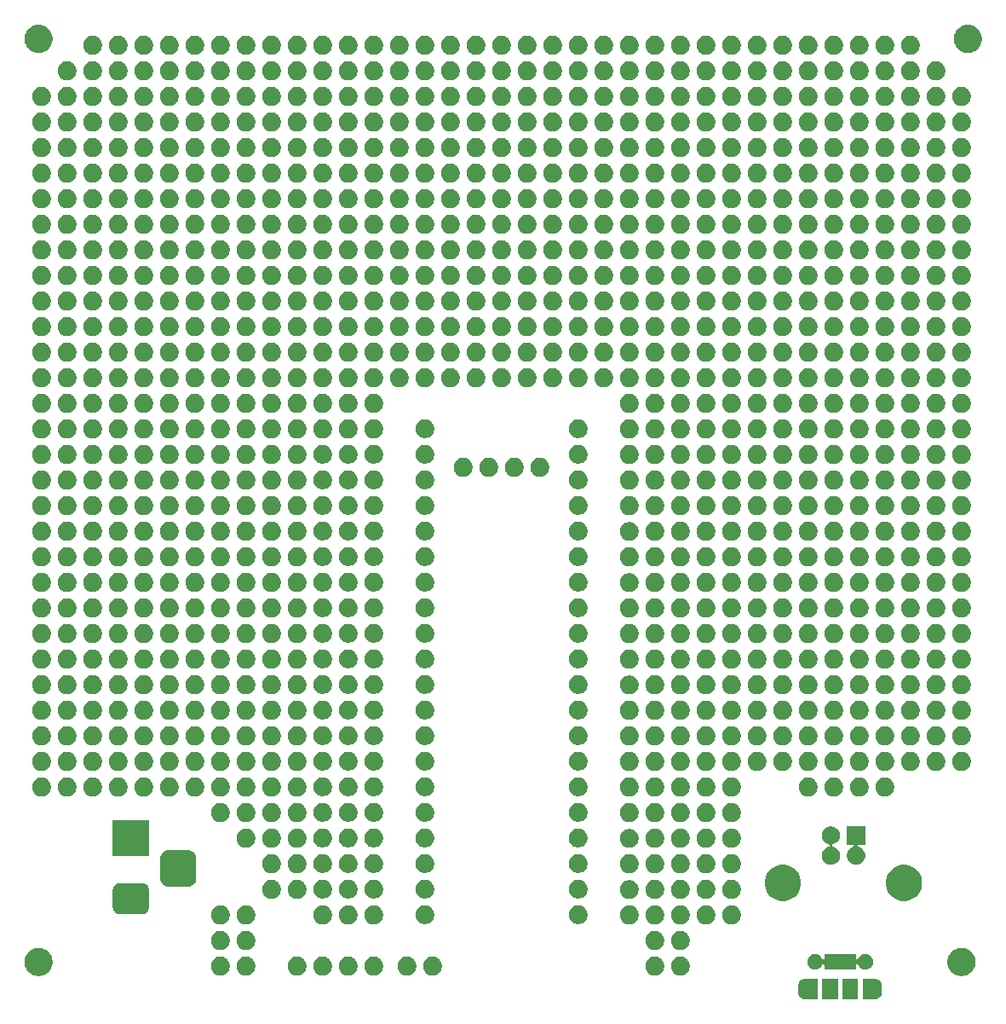
<source format=gbr>
G04 #@! TF.GenerationSoftware,KiCad,Pcbnew,(5.1.5)-3*
G04 #@! TF.CreationDate,2020-07-30T21:29:32+02:00*
G04 #@! TF.ProjectId,BluePill_Breadboard,426c7565-5069-46c6-9c5f-427265616462,rev?*
G04 #@! TF.SameCoordinates,Original*
G04 #@! TF.FileFunction,Soldermask,Top*
G04 #@! TF.FilePolarity,Negative*
%FSLAX46Y46*%
G04 Gerber Fmt 4.6, Leading zero omitted, Abs format (unit mm)*
G04 Created by KiCad (PCBNEW (5.1.5)-3) date 2020-07-30 21:29:32*
%MOMM*%
%LPD*%
G04 APERTURE LIST*
%ADD10C,0.100000*%
G04 APERTURE END LIST*
D10*
G36*
X172420862Y-139473398D02*
G01*
X172433114Y-139474000D01*
X173646000Y-139474000D01*
X173646000Y-141476000D01*
X172433114Y-141476000D01*
X172420862Y-141476602D01*
X172395000Y-141479149D01*
X172369138Y-141476602D01*
X172356886Y-141476000D01*
X172283594Y-141476000D01*
X172266836Y-141467043D01*
X172255299Y-141462915D01*
X172170307Y-141437132D01*
X172144664Y-141429354D01*
X172031575Y-141368906D01*
X171932447Y-141287554D01*
X171851094Y-141188424D01*
X171790646Y-141075335D01*
X171780960Y-141043403D01*
X171753420Y-140952617D01*
X171744000Y-140856972D01*
X171744000Y-140093027D01*
X171753420Y-139997382D01*
X171790645Y-139874668D01*
X171851096Y-139761574D01*
X171932447Y-139662446D01*
X172031576Y-139581094D01*
X172144666Y-139520646D01*
X172144669Y-139520645D01*
X172255290Y-139487088D01*
X172277925Y-139477712D01*
X172283481Y-139474000D01*
X172356886Y-139474000D01*
X172369138Y-139473398D01*
X172395000Y-139470851D01*
X172420862Y-139473398D01*
G37*
G36*
X179420862Y-139473398D02*
G01*
X179433114Y-139474000D01*
X179506406Y-139474000D01*
X179523164Y-139482957D01*
X179534707Y-139487087D01*
X179645331Y-139520645D01*
X179645334Y-139520646D01*
X179758424Y-139581094D01*
X179857554Y-139662447D01*
X179938906Y-139761575D01*
X179999354Y-139874664D01*
X180009040Y-139906596D01*
X180036580Y-139997382D01*
X180046000Y-140093027D01*
X180046000Y-140856973D01*
X180036580Y-140952618D01*
X180009040Y-141043404D01*
X179999354Y-141075336D01*
X179938906Y-141188425D01*
X179857554Y-141287554D01*
X179758425Y-141368906D01*
X179645336Y-141429354D01*
X179619693Y-141437132D01*
X179534708Y-141462913D01*
X179512075Y-141472287D01*
X179506518Y-141476000D01*
X179433114Y-141476000D01*
X179420862Y-141476602D01*
X179395000Y-141479149D01*
X179369138Y-141476602D01*
X179356886Y-141476000D01*
X178144000Y-141476000D01*
X178144000Y-139474000D01*
X179356886Y-139474000D01*
X179369138Y-139473398D01*
X179395000Y-139470851D01*
X179420862Y-139473398D01*
G37*
G36*
X177696000Y-141476000D02*
G01*
X176094000Y-141476000D01*
X176094000Y-139474000D01*
X177696000Y-139474000D01*
X177696000Y-141476000D01*
G37*
G36*
X175696000Y-141476000D02*
G01*
X174094000Y-141476000D01*
X174094000Y-139474000D01*
X175696000Y-139474000D01*
X175696000Y-141476000D01*
G37*
G36*
X96548433Y-136429893D02*
G01*
X96638657Y-136447839D01*
X96735654Y-136488017D01*
X96893621Y-136553449D01*
X96955806Y-136595000D01*
X97123086Y-136706772D01*
X97318228Y-136901914D01*
X97383098Y-136999000D01*
X97471551Y-137131379D01*
X97533248Y-137280329D01*
X97577161Y-137386343D01*
X97581845Y-137409890D01*
X97631000Y-137657012D01*
X97631000Y-137932988D01*
X97577161Y-138203656D01*
X97471551Y-138458621D01*
X97471550Y-138458622D01*
X97318228Y-138688086D01*
X97123086Y-138883228D01*
X96969763Y-138985675D01*
X96893621Y-139036551D01*
X96744267Y-139098415D01*
X96638657Y-139142161D01*
X96548433Y-139160107D01*
X96367988Y-139196000D01*
X96092012Y-139196000D01*
X95911567Y-139160107D01*
X95821343Y-139142161D01*
X95715733Y-139098415D01*
X95566379Y-139036551D01*
X95490237Y-138985675D01*
X95336914Y-138883228D01*
X95141772Y-138688086D01*
X94988450Y-138458622D01*
X94988449Y-138458621D01*
X94882839Y-138203656D01*
X94829000Y-137932988D01*
X94829000Y-137657012D01*
X94878155Y-137409890D01*
X94882839Y-137386343D01*
X94926752Y-137280329D01*
X94988449Y-137131379D01*
X95076902Y-136999000D01*
X95141772Y-136901914D01*
X95336914Y-136706772D01*
X95504194Y-136595000D01*
X95566379Y-136553449D01*
X95724346Y-136488017D01*
X95821343Y-136447839D01*
X95911567Y-136429893D01*
X96092012Y-136394000D01*
X96367988Y-136394000D01*
X96548433Y-136429893D01*
G37*
G36*
X188278433Y-136429893D02*
G01*
X188368657Y-136447839D01*
X188465654Y-136488017D01*
X188623621Y-136553449D01*
X188685806Y-136595000D01*
X188853086Y-136706772D01*
X189048228Y-136901914D01*
X189113098Y-136999000D01*
X189201551Y-137131379D01*
X189263248Y-137280329D01*
X189307161Y-137386343D01*
X189311845Y-137409890D01*
X189361000Y-137657012D01*
X189361000Y-137932988D01*
X189307161Y-138203656D01*
X189201551Y-138458621D01*
X189201550Y-138458622D01*
X189048228Y-138688086D01*
X188853086Y-138883228D01*
X188699763Y-138985675D01*
X188623621Y-139036551D01*
X188474267Y-139098415D01*
X188368657Y-139142161D01*
X188278433Y-139160107D01*
X188097988Y-139196000D01*
X187822012Y-139196000D01*
X187641567Y-139160107D01*
X187551343Y-139142161D01*
X187445733Y-139098415D01*
X187296379Y-139036551D01*
X187220237Y-138985675D01*
X187066914Y-138883228D01*
X186871772Y-138688086D01*
X186718450Y-138458622D01*
X186718449Y-138458621D01*
X186612839Y-138203656D01*
X186559000Y-137932988D01*
X186559000Y-137657012D01*
X186608155Y-137409890D01*
X186612839Y-137386343D01*
X186656752Y-137280329D01*
X186718449Y-137131379D01*
X186806902Y-136999000D01*
X186871772Y-136901914D01*
X187066914Y-136706772D01*
X187234194Y-136595000D01*
X187296379Y-136553449D01*
X187454346Y-136488017D01*
X187551343Y-136447839D01*
X187641567Y-136429893D01*
X187822012Y-136394000D01*
X188097988Y-136394000D01*
X188278433Y-136429893D01*
G37*
G36*
X160294187Y-137291123D02*
G01*
X160465255Y-137361982D01*
X160465257Y-137361983D01*
X160542758Y-137413768D01*
X160619214Y-137464854D01*
X160750146Y-137595786D01*
X160853018Y-137749745D01*
X160923877Y-137920813D01*
X160960000Y-138102417D01*
X160960000Y-138287583D01*
X160923877Y-138469187D01*
X160853018Y-138640255D01*
X160853017Y-138640257D01*
X160750145Y-138794215D01*
X160619215Y-138925145D01*
X160465257Y-139028017D01*
X160465256Y-139028018D01*
X160465255Y-139028018D01*
X160294187Y-139098877D01*
X160112583Y-139135000D01*
X159927417Y-139135000D01*
X159745813Y-139098877D01*
X159574745Y-139028018D01*
X159574744Y-139028018D01*
X159574743Y-139028017D01*
X159420785Y-138925145D01*
X159289855Y-138794215D01*
X159186983Y-138640257D01*
X159186982Y-138640255D01*
X159116123Y-138469187D01*
X159080000Y-138287583D01*
X159080000Y-138102417D01*
X159116123Y-137920813D01*
X159186982Y-137749745D01*
X159289854Y-137595786D01*
X159420786Y-137464854D01*
X159497242Y-137413768D01*
X159574743Y-137361983D01*
X159574745Y-137361982D01*
X159745813Y-137291123D01*
X159927417Y-137255000D01*
X160112583Y-137255000D01*
X160294187Y-137291123D01*
G37*
G36*
X114574187Y-137291123D02*
G01*
X114745255Y-137361982D01*
X114745257Y-137361983D01*
X114822758Y-137413768D01*
X114899214Y-137464854D01*
X115030146Y-137595786D01*
X115133018Y-137749745D01*
X115203877Y-137920813D01*
X115240000Y-138102417D01*
X115240000Y-138287583D01*
X115203877Y-138469187D01*
X115133018Y-138640255D01*
X115133017Y-138640257D01*
X115030145Y-138794215D01*
X114899215Y-138925145D01*
X114745257Y-139028017D01*
X114745256Y-139028018D01*
X114745255Y-139028018D01*
X114574187Y-139098877D01*
X114392583Y-139135000D01*
X114207417Y-139135000D01*
X114025813Y-139098877D01*
X113854745Y-139028018D01*
X113854744Y-139028018D01*
X113854743Y-139028017D01*
X113700785Y-138925145D01*
X113569855Y-138794215D01*
X113466983Y-138640257D01*
X113466982Y-138640255D01*
X113396123Y-138469187D01*
X113360000Y-138287583D01*
X113360000Y-138102417D01*
X113396123Y-137920813D01*
X113466982Y-137749745D01*
X113569854Y-137595786D01*
X113700786Y-137464854D01*
X113777242Y-137413768D01*
X113854743Y-137361983D01*
X113854745Y-137361982D01*
X114025813Y-137291123D01*
X114207417Y-137255000D01*
X114392583Y-137255000D01*
X114574187Y-137291123D01*
G37*
G36*
X133116187Y-137291123D02*
G01*
X133287255Y-137361982D01*
X133287257Y-137361983D01*
X133364758Y-137413768D01*
X133441214Y-137464854D01*
X133572146Y-137595786D01*
X133675018Y-137749745D01*
X133745877Y-137920813D01*
X133782000Y-138102417D01*
X133782000Y-138287583D01*
X133745877Y-138469187D01*
X133675018Y-138640255D01*
X133675017Y-138640257D01*
X133572145Y-138794215D01*
X133441215Y-138925145D01*
X133287257Y-139028017D01*
X133287256Y-139028018D01*
X133287255Y-139028018D01*
X133116187Y-139098877D01*
X132934583Y-139135000D01*
X132749417Y-139135000D01*
X132567813Y-139098877D01*
X132396745Y-139028018D01*
X132396744Y-139028018D01*
X132396743Y-139028017D01*
X132242785Y-138925145D01*
X132111855Y-138794215D01*
X132008983Y-138640257D01*
X132008982Y-138640255D01*
X131938123Y-138469187D01*
X131902000Y-138287583D01*
X131902000Y-138102417D01*
X131938123Y-137920813D01*
X132008982Y-137749745D01*
X132111854Y-137595786D01*
X132242786Y-137464854D01*
X132319242Y-137413768D01*
X132396743Y-137361983D01*
X132396745Y-137361982D01*
X132567813Y-137291123D01*
X132749417Y-137255000D01*
X132934583Y-137255000D01*
X133116187Y-137291123D01*
G37*
G36*
X135656187Y-137291123D02*
G01*
X135827255Y-137361982D01*
X135827257Y-137361983D01*
X135904758Y-137413768D01*
X135981214Y-137464854D01*
X136112146Y-137595786D01*
X136215018Y-137749745D01*
X136285877Y-137920813D01*
X136322000Y-138102417D01*
X136322000Y-138287583D01*
X136285877Y-138469187D01*
X136215018Y-138640255D01*
X136215017Y-138640257D01*
X136112145Y-138794215D01*
X135981215Y-138925145D01*
X135827257Y-139028017D01*
X135827256Y-139028018D01*
X135827255Y-139028018D01*
X135656187Y-139098877D01*
X135474583Y-139135000D01*
X135289417Y-139135000D01*
X135107813Y-139098877D01*
X134936745Y-139028018D01*
X134936744Y-139028018D01*
X134936743Y-139028017D01*
X134782785Y-138925145D01*
X134651855Y-138794215D01*
X134548983Y-138640257D01*
X134548982Y-138640255D01*
X134478123Y-138469187D01*
X134442000Y-138287583D01*
X134442000Y-138102417D01*
X134478123Y-137920813D01*
X134548982Y-137749745D01*
X134651854Y-137595786D01*
X134782786Y-137464854D01*
X134859242Y-137413768D01*
X134936743Y-137361983D01*
X134936745Y-137361982D01*
X135107813Y-137291123D01*
X135289417Y-137255000D01*
X135474583Y-137255000D01*
X135656187Y-137291123D01*
G37*
G36*
X129814187Y-137291123D02*
G01*
X129985255Y-137361982D01*
X129985257Y-137361983D01*
X130062758Y-137413768D01*
X130139214Y-137464854D01*
X130270146Y-137595786D01*
X130373018Y-137749745D01*
X130443877Y-137920813D01*
X130480000Y-138102417D01*
X130480000Y-138287583D01*
X130443877Y-138469187D01*
X130373018Y-138640255D01*
X130373017Y-138640257D01*
X130270145Y-138794215D01*
X130139215Y-138925145D01*
X129985257Y-139028017D01*
X129985256Y-139028018D01*
X129985255Y-139028018D01*
X129814187Y-139098877D01*
X129632583Y-139135000D01*
X129447417Y-139135000D01*
X129265813Y-139098877D01*
X129094745Y-139028018D01*
X129094744Y-139028018D01*
X129094743Y-139028017D01*
X128940785Y-138925145D01*
X128809855Y-138794215D01*
X128706983Y-138640257D01*
X128706982Y-138640255D01*
X128636123Y-138469187D01*
X128600000Y-138287583D01*
X128600000Y-138102417D01*
X128636123Y-137920813D01*
X128706982Y-137749745D01*
X128809854Y-137595786D01*
X128940786Y-137464854D01*
X129017242Y-137413768D01*
X129094743Y-137361983D01*
X129094745Y-137361982D01*
X129265813Y-137291123D01*
X129447417Y-137255000D01*
X129632583Y-137255000D01*
X129814187Y-137291123D01*
G37*
G36*
X122194187Y-137291123D02*
G01*
X122365255Y-137361982D01*
X122365257Y-137361983D01*
X122442758Y-137413768D01*
X122519214Y-137464854D01*
X122650146Y-137595786D01*
X122753018Y-137749745D01*
X122823877Y-137920813D01*
X122860000Y-138102417D01*
X122860000Y-138287583D01*
X122823877Y-138469187D01*
X122753018Y-138640255D01*
X122753017Y-138640257D01*
X122650145Y-138794215D01*
X122519215Y-138925145D01*
X122365257Y-139028017D01*
X122365256Y-139028018D01*
X122365255Y-139028018D01*
X122194187Y-139098877D01*
X122012583Y-139135000D01*
X121827417Y-139135000D01*
X121645813Y-139098877D01*
X121474745Y-139028018D01*
X121474744Y-139028018D01*
X121474743Y-139028017D01*
X121320785Y-138925145D01*
X121189855Y-138794215D01*
X121086983Y-138640257D01*
X121086982Y-138640255D01*
X121016123Y-138469187D01*
X120980000Y-138287583D01*
X120980000Y-138102417D01*
X121016123Y-137920813D01*
X121086982Y-137749745D01*
X121189854Y-137595786D01*
X121320786Y-137464854D01*
X121397242Y-137413768D01*
X121474743Y-137361983D01*
X121474745Y-137361982D01*
X121645813Y-137291123D01*
X121827417Y-137255000D01*
X122012583Y-137255000D01*
X122194187Y-137291123D01*
G37*
G36*
X127274187Y-137291123D02*
G01*
X127445255Y-137361982D01*
X127445257Y-137361983D01*
X127522758Y-137413768D01*
X127599214Y-137464854D01*
X127730146Y-137595786D01*
X127833018Y-137749745D01*
X127903877Y-137920813D01*
X127940000Y-138102417D01*
X127940000Y-138287583D01*
X127903877Y-138469187D01*
X127833018Y-138640255D01*
X127833017Y-138640257D01*
X127730145Y-138794215D01*
X127599215Y-138925145D01*
X127445257Y-139028017D01*
X127445256Y-139028018D01*
X127445255Y-139028018D01*
X127274187Y-139098877D01*
X127092583Y-139135000D01*
X126907417Y-139135000D01*
X126725813Y-139098877D01*
X126554745Y-139028018D01*
X126554744Y-139028018D01*
X126554743Y-139028017D01*
X126400785Y-138925145D01*
X126269855Y-138794215D01*
X126166983Y-138640257D01*
X126166982Y-138640255D01*
X126096123Y-138469187D01*
X126060000Y-138287583D01*
X126060000Y-138102417D01*
X126096123Y-137920813D01*
X126166982Y-137749745D01*
X126269854Y-137595786D01*
X126400786Y-137464854D01*
X126477242Y-137413768D01*
X126554743Y-137361983D01*
X126554745Y-137361982D01*
X126725813Y-137291123D01*
X126907417Y-137255000D01*
X127092583Y-137255000D01*
X127274187Y-137291123D01*
G37*
G36*
X124734187Y-137291123D02*
G01*
X124905255Y-137361982D01*
X124905257Y-137361983D01*
X124982758Y-137413768D01*
X125059214Y-137464854D01*
X125190146Y-137595786D01*
X125293018Y-137749745D01*
X125363877Y-137920813D01*
X125400000Y-138102417D01*
X125400000Y-138287583D01*
X125363877Y-138469187D01*
X125293018Y-138640255D01*
X125293017Y-138640257D01*
X125190145Y-138794215D01*
X125059215Y-138925145D01*
X124905257Y-139028017D01*
X124905256Y-139028018D01*
X124905255Y-139028018D01*
X124734187Y-139098877D01*
X124552583Y-139135000D01*
X124367417Y-139135000D01*
X124185813Y-139098877D01*
X124014745Y-139028018D01*
X124014744Y-139028018D01*
X124014743Y-139028017D01*
X123860785Y-138925145D01*
X123729855Y-138794215D01*
X123626983Y-138640257D01*
X123626982Y-138640255D01*
X123556123Y-138469187D01*
X123520000Y-138287583D01*
X123520000Y-138102417D01*
X123556123Y-137920813D01*
X123626982Y-137749745D01*
X123729854Y-137595786D01*
X123860786Y-137464854D01*
X123937242Y-137413768D01*
X124014743Y-137361983D01*
X124014745Y-137361982D01*
X124185813Y-137291123D01*
X124367417Y-137255000D01*
X124552583Y-137255000D01*
X124734187Y-137291123D01*
G37*
G36*
X117114187Y-137291123D02*
G01*
X117285255Y-137361982D01*
X117285257Y-137361983D01*
X117362758Y-137413768D01*
X117439214Y-137464854D01*
X117570146Y-137595786D01*
X117673018Y-137749745D01*
X117743877Y-137920813D01*
X117780000Y-138102417D01*
X117780000Y-138287583D01*
X117743877Y-138469187D01*
X117673018Y-138640255D01*
X117673017Y-138640257D01*
X117570145Y-138794215D01*
X117439215Y-138925145D01*
X117285257Y-139028017D01*
X117285256Y-139028018D01*
X117285255Y-139028018D01*
X117114187Y-139098877D01*
X116932583Y-139135000D01*
X116747417Y-139135000D01*
X116565813Y-139098877D01*
X116394745Y-139028018D01*
X116394744Y-139028018D01*
X116394743Y-139028017D01*
X116240785Y-138925145D01*
X116109855Y-138794215D01*
X116006983Y-138640257D01*
X116006982Y-138640255D01*
X115936123Y-138469187D01*
X115900000Y-138287583D01*
X115900000Y-138102417D01*
X115936123Y-137920813D01*
X116006982Y-137749745D01*
X116109854Y-137595786D01*
X116240786Y-137464854D01*
X116317242Y-137413768D01*
X116394743Y-137361983D01*
X116394745Y-137361982D01*
X116565813Y-137291123D01*
X116747417Y-137255000D01*
X116932583Y-137255000D01*
X117114187Y-137291123D01*
G37*
G36*
X157754187Y-137291123D02*
G01*
X157925255Y-137361982D01*
X157925257Y-137361983D01*
X158002758Y-137413768D01*
X158079214Y-137464854D01*
X158210146Y-137595786D01*
X158313018Y-137749745D01*
X158383877Y-137920813D01*
X158420000Y-138102417D01*
X158420000Y-138287583D01*
X158383877Y-138469187D01*
X158313018Y-138640255D01*
X158313017Y-138640257D01*
X158210145Y-138794215D01*
X158079215Y-138925145D01*
X157925257Y-139028017D01*
X157925256Y-139028018D01*
X157925255Y-139028018D01*
X157754187Y-139098877D01*
X157572583Y-139135000D01*
X157387417Y-139135000D01*
X157205813Y-139098877D01*
X157034745Y-139028018D01*
X157034744Y-139028018D01*
X157034743Y-139028017D01*
X156880785Y-138925145D01*
X156749855Y-138794215D01*
X156646983Y-138640257D01*
X156646982Y-138640255D01*
X156576123Y-138469187D01*
X156540000Y-138287583D01*
X156540000Y-138102417D01*
X156576123Y-137920813D01*
X156646982Y-137749745D01*
X156749854Y-137595786D01*
X156880786Y-137464854D01*
X156957242Y-137413768D01*
X157034743Y-137361983D01*
X157034745Y-137361982D01*
X157205813Y-137291123D01*
X157387417Y-137255000D01*
X157572583Y-137255000D01*
X157754187Y-137291123D01*
G37*
G36*
X173621348Y-137028820D02*
G01*
X173621350Y-137028821D01*
X173621351Y-137028821D01*
X173762574Y-137087317D01*
X173762577Y-137087319D01*
X173889669Y-137172239D01*
X173997761Y-137280331D01*
X174052318Y-137361982D01*
X174082683Y-137407426D01*
X174103517Y-137457725D01*
X174115068Y-137479336D01*
X174130614Y-137498278D01*
X174149556Y-137513823D01*
X174171166Y-137525374D01*
X174194615Y-137532487D01*
X174219001Y-137534889D01*
X174243387Y-137532487D01*
X174266836Y-137525374D01*
X174288447Y-137513823D01*
X174307389Y-137498277D01*
X174322934Y-137479335D01*
X174334485Y-137457725D01*
X174341598Y-137434276D01*
X174344000Y-137409890D01*
X174344000Y-137049000D01*
X177446000Y-137049000D01*
X177446000Y-137409890D01*
X177448402Y-137434276D01*
X177455515Y-137457725D01*
X177467066Y-137479336D01*
X177482611Y-137498278D01*
X177501553Y-137513823D01*
X177523164Y-137525374D01*
X177546613Y-137532487D01*
X177570999Y-137534889D01*
X177595385Y-137532487D01*
X177618834Y-137525374D01*
X177640445Y-137513823D01*
X177659387Y-137498278D01*
X177674932Y-137479336D01*
X177686483Y-137457725D01*
X177707317Y-137407426D01*
X177737682Y-137361982D01*
X177792239Y-137280331D01*
X177900331Y-137172239D01*
X178027423Y-137087319D01*
X178027426Y-137087317D01*
X178168649Y-137028821D01*
X178168650Y-137028821D01*
X178168652Y-137028820D01*
X178318569Y-136999000D01*
X178471431Y-136999000D01*
X178621348Y-137028820D01*
X178621350Y-137028821D01*
X178621351Y-137028821D01*
X178762574Y-137087317D01*
X178762577Y-137087319D01*
X178889669Y-137172239D01*
X178997761Y-137280331D01*
X179052318Y-137361982D01*
X179082683Y-137407426D01*
X179135479Y-137534889D01*
X179141180Y-137548652D01*
X179171000Y-137698569D01*
X179171000Y-137851431D01*
X179154778Y-137932986D01*
X179141179Y-138001351D01*
X179082683Y-138142574D01*
X179082682Y-138142575D01*
X179082681Y-138142577D01*
X178997761Y-138269669D01*
X178889669Y-138377761D01*
X178768653Y-138458621D01*
X178762574Y-138462683D01*
X178621351Y-138521179D01*
X178621350Y-138521179D01*
X178621348Y-138521180D01*
X178471431Y-138551000D01*
X178318569Y-138551000D01*
X178168652Y-138521180D01*
X178168650Y-138521179D01*
X178168649Y-138521179D01*
X178027426Y-138462683D01*
X178021347Y-138458621D01*
X177900331Y-138377761D01*
X177792239Y-138269669D01*
X177707318Y-138142575D01*
X177707317Y-138142574D01*
X177686481Y-138092272D01*
X177674932Y-138070664D01*
X177659386Y-138051722D01*
X177640444Y-138036177D01*
X177618834Y-138024626D01*
X177595385Y-138017513D01*
X177570999Y-138015111D01*
X177546613Y-138017513D01*
X177523164Y-138024626D01*
X177501553Y-138036177D01*
X177482611Y-138051723D01*
X177467066Y-138070665D01*
X177455515Y-138092275D01*
X177448402Y-138115724D01*
X177446000Y-138140110D01*
X177446000Y-138501000D01*
X174344000Y-138501000D01*
X174344000Y-138140110D01*
X174341598Y-138115724D01*
X174334485Y-138092275D01*
X174322934Y-138070664D01*
X174307389Y-138051722D01*
X174288447Y-138036177D01*
X174266836Y-138024626D01*
X174243387Y-138017513D01*
X174219001Y-138015111D01*
X174194615Y-138017513D01*
X174171166Y-138024626D01*
X174149555Y-138036177D01*
X174130613Y-138051722D01*
X174115068Y-138070664D01*
X174103519Y-138092272D01*
X174082683Y-138142574D01*
X174082682Y-138142575D01*
X173997761Y-138269669D01*
X173889669Y-138377761D01*
X173768653Y-138458621D01*
X173762574Y-138462683D01*
X173621351Y-138521179D01*
X173621350Y-138521179D01*
X173621348Y-138521180D01*
X173471431Y-138551000D01*
X173318569Y-138551000D01*
X173168652Y-138521180D01*
X173168650Y-138521179D01*
X173168649Y-138521179D01*
X173027426Y-138462683D01*
X173021347Y-138458621D01*
X172900331Y-138377761D01*
X172792239Y-138269669D01*
X172707319Y-138142577D01*
X172707318Y-138142575D01*
X172707317Y-138142574D01*
X172648821Y-138001351D01*
X172635223Y-137932986D01*
X172619000Y-137851431D01*
X172619000Y-137698569D01*
X172648820Y-137548652D01*
X172654521Y-137534889D01*
X172707317Y-137407426D01*
X172737682Y-137361982D01*
X172792239Y-137280331D01*
X172900331Y-137172239D01*
X173027423Y-137087319D01*
X173027426Y-137087317D01*
X173168649Y-137028821D01*
X173168650Y-137028821D01*
X173168652Y-137028820D01*
X173318569Y-136999000D01*
X173471431Y-136999000D01*
X173621348Y-137028820D01*
G37*
G36*
X114574187Y-134751123D02*
G01*
X114745255Y-134821982D01*
X114745257Y-134821983D01*
X114822758Y-134873768D01*
X114899214Y-134924854D01*
X115030146Y-135055786D01*
X115133018Y-135209745D01*
X115203877Y-135380813D01*
X115240000Y-135562417D01*
X115240000Y-135747583D01*
X115203877Y-135929187D01*
X115133018Y-136100255D01*
X115133017Y-136100257D01*
X115030145Y-136254215D01*
X114899215Y-136385145D01*
X114745257Y-136488017D01*
X114745256Y-136488018D01*
X114745255Y-136488018D01*
X114574187Y-136558877D01*
X114392583Y-136595000D01*
X114207417Y-136595000D01*
X114025813Y-136558877D01*
X113854745Y-136488018D01*
X113854744Y-136488018D01*
X113854743Y-136488017D01*
X113700785Y-136385145D01*
X113569855Y-136254215D01*
X113466983Y-136100257D01*
X113466982Y-136100255D01*
X113396123Y-135929187D01*
X113360000Y-135747583D01*
X113360000Y-135562417D01*
X113396123Y-135380813D01*
X113466982Y-135209745D01*
X113569854Y-135055786D01*
X113700786Y-134924854D01*
X113777242Y-134873768D01*
X113854743Y-134821983D01*
X113854745Y-134821982D01*
X114025813Y-134751123D01*
X114207417Y-134715000D01*
X114392583Y-134715000D01*
X114574187Y-134751123D01*
G37*
G36*
X117114187Y-134751123D02*
G01*
X117285255Y-134821982D01*
X117285257Y-134821983D01*
X117362758Y-134873768D01*
X117439214Y-134924854D01*
X117570146Y-135055786D01*
X117673018Y-135209745D01*
X117743877Y-135380813D01*
X117780000Y-135562417D01*
X117780000Y-135747583D01*
X117743877Y-135929187D01*
X117673018Y-136100255D01*
X117673017Y-136100257D01*
X117570145Y-136254215D01*
X117439215Y-136385145D01*
X117285257Y-136488017D01*
X117285256Y-136488018D01*
X117285255Y-136488018D01*
X117114187Y-136558877D01*
X116932583Y-136595000D01*
X116747417Y-136595000D01*
X116565813Y-136558877D01*
X116394745Y-136488018D01*
X116394744Y-136488018D01*
X116394743Y-136488017D01*
X116240785Y-136385145D01*
X116109855Y-136254215D01*
X116006983Y-136100257D01*
X116006982Y-136100255D01*
X115936123Y-135929187D01*
X115900000Y-135747583D01*
X115900000Y-135562417D01*
X115936123Y-135380813D01*
X116006982Y-135209745D01*
X116109854Y-135055786D01*
X116240786Y-134924854D01*
X116317242Y-134873768D01*
X116394743Y-134821983D01*
X116394745Y-134821982D01*
X116565813Y-134751123D01*
X116747417Y-134715000D01*
X116932583Y-134715000D01*
X117114187Y-134751123D01*
G37*
G36*
X160294187Y-134751123D02*
G01*
X160465255Y-134821982D01*
X160465257Y-134821983D01*
X160542758Y-134873768D01*
X160619214Y-134924854D01*
X160750146Y-135055786D01*
X160853018Y-135209745D01*
X160923877Y-135380813D01*
X160960000Y-135562417D01*
X160960000Y-135747583D01*
X160923877Y-135929187D01*
X160853018Y-136100255D01*
X160853017Y-136100257D01*
X160750145Y-136254215D01*
X160619215Y-136385145D01*
X160465257Y-136488017D01*
X160465256Y-136488018D01*
X160465255Y-136488018D01*
X160294187Y-136558877D01*
X160112583Y-136595000D01*
X159927417Y-136595000D01*
X159745813Y-136558877D01*
X159574745Y-136488018D01*
X159574744Y-136488018D01*
X159574743Y-136488017D01*
X159420785Y-136385145D01*
X159289855Y-136254215D01*
X159186983Y-136100257D01*
X159186982Y-136100255D01*
X159116123Y-135929187D01*
X159080000Y-135747583D01*
X159080000Y-135562417D01*
X159116123Y-135380813D01*
X159186982Y-135209745D01*
X159289854Y-135055786D01*
X159420786Y-134924854D01*
X159497242Y-134873768D01*
X159574743Y-134821983D01*
X159574745Y-134821982D01*
X159745813Y-134751123D01*
X159927417Y-134715000D01*
X160112583Y-134715000D01*
X160294187Y-134751123D01*
G37*
G36*
X157754187Y-134751123D02*
G01*
X157925255Y-134821982D01*
X157925257Y-134821983D01*
X158002758Y-134873768D01*
X158079214Y-134924854D01*
X158210146Y-135055786D01*
X158313018Y-135209745D01*
X158383877Y-135380813D01*
X158420000Y-135562417D01*
X158420000Y-135747583D01*
X158383877Y-135929187D01*
X158313018Y-136100255D01*
X158313017Y-136100257D01*
X158210145Y-136254215D01*
X158079215Y-136385145D01*
X157925257Y-136488017D01*
X157925256Y-136488018D01*
X157925255Y-136488018D01*
X157754187Y-136558877D01*
X157572583Y-136595000D01*
X157387417Y-136595000D01*
X157205813Y-136558877D01*
X157034745Y-136488018D01*
X157034744Y-136488018D01*
X157034743Y-136488017D01*
X156880785Y-136385145D01*
X156749855Y-136254215D01*
X156646983Y-136100257D01*
X156646982Y-136100255D01*
X156576123Y-135929187D01*
X156540000Y-135747583D01*
X156540000Y-135562417D01*
X156576123Y-135380813D01*
X156646982Y-135209745D01*
X156749854Y-135055786D01*
X156880786Y-134924854D01*
X156957242Y-134873768D01*
X157034743Y-134821983D01*
X157034745Y-134821982D01*
X157205813Y-134751123D01*
X157387417Y-134715000D01*
X157572583Y-134715000D01*
X157754187Y-134751123D01*
G37*
G36*
X165374187Y-132211123D02*
G01*
X165517535Y-132270500D01*
X165545257Y-132281983D01*
X165699215Y-132384855D01*
X165830145Y-132515785D01*
X165920322Y-132650743D01*
X165933018Y-132669745D01*
X166003877Y-132840813D01*
X166040000Y-133022417D01*
X166040000Y-133207583D01*
X166003877Y-133389187D01*
X165933018Y-133560255D01*
X165842841Y-133695215D01*
X165830145Y-133714215D01*
X165699215Y-133845145D01*
X165545257Y-133948017D01*
X165545256Y-133948018D01*
X165545255Y-133948018D01*
X165374187Y-134018877D01*
X165192583Y-134055000D01*
X165007417Y-134055000D01*
X164825813Y-134018877D01*
X164654745Y-133948018D01*
X164654744Y-133948018D01*
X164654743Y-133948017D01*
X164500785Y-133845145D01*
X164369855Y-133714215D01*
X164357160Y-133695215D01*
X164266982Y-133560255D01*
X164196123Y-133389187D01*
X164160000Y-133207583D01*
X164160000Y-133022417D01*
X164196123Y-132840813D01*
X164266982Y-132669745D01*
X164279679Y-132650743D01*
X164369855Y-132515785D01*
X164500785Y-132384855D01*
X164654743Y-132281983D01*
X164682465Y-132270500D01*
X164825813Y-132211123D01*
X165007417Y-132175000D01*
X165192583Y-132175000D01*
X165374187Y-132211123D01*
G37*
G36*
X162834187Y-132211123D02*
G01*
X162977535Y-132270500D01*
X163005257Y-132281983D01*
X163159215Y-132384855D01*
X163290145Y-132515785D01*
X163380322Y-132650743D01*
X163393018Y-132669745D01*
X163463877Y-132840813D01*
X163500000Y-133022417D01*
X163500000Y-133207583D01*
X163463877Y-133389187D01*
X163393018Y-133560255D01*
X163302841Y-133695215D01*
X163290145Y-133714215D01*
X163159215Y-133845145D01*
X163005257Y-133948017D01*
X163005256Y-133948018D01*
X163005255Y-133948018D01*
X162834187Y-134018877D01*
X162652583Y-134055000D01*
X162467417Y-134055000D01*
X162285813Y-134018877D01*
X162114745Y-133948018D01*
X162114744Y-133948018D01*
X162114743Y-133948017D01*
X161960785Y-133845145D01*
X161829855Y-133714215D01*
X161817160Y-133695215D01*
X161726982Y-133560255D01*
X161656123Y-133389187D01*
X161620000Y-133207583D01*
X161620000Y-133022417D01*
X161656123Y-132840813D01*
X161726982Y-132669745D01*
X161739679Y-132650743D01*
X161829855Y-132515785D01*
X161960785Y-132384855D01*
X162114743Y-132281983D01*
X162142465Y-132270500D01*
X162285813Y-132211123D01*
X162467417Y-132175000D01*
X162652583Y-132175000D01*
X162834187Y-132211123D01*
G37*
G36*
X157754187Y-132211123D02*
G01*
X157897535Y-132270500D01*
X157925257Y-132281983D01*
X158079215Y-132384855D01*
X158210145Y-132515785D01*
X158300322Y-132650743D01*
X158313018Y-132669745D01*
X158383877Y-132840813D01*
X158420000Y-133022417D01*
X158420000Y-133207583D01*
X158383877Y-133389187D01*
X158313018Y-133560255D01*
X158222841Y-133695215D01*
X158210145Y-133714215D01*
X158079215Y-133845145D01*
X157925257Y-133948017D01*
X157925256Y-133948018D01*
X157925255Y-133948018D01*
X157754187Y-134018877D01*
X157572583Y-134055000D01*
X157387417Y-134055000D01*
X157205813Y-134018877D01*
X157034745Y-133948018D01*
X157034744Y-133948018D01*
X157034743Y-133948017D01*
X156880785Y-133845145D01*
X156749855Y-133714215D01*
X156737160Y-133695215D01*
X156646982Y-133560255D01*
X156576123Y-133389187D01*
X156540000Y-133207583D01*
X156540000Y-133022417D01*
X156576123Y-132840813D01*
X156646982Y-132669745D01*
X156659679Y-132650743D01*
X156749855Y-132515785D01*
X156880785Y-132384855D01*
X157034743Y-132281983D01*
X157062465Y-132270500D01*
X157205813Y-132211123D01*
X157387417Y-132175000D01*
X157572583Y-132175000D01*
X157754187Y-132211123D01*
G37*
G36*
X160294187Y-132211123D02*
G01*
X160437535Y-132270500D01*
X160465257Y-132281983D01*
X160619215Y-132384855D01*
X160750145Y-132515785D01*
X160840322Y-132650743D01*
X160853018Y-132669745D01*
X160923877Y-132840813D01*
X160960000Y-133022417D01*
X160960000Y-133207583D01*
X160923877Y-133389187D01*
X160853018Y-133560255D01*
X160762841Y-133695215D01*
X160750145Y-133714215D01*
X160619215Y-133845145D01*
X160465257Y-133948017D01*
X160465256Y-133948018D01*
X160465255Y-133948018D01*
X160294187Y-134018877D01*
X160112583Y-134055000D01*
X159927417Y-134055000D01*
X159745813Y-134018877D01*
X159574745Y-133948018D01*
X159574744Y-133948018D01*
X159574743Y-133948017D01*
X159420785Y-133845145D01*
X159289855Y-133714215D01*
X159277160Y-133695215D01*
X159186982Y-133560255D01*
X159116123Y-133389187D01*
X159080000Y-133207583D01*
X159080000Y-133022417D01*
X159116123Y-132840813D01*
X159186982Y-132669745D01*
X159199679Y-132650743D01*
X159289855Y-132515785D01*
X159420785Y-132384855D01*
X159574743Y-132281983D01*
X159602465Y-132270500D01*
X159745813Y-132211123D01*
X159927417Y-132175000D01*
X160112583Y-132175000D01*
X160294187Y-132211123D01*
G37*
G36*
X155214187Y-132211123D02*
G01*
X155357535Y-132270500D01*
X155385257Y-132281983D01*
X155539215Y-132384855D01*
X155670145Y-132515785D01*
X155760322Y-132650743D01*
X155773018Y-132669745D01*
X155843877Y-132840813D01*
X155880000Y-133022417D01*
X155880000Y-133207583D01*
X155843877Y-133389187D01*
X155773018Y-133560255D01*
X155682841Y-133695215D01*
X155670145Y-133714215D01*
X155539215Y-133845145D01*
X155385257Y-133948017D01*
X155385256Y-133948018D01*
X155385255Y-133948018D01*
X155214187Y-134018877D01*
X155032583Y-134055000D01*
X154847417Y-134055000D01*
X154665813Y-134018877D01*
X154494745Y-133948018D01*
X154494744Y-133948018D01*
X154494743Y-133948017D01*
X154340785Y-133845145D01*
X154209855Y-133714215D01*
X154197160Y-133695215D01*
X154106982Y-133560255D01*
X154036123Y-133389187D01*
X154000000Y-133207583D01*
X154000000Y-133022417D01*
X154036123Y-132840813D01*
X154106982Y-132669745D01*
X154119679Y-132650743D01*
X154209855Y-132515785D01*
X154340785Y-132384855D01*
X154494743Y-132281983D01*
X154522465Y-132270500D01*
X154665813Y-132211123D01*
X154847417Y-132175000D01*
X155032583Y-132175000D01*
X155214187Y-132211123D01*
G37*
G36*
X124734187Y-132211123D02*
G01*
X124877535Y-132270500D01*
X124905257Y-132281983D01*
X125059215Y-132384855D01*
X125190145Y-132515785D01*
X125280322Y-132650743D01*
X125293018Y-132669745D01*
X125363877Y-132840813D01*
X125400000Y-133022417D01*
X125400000Y-133207583D01*
X125363877Y-133389187D01*
X125293018Y-133560255D01*
X125202841Y-133695215D01*
X125190145Y-133714215D01*
X125059215Y-133845145D01*
X124905257Y-133948017D01*
X124905256Y-133948018D01*
X124905255Y-133948018D01*
X124734187Y-134018877D01*
X124552583Y-134055000D01*
X124367417Y-134055000D01*
X124185813Y-134018877D01*
X124014745Y-133948018D01*
X124014744Y-133948018D01*
X124014743Y-133948017D01*
X123860785Y-133845145D01*
X123729855Y-133714215D01*
X123717160Y-133695215D01*
X123626982Y-133560255D01*
X123556123Y-133389187D01*
X123520000Y-133207583D01*
X123520000Y-133022417D01*
X123556123Y-132840813D01*
X123626982Y-132669745D01*
X123639679Y-132650743D01*
X123729855Y-132515785D01*
X123860785Y-132384855D01*
X124014743Y-132281983D01*
X124042465Y-132270500D01*
X124185813Y-132211123D01*
X124367417Y-132175000D01*
X124552583Y-132175000D01*
X124734187Y-132211123D01*
G37*
G36*
X127274187Y-132211123D02*
G01*
X127417535Y-132270500D01*
X127445257Y-132281983D01*
X127599215Y-132384855D01*
X127730145Y-132515785D01*
X127820322Y-132650743D01*
X127833018Y-132669745D01*
X127903877Y-132840813D01*
X127940000Y-133022417D01*
X127940000Y-133207583D01*
X127903877Y-133389187D01*
X127833018Y-133560255D01*
X127742841Y-133695215D01*
X127730145Y-133714215D01*
X127599215Y-133845145D01*
X127445257Y-133948017D01*
X127445256Y-133948018D01*
X127445255Y-133948018D01*
X127274187Y-134018877D01*
X127092583Y-134055000D01*
X126907417Y-134055000D01*
X126725813Y-134018877D01*
X126554745Y-133948018D01*
X126554744Y-133948018D01*
X126554743Y-133948017D01*
X126400785Y-133845145D01*
X126269855Y-133714215D01*
X126257160Y-133695215D01*
X126166982Y-133560255D01*
X126096123Y-133389187D01*
X126060000Y-133207583D01*
X126060000Y-133022417D01*
X126096123Y-132840813D01*
X126166982Y-132669745D01*
X126179679Y-132650743D01*
X126269855Y-132515785D01*
X126400785Y-132384855D01*
X126554743Y-132281983D01*
X126582465Y-132270500D01*
X126725813Y-132211123D01*
X126907417Y-132175000D01*
X127092583Y-132175000D01*
X127274187Y-132211123D01*
G37*
G36*
X129814187Y-132211123D02*
G01*
X129957535Y-132270500D01*
X129985257Y-132281983D01*
X130139215Y-132384855D01*
X130270145Y-132515785D01*
X130360322Y-132650743D01*
X130373018Y-132669745D01*
X130443877Y-132840813D01*
X130480000Y-133022417D01*
X130480000Y-133207583D01*
X130443877Y-133389187D01*
X130373018Y-133560255D01*
X130282841Y-133695215D01*
X130270145Y-133714215D01*
X130139215Y-133845145D01*
X129985257Y-133948017D01*
X129985256Y-133948018D01*
X129985255Y-133948018D01*
X129814187Y-134018877D01*
X129632583Y-134055000D01*
X129447417Y-134055000D01*
X129265813Y-134018877D01*
X129094745Y-133948018D01*
X129094744Y-133948018D01*
X129094743Y-133948017D01*
X128940785Y-133845145D01*
X128809855Y-133714215D01*
X128797160Y-133695215D01*
X128706982Y-133560255D01*
X128636123Y-133389187D01*
X128600000Y-133207583D01*
X128600000Y-133022417D01*
X128636123Y-132840813D01*
X128706982Y-132669745D01*
X128719679Y-132650743D01*
X128809855Y-132515785D01*
X128940785Y-132384855D01*
X129094743Y-132281983D01*
X129122465Y-132270500D01*
X129265813Y-132211123D01*
X129447417Y-132175000D01*
X129632583Y-132175000D01*
X129814187Y-132211123D01*
G37*
G36*
X117114187Y-132211123D02*
G01*
X117257535Y-132270500D01*
X117285257Y-132281983D01*
X117439215Y-132384855D01*
X117570145Y-132515785D01*
X117660322Y-132650743D01*
X117673018Y-132669745D01*
X117743877Y-132840813D01*
X117780000Y-133022417D01*
X117780000Y-133207583D01*
X117743877Y-133389187D01*
X117673018Y-133560255D01*
X117582841Y-133695215D01*
X117570145Y-133714215D01*
X117439215Y-133845145D01*
X117285257Y-133948017D01*
X117285256Y-133948018D01*
X117285255Y-133948018D01*
X117114187Y-134018877D01*
X116932583Y-134055000D01*
X116747417Y-134055000D01*
X116565813Y-134018877D01*
X116394745Y-133948018D01*
X116394744Y-133948018D01*
X116394743Y-133948017D01*
X116240785Y-133845145D01*
X116109855Y-133714215D01*
X116097160Y-133695215D01*
X116006982Y-133560255D01*
X115936123Y-133389187D01*
X115900000Y-133207583D01*
X115900000Y-133022417D01*
X115936123Y-132840813D01*
X116006982Y-132669745D01*
X116019679Y-132650743D01*
X116109855Y-132515785D01*
X116240785Y-132384855D01*
X116394743Y-132281983D01*
X116422465Y-132270500D01*
X116565813Y-132211123D01*
X116747417Y-132175000D01*
X116932583Y-132175000D01*
X117114187Y-132211123D01*
G37*
G36*
X114574187Y-132211123D02*
G01*
X114717535Y-132270500D01*
X114745257Y-132281983D01*
X114899215Y-132384855D01*
X115030145Y-132515785D01*
X115120322Y-132650743D01*
X115133018Y-132669745D01*
X115203877Y-132840813D01*
X115240000Y-133022417D01*
X115240000Y-133207583D01*
X115203877Y-133389187D01*
X115133018Y-133560255D01*
X115042841Y-133695215D01*
X115030145Y-133714215D01*
X114899215Y-133845145D01*
X114745257Y-133948017D01*
X114745256Y-133948018D01*
X114745255Y-133948018D01*
X114574187Y-134018877D01*
X114392583Y-134055000D01*
X114207417Y-134055000D01*
X114025813Y-134018877D01*
X113854745Y-133948018D01*
X113854744Y-133948018D01*
X113854743Y-133948017D01*
X113700785Y-133845145D01*
X113569855Y-133714215D01*
X113557160Y-133695215D01*
X113466982Y-133560255D01*
X113396123Y-133389187D01*
X113360000Y-133207583D01*
X113360000Y-133022417D01*
X113396123Y-132840813D01*
X113466982Y-132669745D01*
X113479679Y-132650743D01*
X113569855Y-132515785D01*
X113700785Y-132384855D01*
X113854743Y-132281983D01*
X113882465Y-132270500D01*
X114025813Y-132211123D01*
X114207417Y-132175000D01*
X114392583Y-132175000D01*
X114574187Y-132211123D01*
G37*
G36*
X134894187Y-132192123D02*
G01*
X135065255Y-132262982D01*
X135065257Y-132262983D01*
X135093691Y-132281982D01*
X135219214Y-132365854D01*
X135350146Y-132496786D01*
X135453018Y-132650745D01*
X135523877Y-132821813D01*
X135560000Y-133003417D01*
X135560000Y-133188583D01*
X135523877Y-133370187D01*
X135516006Y-133389188D01*
X135453017Y-133541257D01*
X135350145Y-133695215D01*
X135219215Y-133826145D01*
X135065257Y-133929017D01*
X135065256Y-133929018D01*
X135065255Y-133929018D01*
X134894187Y-133999877D01*
X134712583Y-134036000D01*
X134527417Y-134036000D01*
X134345813Y-133999877D01*
X134174745Y-133929018D01*
X134174744Y-133929018D01*
X134174743Y-133929017D01*
X134020785Y-133826145D01*
X133889855Y-133695215D01*
X133786983Y-133541257D01*
X133723994Y-133389188D01*
X133716123Y-133370187D01*
X133680000Y-133188583D01*
X133680000Y-133003417D01*
X133716123Y-132821813D01*
X133786982Y-132650745D01*
X133889854Y-132496786D01*
X134020786Y-132365854D01*
X134146309Y-132281982D01*
X134174743Y-132262983D01*
X134174745Y-132262982D01*
X134345813Y-132192123D01*
X134527417Y-132156000D01*
X134712583Y-132156000D01*
X134894187Y-132192123D01*
G37*
G36*
X150134187Y-132192123D02*
G01*
X150305255Y-132262982D01*
X150305257Y-132262983D01*
X150333691Y-132281982D01*
X150459214Y-132365854D01*
X150590146Y-132496786D01*
X150693018Y-132650745D01*
X150763877Y-132821813D01*
X150800000Y-133003417D01*
X150800000Y-133188583D01*
X150763877Y-133370187D01*
X150756006Y-133389188D01*
X150693017Y-133541257D01*
X150590145Y-133695215D01*
X150459215Y-133826145D01*
X150305257Y-133929017D01*
X150305256Y-133929018D01*
X150305255Y-133929018D01*
X150134187Y-133999877D01*
X149952583Y-134036000D01*
X149767417Y-134036000D01*
X149585813Y-133999877D01*
X149414745Y-133929018D01*
X149414744Y-133929018D01*
X149414743Y-133929017D01*
X149260785Y-133826145D01*
X149129855Y-133695215D01*
X149026983Y-133541257D01*
X148963994Y-133389188D01*
X148956123Y-133370187D01*
X148920000Y-133188583D01*
X148920000Y-133003417D01*
X148956123Y-132821813D01*
X149026982Y-132650745D01*
X149129854Y-132496786D01*
X149260786Y-132365854D01*
X149386309Y-132281982D01*
X149414743Y-132262983D01*
X149414745Y-132262982D01*
X149585813Y-132192123D01*
X149767417Y-132156000D01*
X149952583Y-132156000D01*
X150134187Y-132192123D01*
G37*
G36*
X106636979Y-129958293D02*
G01*
X106770625Y-129998834D01*
X106893784Y-130064664D01*
X107001740Y-130153260D01*
X107090336Y-130261216D01*
X107156166Y-130384375D01*
X107196707Y-130518021D01*
X107211000Y-130663140D01*
X107211000Y-132326860D01*
X107196707Y-132471979D01*
X107156166Y-132605625D01*
X107090336Y-132728784D01*
X107001740Y-132836740D01*
X106893784Y-132925336D01*
X106770625Y-132991166D01*
X106636979Y-133031707D01*
X106491860Y-133046000D01*
X104328140Y-133046000D01*
X104183021Y-133031707D01*
X104049375Y-132991166D01*
X103926216Y-132925336D01*
X103818260Y-132836740D01*
X103729664Y-132728784D01*
X103663834Y-132605625D01*
X103623293Y-132471979D01*
X103609000Y-132326860D01*
X103609000Y-130663140D01*
X103623293Y-130518021D01*
X103663834Y-130384375D01*
X103729664Y-130261216D01*
X103818260Y-130153260D01*
X103926216Y-130064664D01*
X104049375Y-129998834D01*
X104183021Y-129958293D01*
X104328140Y-129944000D01*
X106491860Y-129944000D01*
X106636979Y-129958293D01*
G37*
G36*
X182770331Y-128208211D02*
G01*
X183098092Y-128343974D01*
X183393070Y-128541072D01*
X183643928Y-128791930D01*
X183841026Y-129086908D01*
X183976789Y-129414669D01*
X184046000Y-129762616D01*
X184046000Y-130117384D01*
X183976789Y-130465331D01*
X183841026Y-130793092D01*
X183643928Y-131088070D01*
X183393070Y-131338928D01*
X183098092Y-131536026D01*
X182770331Y-131671789D01*
X182422384Y-131741000D01*
X182067616Y-131741000D01*
X181719669Y-131671789D01*
X181391908Y-131536026D01*
X181096930Y-131338928D01*
X180846072Y-131088070D01*
X180648974Y-130793092D01*
X180513211Y-130465331D01*
X180444000Y-130117384D01*
X180444000Y-129762616D01*
X180513211Y-129414669D01*
X180648974Y-129086908D01*
X180846072Y-128791930D01*
X181096930Y-128541072D01*
X181391908Y-128343974D01*
X181719669Y-128208211D01*
X182067616Y-128139000D01*
X182422384Y-128139000D01*
X182770331Y-128208211D01*
G37*
G36*
X170730331Y-128208211D02*
G01*
X171058092Y-128343974D01*
X171353070Y-128541072D01*
X171603928Y-128791930D01*
X171801026Y-129086908D01*
X171936789Y-129414669D01*
X172006000Y-129762616D01*
X172006000Y-130117384D01*
X171936789Y-130465331D01*
X171801026Y-130793092D01*
X171603928Y-131088070D01*
X171353070Y-131338928D01*
X171058092Y-131536026D01*
X170730331Y-131671789D01*
X170382384Y-131741000D01*
X170027616Y-131741000D01*
X169679669Y-131671789D01*
X169351908Y-131536026D01*
X169056930Y-131338928D01*
X168806072Y-131088070D01*
X168608974Y-130793092D01*
X168473211Y-130465331D01*
X168404000Y-130117384D01*
X168404000Y-129762616D01*
X168473211Y-129414669D01*
X168608974Y-129086908D01*
X168806072Y-128791930D01*
X169056930Y-128541072D01*
X169351908Y-128343974D01*
X169679669Y-128208211D01*
X170027616Y-128139000D01*
X170382384Y-128139000D01*
X170730331Y-128208211D01*
G37*
G36*
X155214187Y-129690123D02*
G01*
X155385255Y-129760982D01*
X155385257Y-129760983D01*
X155387702Y-129762617D01*
X155539214Y-129863854D01*
X155670146Y-129994786D01*
X155707124Y-130050128D01*
X155760322Y-130129743D01*
X155773018Y-130148745D01*
X155843877Y-130319813D01*
X155880000Y-130501417D01*
X155880000Y-130686583D01*
X155843877Y-130868187D01*
X155773018Y-131039255D01*
X155682841Y-131174215D01*
X155670145Y-131193215D01*
X155539215Y-131324145D01*
X155385257Y-131427017D01*
X155385256Y-131427018D01*
X155385255Y-131427018D01*
X155214187Y-131497877D01*
X155032583Y-131534000D01*
X154847417Y-131534000D01*
X154665813Y-131497877D01*
X154494745Y-131427018D01*
X154494744Y-131427018D01*
X154494743Y-131427017D01*
X154340785Y-131324145D01*
X154209855Y-131193215D01*
X154197160Y-131174215D01*
X154106982Y-131039255D01*
X154036123Y-130868187D01*
X154000000Y-130686583D01*
X154000000Y-130501417D01*
X154036123Y-130319813D01*
X154106982Y-130148745D01*
X154119679Y-130129743D01*
X154172876Y-130050128D01*
X154209854Y-129994786D01*
X154340786Y-129863854D01*
X154492298Y-129762617D01*
X154494743Y-129760983D01*
X154494745Y-129760982D01*
X154665813Y-129690123D01*
X154847417Y-129654000D01*
X155032583Y-129654000D01*
X155214187Y-129690123D01*
G37*
G36*
X119654187Y-129671123D02*
G01*
X119820726Y-129740106D01*
X119825257Y-129741983D01*
X119879848Y-129778460D01*
X119979214Y-129844854D01*
X120110146Y-129975786D01*
X120147874Y-130032250D01*
X120200322Y-130110743D01*
X120213018Y-130129745D01*
X120283877Y-130300813D01*
X120320000Y-130482417D01*
X120320000Y-130667583D01*
X120283877Y-130849187D01*
X120276006Y-130868188D01*
X120213017Y-131020257D01*
X120167706Y-131088070D01*
X120110146Y-131174214D01*
X119979214Y-131305146D01*
X119902758Y-131356232D01*
X119825257Y-131408017D01*
X119825256Y-131408018D01*
X119825255Y-131408018D01*
X119654187Y-131478877D01*
X119472583Y-131515000D01*
X119287417Y-131515000D01*
X119105813Y-131478877D01*
X118934745Y-131408018D01*
X118934744Y-131408018D01*
X118934743Y-131408017D01*
X118857242Y-131356232D01*
X118780786Y-131305146D01*
X118649854Y-131174214D01*
X118592294Y-131088070D01*
X118546983Y-131020257D01*
X118483994Y-130868188D01*
X118476123Y-130849187D01*
X118440000Y-130667583D01*
X118440000Y-130482417D01*
X118476123Y-130300813D01*
X118546982Y-130129745D01*
X118559679Y-130110743D01*
X118612126Y-130032250D01*
X118649854Y-129975786D01*
X118780786Y-129844854D01*
X118880152Y-129778460D01*
X118934743Y-129741983D01*
X118939274Y-129740106D01*
X119105813Y-129671123D01*
X119287417Y-129635000D01*
X119472583Y-129635000D01*
X119654187Y-129671123D01*
G37*
G36*
X157754187Y-129671123D02*
G01*
X157920726Y-129740106D01*
X157925257Y-129741983D01*
X157979848Y-129778460D01*
X158079214Y-129844854D01*
X158210146Y-129975786D01*
X158247874Y-130032250D01*
X158300322Y-130110743D01*
X158313018Y-130129745D01*
X158383877Y-130300813D01*
X158420000Y-130482417D01*
X158420000Y-130667583D01*
X158383877Y-130849187D01*
X158376006Y-130868188D01*
X158313017Y-131020257D01*
X158267706Y-131088070D01*
X158210146Y-131174214D01*
X158079214Y-131305146D01*
X158002758Y-131356232D01*
X157925257Y-131408017D01*
X157925256Y-131408018D01*
X157925255Y-131408018D01*
X157754187Y-131478877D01*
X157572583Y-131515000D01*
X157387417Y-131515000D01*
X157205813Y-131478877D01*
X157034745Y-131408018D01*
X157034744Y-131408018D01*
X157034743Y-131408017D01*
X156957242Y-131356232D01*
X156880786Y-131305146D01*
X156749854Y-131174214D01*
X156692294Y-131088070D01*
X156646983Y-131020257D01*
X156583994Y-130868188D01*
X156576123Y-130849187D01*
X156540000Y-130667583D01*
X156540000Y-130482417D01*
X156576123Y-130300813D01*
X156646982Y-130129745D01*
X156659679Y-130110743D01*
X156712126Y-130032250D01*
X156749854Y-129975786D01*
X156880786Y-129844854D01*
X156980152Y-129778460D01*
X157034743Y-129741983D01*
X157039274Y-129740106D01*
X157205813Y-129671123D01*
X157387417Y-129635000D01*
X157572583Y-129635000D01*
X157754187Y-129671123D01*
G37*
G36*
X160294187Y-129671123D02*
G01*
X160460726Y-129740106D01*
X160465257Y-129741983D01*
X160519848Y-129778460D01*
X160619214Y-129844854D01*
X160750146Y-129975786D01*
X160787874Y-130032250D01*
X160840322Y-130110743D01*
X160853018Y-130129745D01*
X160923877Y-130300813D01*
X160960000Y-130482417D01*
X160960000Y-130667583D01*
X160923877Y-130849187D01*
X160916006Y-130868188D01*
X160853017Y-131020257D01*
X160807706Y-131088070D01*
X160750146Y-131174214D01*
X160619214Y-131305146D01*
X160542758Y-131356232D01*
X160465257Y-131408017D01*
X160465256Y-131408018D01*
X160465255Y-131408018D01*
X160294187Y-131478877D01*
X160112583Y-131515000D01*
X159927417Y-131515000D01*
X159745813Y-131478877D01*
X159574745Y-131408018D01*
X159574744Y-131408018D01*
X159574743Y-131408017D01*
X159497242Y-131356232D01*
X159420786Y-131305146D01*
X159289854Y-131174214D01*
X159232294Y-131088070D01*
X159186983Y-131020257D01*
X159123994Y-130868188D01*
X159116123Y-130849187D01*
X159080000Y-130667583D01*
X159080000Y-130482417D01*
X159116123Y-130300813D01*
X159186982Y-130129745D01*
X159199679Y-130110743D01*
X159252126Y-130032250D01*
X159289854Y-129975786D01*
X159420786Y-129844854D01*
X159520152Y-129778460D01*
X159574743Y-129741983D01*
X159579274Y-129740106D01*
X159745813Y-129671123D01*
X159927417Y-129635000D01*
X160112583Y-129635000D01*
X160294187Y-129671123D01*
G37*
G36*
X165374187Y-129671123D02*
G01*
X165540726Y-129740106D01*
X165545257Y-129741983D01*
X165599848Y-129778460D01*
X165699214Y-129844854D01*
X165830146Y-129975786D01*
X165867874Y-130032250D01*
X165920322Y-130110743D01*
X165933018Y-130129745D01*
X166003877Y-130300813D01*
X166040000Y-130482417D01*
X166040000Y-130667583D01*
X166003877Y-130849187D01*
X165996006Y-130868188D01*
X165933017Y-131020257D01*
X165887706Y-131088070D01*
X165830146Y-131174214D01*
X165699214Y-131305146D01*
X165622758Y-131356232D01*
X165545257Y-131408017D01*
X165545256Y-131408018D01*
X165545255Y-131408018D01*
X165374187Y-131478877D01*
X165192583Y-131515000D01*
X165007417Y-131515000D01*
X164825813Y-131478877D01*
X164654745Y-131408018D01*
X164654744Y-131408018D01*
X164654743Y-131408017D01*
X164577242Y-131356232D01*
X164500786Y-131305146D01*
X164369854Y-131174214D01*
X164312294Y-131088070D01*
X164266983Y-131020257D01*
X164203994Y-130868188D01*
X164196123Y-130849187D01*
X164160000Y-130667583D01*
X164160000Y-130482417D01*
X164196123Y-130300813D01*
X164266982Y-130129745D01*
X164279679Y-130110743D01*
X164332126Y-130032250D01*
X164369854Y-129975786D01*
X164500786Y-129844854D01*
X164600152Y-129778460D01*
X164654743Y-129741983D01*
X164659274Y-129740106D01*
X164825813Y-129671123D01*
X165007417Y-129635000D01*
X165192583Y-129635000D01*
X165374187Y-129671123D01*
G37*
G36*
X162834187Y-129671123D02*
G01*
X163000726Y-129740106D01*
X163005257Y-129741983D01*
X163059848Y-129778460D01*
X163159214Y-129844854D01*
X163290146Y-129975786D01*
X163327874Y-130032250D01*
X163380322Y-130110743D01*
X163393018Y-130129745D01*
X163463877Y-130300813D01*
X163500000Y-130482417D01*
X163500000Y-130667583D01*
X163463877Y-130849187D01*
X163456006Y-130868188D01*
X163393017Y-131020257D01*
X163347706Y-131088070D01*
X163290146Y-131174214D01*
X163159214Y-131305146D01*
X163082758Y-131356232D01*
X163005257Y-131408017D01*
X163005256Y-131408018D01*
X163005255Y-131408018D01*
X162834187Y-131478877D01*
X162652583Y-131515000D01*
X162467417Y-131515000D01*
X162285813Y-131478877D01*
X162114745Y-131408018D01*
X162114744Y-131408018D01*
X162114743Y-131408017D01*
X162037242Y-131356232D01*
X161960786Y-131305146D01*
X161829854Y-131174214D01*
X161772294Y-131088070D01*
X161726983Y-131020257D01*
X161663994Y-130868188D01*
X161656123Y-130849187D01*
X161620000Y-130667583D01*
X161620000Y-130482417D01*
X161656123Y-130300813D01*
X161726982Y-130129745D01*
X161739679Y-130110743D01*
X161792126Y-130032250D01*
X161829854Y-129975786D01*
X161960786Y-129844854D01*
X162060152Y-129778460D01*
X162114743Y-129741983D01*
X162119274Y-129740106D01*
X162285813Y-129671123D01*
X162467417Y-129635000D01*
X162652583Y-129635000D01*
X162834187Y-129671123D01*
G37*
G36*
X122194187Y-129671123D02*
G01*
X122360726Y-129740106D01*
X122365257Y-129741983D01*
X122419848Y-129778460D01*
X122519214Y-129844854D01*
X122650146Y-129975786D01*
X122687874Y-130032250D01*
X122740322Y-130110743D01*
X122753018Y-130129745D01*
X122823877Y-130300813D01*
X122860000Y-130482417D01*
X122860000Y-130667583D01*
X122823877Y-130849187D01*
X122816006Y-130868188D01*
X122753017Y-131020257D01*
X122707706Y-131088070D01*
X122650146Y-131174214D01*
X122519214Y-131305146D01*
X122442758Y-131356232D01*
X122365257Y-131408017D01*
X122365256Y-131408018D01*
X122365255Y-131408018D01*
X122194187Y-131478877D01*
X122012583Y-131515000D01*
X121827417Y-131515000D01*
X121645813Y-131478877D01*
X121474745Y-131408018D01*
X121474744Y-131408018D01*
X121474743Y-131408017D01*
X121397242Y-131356232D01*
X121320786Y-131305146D01*
X121189854Y-131174214D01*
X121132294Y-131088070D01*
X121086983Y-131020257D01*
X121023994Y-130868188D01*
X121016123Y-130849187D01*
X120980000Y-130667583D01*
X120980000Y-130482417D01*
X121016123Y-130300813D01*
X121086982Y-130129745D01*
X121099679Y-130110743D01*
X121152126Y-130032250D01*
X121189854Y-129975786D01*
X121320786Y-129844854D01*
X121420152Y-129778460D01*
X121474743Y-129741983D01*
X121479274Y-129740106D01*
X121645813Y-129671123D01*
X121827417Y-129635000D01*
X122012583Y-129635000D01*
X122194187Y-129671123D01*
G37*
G36*
X150134187Y-129652123D02*
G01*
X150305255Y-129722982D01*
X150305257Y-129722983D01*
X150330883Y-129740106D01*
X150459214Y-129825854D01*
X150590146Y-129956786D01*
X150693018Y-130110745D01*
X150763877Y-130281813D01*
X150800000Y-130463417D01*
X150800000Y-130648583D01*
X150763877Y-130830187D01*
X150748136Y-130868188D01*
X150693017Y-131001257D01*
X150590145Y-131155215D01*
X150459215Y-131286145D01*
X150305257Y-131389017D01*
X150305256Y-131389018D01*
X150305255Y-131389018D01*
X150134187Y-131459877D01*
X149952583Y-131496000D01*
X149767417Y-131496000D01*
X149585813Y-131459877D01*
X149414745Y-131389018D01*
X149414744Y-131389018D01*
X149414743Y-131389017D01*
X149260785Y-131286145D01*
X149129855Y-131155215D01*
X149026983Y-131001257D01*
X148971864Y-130868188D01*
X148956123Y-130830187D01*
X148920000Y-130648583D01*
X148920000Y-130463417D01*
X148956123Y-130281813D01*
X149026982Y-130110745D01*
X149129854Y-129956786D01*
X149260786Y-129825854D01*
X149389117Y-129740106D01*
X149414743Y-129722983D01*
X149414745Y-129722982D01*
X149585813Y-129652123D01*
X149767417Y-129616000D01*
X149952583Y-129616000D01*
X150134187Y-129652123D01*
G37*
G36*
X134894187Y-129652123D02*
G01*
X135065255Y-129722982D01*
X135065257Y-129722983D01*
X135090883Y-129740106D01*
X135219214Y-129825854D01*
X135350146Y-129956786D01*
X135453018Y-130110745D01*
X135523877Y-130281813D01*
X135560000Y-130463417D01*
X135560000Y-130648583D01*
X135523877Y-130830187D01*
X135508136Y-130868188D01*
X135453017Y-131001257D01*
X135350145Y-131155215D01*
X135219215Y-131286145D01*
X135065257Y-131389017D01*
X135065256Y-131389018D01*
X135065255Y-131389018D01*
X134894187Y-131459877D01*
X134712583Y-131496000D01*
X134527417Y-131496000D01*
X134345813Y-131459877D01*
X134174745Y-131389018D01*
X134174744Y-131389018D01*
X134174743Y-131389017D01*
X134020785Y-131286145D01*
X133889855Y-131155215D01*
X133786983Y-131001257D01*
X133731864Y-130868188D01*
X133716123Y-130830187D01*
X133680000Y-130648583D01*
X133680000Y-130463417D01*
X133716123Y-130281813D01*
X133786982Y-130110745D01*
X133889854Y-129956786D01*
X134020786Y-129825854D01*
X134149117Y-129740106D01*
X134174743Y-129722983D01*
X134174745Y-129722982D01*
X134345813Y-129652123D01*
X134527417Y-129616000D01*
X134712583Y-129616000D01*
X134894187Y-129652123D01*
G37*
G36*
X129814187Y-129652123D02*
G01*
X129985255Y-129722982D01*
X129985257Y-129722983D01*
X130010883Y-129740106D01*
X130139214Y-129825854D01*
X130270146Y-129956786D01*
X130373018Y-130110745D01*
X130443877Y-130281813D01*
X130480000Y-130463417D01*
X130480000Y-130648583D01*
X130443877Y-130830187D01*
X130428136Y-130868188D01*
X130373017Y-131001257D01*
X130270145Y-131155215D01*
X130139215Y-131286145D01*
X129985257Y-131389017D01*
X129985256Y-131389018D01*
X129985255Y-131389018D01*
X129814187Y-131459877D01*
X129632583Y-131496000D01*
X129447417Y-131496000D01*
X129265813Y-131459877D01*
X129094745Y-131389018D01*
X129094744Y-131389018D01*
X129094743Y-131389017D01*
X128940785Y-131286145D01*
X128809855Y-131155215D01*
X128706983Y-131001257D01*
X128651864Y-130868188D01*
X128636123Y-130830187D01*
X128600000Y-130648583D01*
X128600000Y-130463417D01*
X128636123Y-130281813D01*
X128706982Y-130110745D01*
X128809854Y-129956786D01*
X128940786Y-129825854D01*
X129069117Y-129740106D01*
X129094743Y-129722983D01*
X129094745Y-129722982D01*
X129265813Y-129652123D01*
X129447417Y-129616000D01*
X129632583Y-129616000D01*
X129814187Y-129652123D01*
G37*
G36*
X124734187Y-129652123D02*
G01*
X124905255Y-129722982D01*
X124905257Y-129722983D01*
X124930883Y-129740106D01*
X125059214Y-129825854D01*
X125190146Y-129956786D01*
X125293018Y-130110745D01*
X125363877Y-130281813D01*
X125400000Y-130463417D01*
X125400000Y-130648583D01*
X125363877Y-130830187D01*
X125348136Y-130868188D01*
X125293017Y-131001257D01*
X125190145Y-131155215D01*
X125059215Y-131286145D01*
X124905257Y-131389017D01*
X124905256Y-131389018D01*
X124905255Y-131389018D01*
X124734187Y-131459877D01*
X124552583Y-131496000D01*
X124367417Y-131496000D01*
X124185813Y-131459877D01*
X124014745Y-131389018D01*
X124014744Y-131389018D01*
X124014743Y-131389017D01*
X123860785Y-131286145D01*
X123729855Y-131155215D01*
X123626983Y-131001257D01*
X123571864Y-130868188D01*
X123556123Y-130830187D01*
X123520000Y-130648583D01*
X123520000Y-130463417D01*
X123556123Y-130281813D01*
X123626982Y-130110745D01*
X123729854Y-129956786D01*
X123860786Y-129825854D01*
X123989117Y-129740106D01*
X124014743Y-129722983D01*
X124014745Y-129722982D01*
X124185813Y-129652123D01*
X124367417Y-129616000D01*
X124552583Y-129616000D01*
X124734187Y-129652123D01*
G37*
G36*
X127274187Y-129652123D02*
G01*
X127445255Y-129722982D01*
X127445257Y-129722983D01*
X127470883Y-129740106D01*
X127599214Y-129825854D01*
X127730146Y-129956786D01*
X127833018Y-130110745D01*
X127903877Y-130281813D01*
X127940000Y-130463417D01*
X127940000Y-130648583D01*
X127903877Y-130830187D01*
X127888136Y-130868188D01*
X127833017Y-131001257D01*
X127730145Y-131155215D01*
X127599215Y-131286145D01*
X127445257Y-131389017D01*
X127445256Y-131389018D01*
X127445255Y-131389018D01*
X127274187Y-131459877D01*
X127092583Y-131496000D01*
X126907417Y-131496000D01*
X126725813Y-131459877D01*
X126554745Y-131389018D01*
X126554744Y-131389018D01*
X126554743Y-131389017D01*
X126400785Y-131286145D01*
X126269855Y-131155215D01*
X126166983Y-131001257D01*
X126111864Y-130868188D01*
X126096123Y-130830187D01*
X126060000Y-130648583D01*
X126060000Y-130463417D01*
X126096123Y-130281813D01*
X126166982Y-130110745D01*
X126269854Y-129956786D01*
X126400786Y-129825854D01*
X126529117Y-129740106D01*
X126554743Y-129722983D01*
X126554745Y-129722982D01*
X126725813Y-129652123D01*
X126907417Y-129616000D01*
X127092583Y-129616000D01*
X127274187Y-129652123D01*
G37*
G36*
X111236366Y-126710695D02*
G01*
X111393460Y-126758349D01*
X111538231Y-126835731D01*
X111665128Y-126939872D01*
X111769269Y-127066769D01*
X111846651Y-127211540D01*
X111894305Y-127368634D01*
X111911000Y-127538140D01*
X111911000Y-129451860D01*
X111894305Y-129621366D01*
X111846651Y-129778460D01*
X111769269Y-129923231D01*
X111665128Y-130050128D01*
X111538231Y-130154269D01*
X111393460Y-130231651D01*
X111236366Y-130279305D01*
X111066860Y-130296000D01*
X109153140Y-130296000D01*
X108983634Y-130279305D01*
X108826540Y-130231651D01*
X108681769Y-130154269D01*
X108554872Y-130050128D01*
X108450731Y-129923231D01*
X108373349Y-129778460D01*
X108325695Y-129621366D01*
X108309000Y-129451860D01*
X108309000Y-127538140D01*
X108325695Y-127368634D01*
X108373349Y-127211540D01*
X108450731Y-127066769D01*
X108554872Y-126939872D01*
X108681769Y-126835731D01*
X108826540Y-126758349D01*
X108983634Y-126710695D01*
X109153140Y-126694000D01*
X111066860Y-126694000D01*
X111236366Y-126710695D01*
G37*
G36*
X157754187Y-127131123D02*
G01*
X157925255Y-127201982D01*
X157925257Y-127201983D01*
X157939560Y-127211540D01*
X158079214Y-127304854D01*
X158210146Y-127435786D01*
X158261232Y-127512242D01*
X158300322Y-127570743D01*
X158313018Y-127589745D01*
X158383877Y-127760813D01*
X158420000Y-127942417D01*
X158420000Y-128127583D01*
X158383877Y-128309187D01*
X158313018Y-128480255D01*
X158222841Y-128615215D01*
X158210145Y-128634215D01*
X158079215Y-128765145D01*
X157925257Y-128868017D01*
X157925256Y-128868018D01*
X157925255Y-128868018D01*
X157754187Y-128938877D01*
X157572583Y-128975000D01*
X157387417Y-128975000D01*
X157205813Y-128938877D01*
X157034745Y-128868018D01*
X157034744Y-128868018D01*
X157034743Y-128868017D01*
X156880785Y-128765145D01*
X156749855Y-128634215D01*
X156737160Y-128615215D01*
X156646982Y-128480255D01*
X156576123Y-128309187D01*
X156540000Y-128127583D01*
X156540000Y-127942417D01*
X156576123Y-127760813D01*
X156646982Y-127589745D01*
X156659679Y-127570743D01*
X156698768Y-127512242D01*
X156749854Y-127435786D01*
X156880786Y-127304854D01*
X157020440Y-127211540D01*
X157034743Y-127201983D01*
X157034745Y-127201982D01*
X157205813Y-127131123D01*
X157387417Y-127095000D01*
X157572583Y-127095000D01*
X157754187Y-127131123D01*
G37*
G36*
X155214187Y-127131123D02*
G01*
X155385255Y-127201982D01*
X155385257Y-127201983D01*
X155399560Y-127211540D01*
X155539214Y-127304854D01*
X155670146Y-127435786D01*
X155721232Y-127512242D01*
X155760322Y-127570743D01*
X155773018Y-127589745D01*
X155843877Y-127760813D01*
X155880000Y-127942417D01*
X155880000Y-128127583D01*
X155843877Y-128309187D01*
X155773018Y-128480255D01*
X155682841Y-128615215D01*
X155670145Y-128634215D01*
X155539215Y-128765145D01*
X155385257Y-128868017D01*
X155385256Y-128868018D01*
X155385255Y-128868018D01*
X155214187Y-128938877D01*
X155032583Y-128975000D01*
X154847417Y-128975000D01*
X154665813Y-128938877D01*
X154494745Y-128868018D01*
X154494744Y-128868018D01*
X154494743Y-128868017D01*
X154340785Y-128765145D01*
X154209855Y-128634215D01*
X154197160Y-128615215D01*
X154106982Y-128480255D01*
X154036123Y-128309187D01*
X154000000Y-128127583D01*
X154000000Y-127942417D01*
X154036123Y-127760813D01*
X154106982Y-127589745D01*
X154119679Y-127570743D01*
X154158768Y-127512242D01*
X154209854Y-127435786D01*
X154340786Y-127304854D01*
X154480440Y-127211540D01*
X154494743Y-127201983D01*
X154494745Y-127201982D01*
X154665813Y-127131123D01*
X154847417Y-127095000D01*
X155032583Y-127095000D01*
X155214187Y-127131123D01*
G37*
G36*
X160294187Y-127131123D02*
G01*
X160465255Y-127201982D01*
X160465257Y-127201983D01*
X160479560Y-127211540D01*
X160619214Y-127304854D01*
X160750146Y-127435786D01*
X160801232Y-127512242D01*
X160840322Y-127570743D01*
X160853018Y-127589745D01*
X160923877Y-127760813D01*
X160960000Y-127942417D01*
X160960000Y-128127583D01*
X160923877Y-128309187D01*
X160853018Y-128480255D01*
X160762841Y-128615215D01*
X160750145Y-128634215D01*
X160619215Y-128765145D01*
X160465257Y-128868017D01*
X160465256Y-128868018D01*
X160465255Y-128868018D01*
X160294187Y-128938877D01*
X160112583Y-128975000D01*
X159927417Y-128975000D01*
X159745813Y-128938877D01*
X159574745Y-128868018D01*
X159574744Y-128868018D01*
X159574743Y-128868017D01*
X159420785Y-128765145D01*
X159289855Y-128634215D01*
X159277160Y-128615215D01*
X159186982Y-128480255D01*
X159116123Y-128309187D01*
X159080000Y-128127583D01*
X159080000Y-127942417D01*
X159116123Y-127760813D01*
X159186982Y-127589745D01*
X159199679Y-127570743D01*
X159238768Y-127512242D01*
X159289854Y-127435786D01*
X159420786Y-127304854D01*
X159560440Y-127211540D01*
X159574743Y-127201983D01*
X159574745Y-127201982D01*
X159745813Y-127131123D01*
X159927417Y-127095000D01*
X160112583Y-127095000D01*
X160294187Y-127131123D01*
G37*
G36*
X162834187Y-127131123D02*
G01*
X163005255Y-127201982D01*
X163005257Y-127201983D01*
X163019560Y-127211540D01*
X163159214Y-127304854D01*
X163290146Y-127435786D01*
X163341232Y-127512242D01*
X163380322Y-127570743D01*
X163393018Y-127589745D01*
X163463877Y-127760813D01*
X163500000Y-127942417D01*
X163500000Y-128127583D01*
X163463877Y-128309187D01*
X163393018Y-128480255D01*
X163302841Y-128615215D01*
X163290145Y-128634215D01*
X163159215Y-128765145D01*
X163005257Y-128868017D01*
X163005256Y-128868018D01*
X163005255Y-128868018D01*
X162834187Y-128938877D01*
X162652583Y-128975000D01*
X162467417Y-128975000D01*
X162285813Y-128938877D01*
X162114745Y-128868018D01*
X162114744Y-128868018D01*
X162114743Y-128868017D01*
X161960785Y-128765145D01*
X161829855Y-128634215D01*
X161817160Y-128615215D01*
X161726982Y-128480255D01*
X161656123Y-128309187D01*
X161620000Y-128127583D01*
X161620000Y-127942417D01*
X161656123Y-127760813D01*
X161726982Y-127589745D01*
X161739679Y-127570743D01*
X161778768Y-127512242D01*
X161829854Y-127435786D01*
X161960786Y-127304854D01*
X162100440Y-127211540D01*
X162114743Y-127201983D01*
X162114745Y-127201982D01*
X162285813Y-127131123D01*
X162467417Y-127095000D01*
X162652583Y-127095000D01*
X162834187Y-127131123D01*
G37*
G36*
X122194187Y-127131123D02*
G01*
X122365255Y-127201982D01*
X122365257Y-127201983D01*
X122379560Y-127211540D01*
X122519214Y-127304854D01*
X122650146Y-127435786D01*
X122701232Y-127512242D01*
X122740322Y-127570743D01*
X122753018Y-127589745D01*
X122823877Y-127760813D01*
X122860000Y-127942417D01*
X122860000Y-128127583D01*
X122823877Y-128309187D01*
X122753018Y-128480255D01*
X122662841Y-128615215D01*
X122650145Y-128634215D01*
X122519215Y-128765145D01*
X122365257Y-128868017D01*
X122365256Y-128868018D01*
X122365255Y-128868018D01*
X122194187Y-128938877D01*
X122012583Y-128975000D01*
X121827417Y-128975000D01*
X121645813Y-128938877D01*
X121474745Y-128868018D01*
X121474744Y-128868018D01*
X121474743Y-128868017D01*
X121320785Y-128765145D01*
X121189855Y-128634215D01*
X121177160Y-128615215D01*
X121086982Y-128480255D01*
X121016123Y-128309187D01*
X120980000Y-128127583D01*
X120980000Y-127942417D01*
X121016123Y-127760813D01*
X121086982Y-127589745D01*
X121099679Y-127570743D01*
X121138768Y-127512242D01*
X121189854Y-127435786D01*
X121320786Y-127304854D01*
X121460440Y-127211540D01*
X121474743Y-127201983D01*
X121474745Y-127201982D01*
X121645813Y-127131123D01*
X121827417Y-127095000D01*
X122012583Y-127095000D01*
X122194187Y-127131123D01*
G37*
G36*
X119654187Y-127131123D02*
G01*
X119825255Y-127201982D01*
X119825257Y-127201983D01*
X119839560Y-127211540D01*
X119979214Y-127304854D01*
X120110146Y-127435786D01*
X120161232Y-127512242D01*
X120200322Y-127570743D01*
X120213018Y-127589745D01*
X120283877Y-127760813D01*
X120320000Y-127942417D01*
X120320000Y-128127583D01*
X120283877Y-128309187D01*
X120213018Y-128480255D01*
X120122841Y-128615215D01*
X120110145Y-128634215D01*
X119979215Y-128765145D01*
X119825257Y-128868017D01*
X119825256Y-128868018D01*
X119825255Y-128868018D01*
X119654187Y-128938877D01*
X119472583Y-128975000D01*
X119287417Y-128975000D01*
X119105813Y-128938877D01*
X118934745Y-128868018D01*
X118934744Y-128868018D01*
X118934743Y-128868017D01*
X118780785Y-128765145D01*
X118649855Y-128634215D01*
X118637160Y-128615215D01*
X118546982Y-128480255D01*
X118476123Y-128309187D01*
X118440000Y-128127583D01*
X118440000Y-127942417D01*
X118476123Y-127760813D01*
X118546982Y-127589745D01*
X118559679Y-127570743D01*
X118598768Y-127512242D01*
X118649854Y-127435786D01*
X118780786Y-127304854D01*
X118920440Y-127211540D01*
X118934743Y-127201983D01*
X118934745Y-127201982D01*
X119105813Y-127131123D01*
X119287417Y-127095000D01*
X119472583Y-127095000D01*
X119654187Y-127131123D01*
G37*
G36*
X165374187Y-127131123D02*
G01*
X165545255Y-127201982D01*
X165545257Y-127201983D01*
X165559560Y-127211540D01*
X165699214Y-127304854D01*
X165830146Y-127435786D01*
X165881232Y-127512242D01*
X165920322Y-127570743D01*
X165933018Y-127589745D01*
X166003877Y-127760813D01*
X166040000Y-127942417D01*
X166040000Y-128127583D01*
X166003877Y-128309187D01*
X165933018Y-128480255D01*
X165842841Y-128615215D01*
X165830145Y-128634215D01*
X165699215Y-128765145D01*
X165545257Y-128868017D01*
X165545256Y-128868018D01*
X165545255Y-128868018D01*
X165374187Y-128938877D01*
X165192583Y-128975000D01*
X165007417Y-128975000D01*
X164825813Y-128938877D01*
X164654745Y-128868018D01*
X164654744Y-128868018D01*
X164654743Y-128868017D01*
X164500785Y-128765145D01*
X164369855Y-128634215D01*
X164357160Y-128615215D01*
X164266982Y-128480255D01*
X164196123Y-128309187D01*
X164160000Y-128127583D01*
X164160000Y-127942417D01*
X164196123Y-127760813D01*
X164266982Y-127589745D01*
X164279679Y-127570743D01*
X164318768Y-127512242D01*
X164369854Y-127435786D01*
X164500786Y-127304854D01*
X164640440Y-127211540D01*
X164654743Y-127201983D01*
X164654745Y-127201982D01*
X164825813Y-127131123D01*
X165007417Y-127095000D01*
X165192583Y-127095000D01*
X165374187Y-127131123D01*
G37*
G36*
X124734187Y-127112123D02*
G01*
X124905255Y-127182982D01*
X124905257Y-127182983D01*
X124933691Y-127201982D01*
X125059214Y-127285854D01*
X125190146Y-127416786D01*
X125293018Y-127570745D01*
X125363877Y-127741813D01*
X125400000Y-127923417D01*
X125400000Y-128108583D01*
X125363877Y-128290187D01*
X125341597Y-128343975D01*
X125293017Y-128461257D01*
X125190145Y-128615215D01*
X125059215Y-128746145D01*
X124905257Y-128849017D01*
X124905256Y-128849018D01*
X124905255Y-128849018D01*
X124734187Y-128919877D01*
X124552583Y-128956000D01*
X124367417Y-128956000D01*
X124185813Y-128919877D01*
X124014745Y-128849018D01*
X124014744Y-128849018D01*
X124014743Y-128849017D01*
X123860785Y-128746145D01*
X123729855Y-128615215D01*
X123626983Y-128461257D01*
X123578403Y-128343975D01*
X123556123Y-128290187D01*
X123520000Y-128108583D01*
X123520000Y-127923417D01*
X123556123Y-127741813D01*
X123626982Y-127570745D01*
X123729854Y-127416786D01*
X123860786Y-127285854D01*
X123986309Y-127201982D01*
X124014743Y-127182983D01*
X124014745Y-127182982D01*
X124185813Y-127112123D01*
X124367417Y-127076000D01*
X124552583Y-127076000D01*
X124734187Y-127112123D01*
G37*
G36*
X127274187Y-127112123D02*
G01*
X127445255Y-127182982D01*
X127445257Y-127182983D01*
X127473691Y-127201982D01*
X127599214Y-127285854D01*
X127730146Y-127416786D01*
X127833018Y-127570745D01*
X127903877Y-127741813D01*
X127940000Y-127923417D01*
X127940000Y-128108583D01*
X127903877Y-128290187D01*
X127881597Y-128343975D01*
X127833017Y-128461257D01*
X127730145Y-128615215D01*
X127599215Y-128746145D01*
X127445257Y-128849017D01*
X127445256Y-128849018D01*
X127445255Y-128849018D01*
X127274187Y-128919877D01*
X127092583Y-128956000D01*
X126907417Y-128956000D01*
X126725813Y-128919877D01*
X126554745Y-128849018D01*
X126554744Y-128849018D01*
X126554743Y-128849017D01*
X126400785Y-128746145D01*
X126269855Y-128615215D01*
X126166983Y-128461257D01*
X126118403Y-128343975D01*
X126096123Y-128290187D01*
X126060000Y-128108583D01*
X126060000Y-127923417D01*
X126096123Y-127741813D01*
X126166982Y-127570745D01*
X126269854Y-127416786D01*
X126400786Y-127285854D01*
X126526309Y-127201982D01*
X126554743Y-127182983D01*
X126554745Y-127182982D01*
X126725813Y-127112123D01*
X126907417Y-127076000D01*
X127092583Y-127076000D01*
X127274187Y-127112123D01*
G37*
G36*
X129814187Y-127112123D02*
G01*
X129985255Y-127182982D01*
X129985257Y-127182983D01*
X130013691Y-127201982D01*
X130139214Y-127285854D01*
X130270146Y-127416786D01*
X130373018Y-127570745D01*
X130443877Y-127741813D01*
X130480000Y-127923417D01*
X130480000Y-128108583D01*
X130443877Y-128290187D01*
X130421597Y-128343975D01*
X130373017Y-128461257D01*
X130270145Y-128615215D01*
X130139215Y-128746145D01*
X129985257Y-128849017D01*
X129985256Y-128849018D01*
X129985255Y-128849018D01*
X129814187Y-128919877D01*
X129632583Y-128956000D01*
X129447417Y-128956000D01*
X129265813Y-128919877D01*
X129094745Y-128849018D01*
X129094744Y-128849018D01*
X129094743Y-128849017D01*
X128940785Y-128746145D01*
X128809855Y-128615215D01*
X128706983Y-128461257D01*
X128658403Y-128343975D01*
X128636123Y-128290187D01*
X128600000Y-128108583D01*
X128600000Y-127923417D01*
X128636123Y-127741813D01*
X128706982Y-127570745D01*
X128809854Y-127416786D01*
X128940786Y-127285854D01*
X129066309Y-127201982D01*
X129094743Y-127182983D01*
X129094745Y-127182982D01*
X129265813Y-127112123D01*
X129447417Y-127076000D01*
X129632583Y-127076000D01*
X129814187Y-127112123D01*
G37*
G36*
X134894187Y-127112123D02*
G01*
X135065255Y-127182982D01*
X135065257Y-127182983D01*
X135093691Y-127201982D01*
X135219214Y-127285854D01*
X135350146Y-127416786D01*
X135453018Y-127570745D01*
X135523877Y-127741813D01*
X135560000Y-127923417D01*
X135560000Y-128108583D01*
X135523877Y-128290187D01*
X135501597Y-128343975D01*
X135453017Y-128461257D01*
X135350145Y-128615215D01*
X135219215Y-128746145D01*
X135065257Y-128849017D01*
X135065256Y-128849018D01*
X135065255Y-128849018D01*
X134894187Y-128919877D01*
X134712583Y-128956000D01*
X134527417Y-128956000D01*
X134345813Y-128919877D01*
X134174745Y-128849018D01*
X134174744Y-128849018D01*
X134174743Y-128849017D01*
X134020785Y-128746145D01*
X133889855Y-128615215D01*
X133786983Y-128461257D01*
X133738403Y-128343975D01*
X133716123Y-128290187D01*
X133680000Y-128108583D01*
X133680000Y-127923417D01*
X133716123Y-127741813D01*
X133786982Y-127570745D01*
X133889854Y-127416786D01*
X134020786Y-127285854D01*
X134146309Y-127201982D01*
X134174743Y-127182983D01*
X134174745Y-127182982D01*
X134345813Y-127112123D01*
X134527417Y-127076000D01*
X134712583Y-127076000D01*
X134894187Y-127112123D01*
G37*
G36*
X150134187Y-127112123D02*
G01*
X150305255Y-127182982D01*
X150305257Y-127182983D01*
X150333691Y-127201982D01*
X150459214Y-127285854D01*
X150590146Y-127416786D01*
X150693018Y-127570745D01*
X150763877Y-127741813D01*
X150800000Y-127923417D01*
X150800000Y-128108583D01*
X150763877Y-128290187D01*
X150741597Y-128343975D01*
X150693017Y-128461257D01*
X150590145Y-128615215D01*
X150459215Y-128746145D01*
X150305257Y-128849017D01*
X150305256Y-128849018D01*
X150305255Y-128849018D01*
X150134187Y-128919877D01*
X149952583Y-128956000D01*
X149767417Y-128956000D01*
X149585813Y-128919877D01*
X149414745Y-128849018D01*
X149414744Y-128849018D01*
X149414743Y-128849017D01*
X149260785Y-128746145D01*
X149129855Y-128615215D01*
X149026983Y-128461257D01*
X148978403Y-128343975D01*
X148956123Y-128290187D01*
X148920000Y-128108583D01*
X148920000Y-127923417D01*
X148956123Y-127741813D01*
X149026982Y-127570745D01*
X149129854Y-127416786D01*
X149260786Y-127285854D01*
X149386309Y-127201982D01*
X149414743Y-127182983D01*
X149414745Y-127182982D01*
X149585813Y-127112123D01*
X149767417Y-127076000D01*
X149952583Y-127076000D01*
X150134187Y-127112123D01*
G37*
G36*
X175088512Y-124333927D02*
G01*
X175237812Y-124363624D01*
X175401784Y-124431544D01*
X175549354Y-124530147D01*
X175674853Y-124655646D01*
X175773456Y-124803216D01*
X175841376Y-124967188D01*
X175876000Y-125141259D01*
X175876000Y-125318741D01*
X175841376Y-125492812D01*
X175773456Y-125656784D01*
X175674853Y-125804354D01*
X175549354Y-125929853D01*
X175401784Y-126028456D01*
X175237812Y-126096376D01*
X175182362Y-126107405D01*
X175158922Y-126114516D01*
X175137311Y-126126067D01*
X175118369Y-126141613D01*
X175102824Y-126160555D01*
X175091273Y-126182165D01*
X175084160Y-126205614D01*
X175081758Y-126230000D01*
X175084160Y-126254387D01*
X175091273Y-126277835D01*
X175102824Y-126299446D01*
X175118370Y-126318388D01*
X175137312Y-126333933D01*
X175158922Y-126345484D01*
X175182362Y-126352595D01*
X175237812Y-126363624D01*
X175401784Y-126431544D01*
X175549354Y-126530147D01*
X175674853Y-126655646D01*
X175773456Y-126803216D01*
X175841376Y-126967188D01*
X175876000Y-127141259D01*
X175876000Y-127318741D01*
X175841376Y-127492812D01*
X175773456Y-127656784D01*
X175674853Y-127804354D01*
X175549354Y-127929853D01*
X175401784Y-128028456D01*
X175237812Y-128096376D01*
X175088512Y-128126073D01*
X175063742Y-128131000D01*
X174886258Y-128131000D01*
X174861488Y-128126073D01*
X174712188Y-128096376D01*
X174548216Y-128028456D01*
X174400646Y-127929853D01*
X174275147Y-127804354D01*
X174176544Y-127656784D01*
X174108624Y-127492812D01*
X174074000Y-127318741D01*
X174074000Y-127141259D01*
X174108624Y-126967188D01*
X174176544Y-126803216D01*
X174275147Y-126655646D01*
X174400646Y-126530147D01*
X174548216Y-126431544D01*
X174712188Y-126363624D01*
X174767638Y-126352595D01*
X174791078Y-126345484D01*
X174812689Y-126333933D01*
X174831631Y-126318387D01*
X174847176Y-126299445D01*
X174858727Y-126277835D01*
X174865840Y-126254386D01*
X174868242Y-126230000D01*
X174865840Y-126205613D01*
X174858727Y-126182165D01*
X174847176Y-126160554D01*
X174831630Y-126141612D01*
X174812688Y-126126067D01*
X174791078Y-126114516D01*
X174767638Y-126107405D01*
X174712188Y-126096376D01*
X174548216Y-126028456D01*
X174400646Y-125929853D01*
X174275147Y-125804354D01*
X174176544Y-125656784D01*
X174108624Y-125492812D01*
X174074000Y-125318741D01*
X174074000Y-125141259D01*
X174108624Y-124967188D01*
X174176544Y-124803216D01*
X174275147Y-124655646D01*
X174400646Y-124530147D01*
X174548216Y-124431544D01*
X174712188Y-124363624D01*
X174861488Y-124333927D01*
X174886258Y-124329000D01*
X175063742Y-124329000D01*
X175088512Y-124333927D01*
G37*
G36*
X178376000Y-126131000D02*
G01*
X177804617Y-126131000D01*
X177780231Y-126133402D01*
X177756782Y-126140515D01*
X177735171Y-126152066D01*
X177716229Y-126167611D01*
X177700684Y-126186553D01*
X177689133Y-126208164D01*
X177682020Y-126231613D01*
X177679618Y-126255999D01*
X177682020Y-126280385D01*
X177689133Y-126303834D01*
X177700684Y-126325445D01*
X177716229Y-126344387D01*
X177735171Y-126359932D01*
X177756771Y-126371477D01*
X177901784Y-126431544D01*
X178049354Y-126530147D01*
X178174853Y-126655646D01*
X178273456Y-126803216D01*
X178341376Y-126967188D01*
X178376000Y-127141259D01*
X178376000Y-127318741D01*
X178341376Y-127492812D01*
X178273456Y-127656784D01*
X178174853Y-127804354D01*
X178049354Y-127929853D01*
X177901784Y-128028456D01*
X177737812Y-128096376D01*
X177588512Y-128126073D01*
X177563742Y-128131000D01*
X177386258Y-128131000D01*
X177361488Y-128126073D01*
X177212188Y-128096376D01*
X177048216Y-128028456D01*
X176900646Y-127929853D01*
X176775147Y-127804354D01*
X176676544Y-127656784D01*
X176608624Y-127492812D01*
X176574000Y-127318741D01*
X176574000Y-127141259D01*
X176608624Y-126967188D01*
X176676544Y-126803216D01*
X176775147Y-126655646D01*
X176900646Y-126530147D01*
X177048216Y-126431544D01*
X177193229Y-126371477D01*
X177214829Y-126359932D01*
X177233771Y-126344387D01*
X177249316Y-126325445D01*
X177260867Y-126303834D01*
X177267980Y-126280385D01*
X177270382Y-126255999D01*
X177267980Y-126231613D01*
X177260867Y-126208164D01*
X177249316Y-126186553D01*
X177233771Y-126167611D01*
X177214829Y-126152066D01*
X177193218Y-126140515D01*
X177169769Y-126133402D01*
X177145383Y-126131000D01*
X176574000Y-126131000D01*
X176574000Y-124329000D01*
X178376000Y-124329000D01*
X178376000Y-126131000D01*
G37*
G36*
X107211000Y-127296000D02*
G01*
X103609000Y-127296000D01*
X103609000Y-123694000D01*
X107211000Y-123694000D01*
X107211000Y-127296000D01*
G37*
G36*
X155214187Y-124610123D02*
G01*
X155385255Y-124680982D01*
X155385257Y-124680983D01*
X155462758Y-124732768D01*
X155539214Y-124783854D01*
X155670146Y-124914786D01*
X155721232Y-124991242D01*
X155760322Y-125049743D01*
X155773018Y-125068745D01*
X155843877Y-125239813D01*
X155880000Y-125421417D01*
X155880000Y-125606583D01*
X155843877Y-125788187D01*
X155773018Y-125959255D01*
X155670146Y-126113214D01*
X155539214Y-126244146D01*
X155488795Y-126277835D01*
X155385257Y-126347017D01*
X155385256Y-126347018D01*
X155385255Y-126347018D01*
X155214187Y-126417877D01*
X155032583Y-126454000D01*
X154847417Y-126454000D01*
X154665813Y-126417877D01*
X154494745Y-126347018D01*
X154494744Y-126347018D01*
X154494743Y-126347017D01*
X154391205Y-126277835D01*
X154340786Y-126244146D01*
X154209854Y-126113214D01*
X154106982Y-125959255D01*
X154036123Y-125788187D01*
X154000000Y-125606583D01*
X154000000Y-125421417D01*
X154036123Y-125239813D01*
X154106982Y-125068745D01*
X154119679Y-125049743D01*
X154158768Y-124991242D01*
X154209854Y-124914786D01*
X154340786Y-124783854D01*
X154417242Y-124732768D01*
X154494743Y-124680983D01*
X154494745Y-124680982D01*
X154665813Y-124610123D01*
X154847417Y-124574000D01*
X155032583Y-124574000D01*
X155214187Y-124610123D01*
G37*
G36*
X122194187Y-124591123D02*
G01*
X122349961Y-124655647D01*
X122365257Y-124661983D01*
X122393691Y-124680982D01*
X122519214Y-124764854D01*
X122650146Y-124895786D01*
X122662841Y-124914786D01*
X122740322Y-125030743D01*
X122753018Y-125049745D01*
X122823877Y-125220813D01*
X122860000Y-125402417D01*
X122860000Y-125587583D01*
X122823877Y-125769187D01*
X122753018Y-125940255D01*
X122753017Y-125940257D01*
X122701232Y-126017758D01*
X122650146Y-126094214D01*
X122519214Y-126225146D01*
X122473039Y-126255999D01*
X122365257Y-126328017D01*
X122365256Y-126328018D01*
X122365255Y-126328018D01*
X122194187Y-126398877D01*
X122012583Y-126435000D01*
X121827417Y-126435000D01*
X121645813Y-126398877D01*
X121474745Y-126328018D01*
X121474744Y-126328018D01*
X121474743Y-126328017D01*
X121366961Y-126255999D01*
X121320786Y-126225146D01*
X121189854Y-126094214D01*
X121138768Y-126017758D01*
X121086983Y-125940257D01*
X121086982Y-125940255D01*
X121016123Y-125769187D01*
X120980000Y-125587583D01*
X120980000Y-125402417D01*
X121016123Y-125220813D01*
X121086982Y-125049745D01*
X121099679Y-125030743D01*
X121177159Y-124914786D01*
X121189854Y-124895786D01*
X121320786Y-124764854D01*
X121446309Y-124680982D01*
X121474743Y-124661983D01*
X121490039Y-124655647D01*
X121645813Y-124591123D01*
X121827417Y-124555000D01*
X122012583Y-124555000D01*
X122194187Y-124591123D01*
G37*
G36*
X160294187Y-124591123D02*
G01*
X160449961Y-124655647D01*
X160465257Y-124661983D01*
X160493691Y-124680982D01*
X160619214Y-124764854D01*
X160750146Y-124895786D01*
X160762841Y-124914786D01*
X160840322Y-125030743D01*
X160853018Y-125049745D01*
X160923877Y-125220813D01*
X160960000Y-125402417D01*
X160960000Y-125587583D01*
X160923877Y-125769187D01*
X160853018Y-125940255D01*
X160853017Y-125940257D01*
X160801232Y-126017758D01*
X160750146Y-126094214D01*
X160619214Y-126225146D01*
X160573039Y-126255999D01*
X160465257Y-126328017D01*
X160465256Y-126328018D01*
X160465255Y-126328018D01*
X160294187Y-126398877D01*
X160112583Y-126435000D01*
X159927417Y-126435000D01*
X159745813Y-126398877D01*
X159574745Y-126328018D01*
X159574744Y-126328018D01*
X159574743Y-126328017D01*
X159466961Y-126255999D01*
X159420786Y-126225146D01*
X159289854Y-126094214D01*
X159238768Y-126017758D01*
X159186983Y-125940257D01*
X159186982Y-125940255D01*
X159116123Y-125769187D01*
X159080000Y-125587583D01*
X159080000Y-125402417D01*
X159116123Y-125220813D01*
X159186982Y-125049745D01*
X159199679Y-125030743D01*
X159277159Y-124914786D01*
X159289854Y-124895786D01*
X159420786Y-124764854D01*
X159546309Y-124680982D01*
X159574743Y-124661983D01*
X159590039Y-124655647D01*
X159745813Y-124591123D01*
X159927417Y-124555000D01*
X160112583Y-124555000D01*
X160294187Y-124591123D01*
G37*
G36*
X157754187Y-124591123D02*
G01*
X157909961Y-124655647D01*
X157925257Y-124661983D01*
X157953691Y-124680982D01*
X158079214Y-124764854D01*
X158210146Y-124895786D01*
X158222841Y-124914786D01*
X158300322Y-125030743D01*
X158313018Y-125049745D01*
X158383877Y-125220813D01*
X158420000Y-125402417D01*
X158420000Y-125587583D01*
X158383877Y-125769187D01*
X158313018Y-125940255D01*
X158313017Y-125940257D01*
X158261232Y-126017758D01*
X158210146Y-126094214D01*
X158079214Y-126225146D01*
X158033039Y-126255999D01*
X157925257Y-126328017D01*
X157925256Y-126328018D01*
X157925255Y-126328018D01*
X157754187Y-126398877D01*
X157572583Y-126435000D01*
X157387417Y-126435000D01*
X157205813Y-126398877D01*
X157034745Y-126328018D01*
X157034744Y-126328018D01*
X157034743Y-126328017D01*
X156926961Y-126255999D01*
X156880786Y-126225146D01*
X156749854Y-126094214D01*
X156698768Y-126017758D01*
X156646983Y-125940257D01*
X156646982Y-125940255D01*
X156576123Y-125769187D01*
X156540000Y-125587583D01*
X156540000Y-125402417D01*
X156576123Y-125220813D01*
X156646982Y-125049745D01*
X156659679Y-125030743D01*
X156737159Y-124914786D01*
X156749854Y-124895786D01*
X156880786Y-124764854D01*
X157006309Y-124680982D01*
X157034743Y-124661983D01*
X157050039Y-124655647D01*
X157205813Y-124591123D01*
X157387417Y-124555000D01*
X157572583Y-124555000D01*
X157754187Y-124591123D01*
G37*
G36*
X119654187Y-124591123D02*
G01*
X119809961Y-124655647D01*
X119825257Y-124661983D01*
X119853691Y-124680982D01*
X119979214Y-124764854D01*
X120110146Y-124895786D01*
X120122841Y-124914786D01*
X120200322Y-125030743D01*
X120213018Y-125049745D01*
X120283877Y-125220813D01*
X120320000Y-125402417D01*
X120320000Y-125587583D01*
X120283877Y-125769187D01*
X120213018Y-125940255D01*
X120213017Y-125940257D01*
X120161232Y-126017758D01*
X120110146Y-126094214D01*
X119979214Y-126225146D01*
X119933039Y-126255999D01*
X119825257Y-126328017D01*
X119825256Y-126328018D01*
X119825255Y-126328018D01*
X119654187Y-126398877D01*
X119472583Y-126435000D01*
X119287417Y-126435000D01*
X119105813Y-126398877D01*
X118934745Y-126328018D01*
X118934744Y-126328018D01*
X118934743Y-126328017D01*
X118826961Y-126255999D01*
X118780786Y-126225146D01*
X118649854Y-126094214D01*
X118598768Y-126017758D01*
X118546983Y-125940257D01*
X118546982Y-125940255D01*
X118476123Y-125769187D01*
X118440000Y-125587583D01*
X118440000Y-125402417D01*
X118476123Y-125220813D01*
X118546982Y-125049745D01*
X118559679Y-125030743D01*
X118637159Y-124914786D01*
X118649854Y-124895786D01*
X118780786Y-124764854D01*
X118906309Y-124680982D01*
X118934743Y-124661983D01*
X118950039Y-124655647D01*
X119105813Y-124591123D01*
X119287417Y-124555000D01*
X119472583Y-124555000D01*
X119654187Y-124591123D01*
G37*
G36*
X117114187Y-124591123D02*
G01*
X117269961Y-124655647D01*
X117285257Y-124661983D01*
X117313691Y-124680982D01*
X117439214Y-124764854D01*
X117570146Y-124895786D01*
X117582841Y-124914786D01*
X117660322Y-125030743D01*
X117673018Y-125049745D01*
X117743877Y-125220813D01*
X117780000Y-125402417D01*
X117780000Y-125587583D01*
X117743877Y-125769187D01*
X117673018Y-125940255D01*
X117673017Y-125940257D01*
X117621232Y-126017758D01*
X117570146Y-126094214D01*
X117439214Y-126225146D01*
X117393039Y-126255999D01*
X117285257Y-126328017D01*
X117285256Y-126328018D01*
X117285255Y-126328018D01*
X117114187Y-126398877D01*
X116932583Y-126435000D01*
X116747417Y-126435000D01*
X116565813Y-126398877D01*
X116394745Y-126328018D01*
X116394744Y-126328018D01*
X116394743Y-126328017D01*
X116286961Y-126255999D01*
X116240786Y-126225146D01*
X116109854Y-126094214D01*
X116058768Y-126017758D01*
X116006983Y-125940257D01*
X116006982Y-125940255D01*
X115936123Y-125769187D01*
X115900000Y-125587583D01*
X115900000Y-125402417D01*
X115936123Y-125220813D01*
X116006982Y-125049745D01*
X116019679Y-125030743D01*
X116097159Y-124914786D01*
X116109854Y-124895786D01*
X116240786Y-124764854D01*
X116366309Y-124680982D01*
X116394743Y-124661983D01*
X116410039Y-124655647D01*
X116565813Y-124591123D01*
X116747417Y-124555000D01*
X116932583Y-124555000D01*
X117114187Y-124591123D01*
G37*
G36*
X165374187Y-124591123D02*
G01*
X165529961Y-124655647D01*
X165545257Y-124661983D01*
X165573691Y-124680982D01*
X165699214Y-124764854D01*
X165830146Y-124895786D01*
X165842841Y-124914786D01*
X165920322Y-125030743D01*
X165933018Y-125049745D01*
X166003877Y-125220813D01*
X166040000Y-125402417D01*
X166040000Y-125587583D01*
X166003877Y-125769187D01*
X165933018Y-125940255D01*
X165933017Y-125940257D01*
X165881232Y-126017758D01*
X165830146Y-126094214D01*
X165699214Y-126225146D01*
X165653039Y-126255999D01*
X165545257Y-126328017D01*
X165545256Y-126328018D01*
X165545255Y-126328018D01*
X165374187Y-126398877D01*
X165192583Y-126435000D01*
X165007417Y-126435000D01*
X164825813Y-126398877D01*
X164654745Y-126328018D01*
X164654744Y-126328018D01*
X164654743Y-126328017D01*
X164546961Y-126255999D01*
X164500786Y-126225146D01*
X164369854Y-126094214D01*
X164318768Y-126017758D01*
X164266983Y-125940257D01*
X164266982Y-125940255D01*
X164196123Y-125769187D01*
X164160000Y-125587583D01*
X164160000Y-125402417D01*
X164196123Y-125220813D01*
X164266982Y-125049745D01*
X164279679Y-125030743D01*
X164357159Y-124914786D01*
X164369854Y-124895786D01*
X164500786Y-124764854D01*
X164626309Y-124680982D01*
X164654743Y-124661983D01*
X164670039Y-124655647D01*
X164825813Y-124591123D01*
X165007417Y-124555000D01*
X165192583Y-124555000D01*
X165374187Y-124591123D01*
G37*
G36*
X162834187Y-124591123D02*
G01*
X162989961Y-124655647D01*
X163005257Y-124661983D01*
X163033691Y-124680982D01*
X163159214Y-124764854D01*
X163290146Y-124895786D01*
X163302841Y-124914786D01*
X163380322Y-125030743D01*
X163393018Y-125049745D01*
X163463877Y-125220813D01*
X163500000Y-125402417D01*
X163500000Y-125587583D01*
X163463877Y-125769187D01*
X163393018Y-125940255D01*
X163393017Y-125940257D01*
X163341232Y-126017758D01*
X163290146Y-126094214D01*
X163159214Y-126225146D01*
X163113039Y-126255999D01*
X163005257Y-126328017D01*
X163005256Y-126328018D01*
X163005255Y-126328018D01*
X162834187Y-126398877D01*
X162652583Y-126435000D01*
X162467417Y-126435000D01*
X162285813Y-126398877D01*
X162114745Y-126328018D01*
X162114744Y-126328018D01*
X162114743Y-126328017D01*
X162006961Y-126255999D01*
X161960786Y-126225146D01*
X161829854Y-126094214D01*
X161778768Y-126017758D01*
X161726983Y-125940257D01*
X161726982Y-125940255D01*
X161656123Y-125769187D01*
X161620000Y-125587583D01*
X161620000Y-125402417D01*
X161656123Y-125220813D01*
X161726982Y-125049745D01*
X161739679Y-125030743D01*
X161817159Y-124914786D01*
X161829854Y-124895786D01*
X161960786Y-124764854D01*
X162086309Y-124680982D01*
X162114743Y-124661983D01*
X162130039Y-124655647D01*
X162285813Y-124591123D01*
X162467417Y-124555000D01*
X162652583Y-124555000D01*
X162834187Y-124591123D01*
G37*
G36*
X129814187Y-124572123D02*
G01*
X129985255Y-124642982D01*
X129985257Y-124642983D01*
X130004208Y-124655646D01*
X130139214Y-124745854D01*
X130270146Y-124876786D01*
X130373018Y-125030745D01*
X130443877Y-125201813D01*
X130480000Y-125383417D01*
X130480000Y-125568583D01*
X130443877Y-125750187D01*
X130421440Y-125804354D01*
X130373017Y-125921257D01*
X130347627Y-125959255D01*
X130270146Y-126075214D01*
X130139214Y-126206146D01*
X130110780Y-126225145D01*
X129985257Y-126309017D01*
X129985256Y-126309018D01*
X129985255Y-126309018D01*
X129814187Y-126379877D01*
X129632583Y-126416000D01*
X129447417Y-126416000D01*
X129265813Y-126379877D01*
X129094745Y-126309018D01*
X129094744Y-126309018D01*
X129094743Y-126309017D01*
X128969220Y-126225145D01*
X128940786Y-126206146D01*
X128809854Y-126075214D01*
X128732373Y-125959255D01*
X128706983Y-125921257D01*
X128658560Y-125804354D01*
X128636123Y-125750187D01*
X128600000Y-125568583D01*
X128600000Y-125383417D01*
X128636123Y-125201813D01*
X128706982Y-125030745D01*
X128809854Y-124876786D01*
X128940786Y-124745854D01*
X129075792Y-124655646D01*
X129094743Y-124642983D01*
X129094745Y-124642982D01*
X129265813Y-124572123D01*
X129447417Y-124536000D01*
X129632583Y-124536000D01*
X129814187Y-124572123D01*
G37*
G36*
X150134187Y-124572123D02*
G01*
X150305255Y-124642982D01*
X150305257Y-124642983D01*
X150324208Y-124655646D01*
X150459214Y-124745854D01*
X150590146Y-124876786D01*
X150693018Y-125030745D01*
X150763877Y-125201813D01*
X150800000Y-125383417D01*
X150800000Y-125568583D01*
X150763877Y-125750187D01*
X150741440Y-125804354D01*
X150693017Y-125921257D01*
X150667627Y-125959255D01*
X150590146Y-126075214D01*
X150459214Y-126206146D01*
X150430780Y-126225145D01*
X150305257Y-126309017D01*
X150305256Y-126309018D01*
X150305255Y-126309018D01*
X150134187Y-126379877D01*
X149952583Y-126416000D01*
X149767417Y-126416000D01*
X149585813Y-126379877D01*
X149414745Y-126309018D01*
X149414744Y-126309018D01*
X149414743Y-126309017D01*
X149289220Y-126225145D01*
X149260786Y-126206146D01*
X149129854Y-126075214D01*
X149052373Y-125959255D01*
X149026983Y-125921257D01*
X148978560Y-125804354D01*
X148956123Y-125750187D01*
X148920000Y-125568583D01*
X148920000Y-125383417D01*
X148956123Y-125201813D01*
X149026982Y-125030745D01*
X149129854Y-124876786D01*
X149260786Y-124745854D01*
X149395792Y-124655646D01*
X149414743Y-124642983D01*
X149414745Y-124642982D01*
X149585813Y-124572123D01*
X149767417Y-124536000D01*
X149952583Y-124536000D01*
X150134187Y-124572123D01*
G37*
G36*
X134894187Y-124572123D02*
G01*
X135065255Y-124642982D01*
X135065257Y-124642983D01*
X135084208Y-124655646D01*
X135219214Y-124745854D01*
X135350146Y-124876786D01*
X135453018Y-125030745D01*
X135523877Y-125201813D01*
X135560000Y-125383417D01*
X135560000Y-125568583D01*
X135523877Y-125750187D01*
X135501440Y-125804354D01*
X135453017Y-125921257D01*
X135427627Y-125959255D01*
X135350146Y-126075214D01*
X135219214Y-126206146D01*
X135190780Y-126225145D01*
X135065257Y-126309017D01*
X135065256Y-126309018D01*
X135065255Y-126309018D01*
X134894187Y-126379877D01*
X134712583Y-126416000D01*
X134527417Y-126416000D01*
X134345813Y-126379877D01*
X134174745Y-126309018D01*
X134174744Y-126309018D01*
X134174743Y-126309017D01*
X134049220Y-126225145D01*
X134020786Y-126206146D01*
X133889854Y-126075214D01*
X133812373Y-125959255D01*
X133786983Y-125921257D01*
X133738560Y-125804354D01*
X133716123Y-125750187D01*
X133680000Y-125568583D01*
X133680000Y-125383417D01*
X133716123Y-125201813D01*
X133786982Y-125030745D01*
X133889854Y-124876786D01*
X134020786Y-124745854D01*
X134155792Y-124655646D01*
X134174743Y-124642983D01*
X134174745Y-124642982D01*
X134345813Y-124572123D01*
X134527417Y-124536000D01*
X134712583Y-124536000D01*
X134894187Y-124572123D01*
G37*
G36*
X127274187Y-124572123D02*
G01*
X127445255Y-124642982D01*
X127445257Y-124642983D01*
X127464208Y-124655646D01*
X127599214Y-124745854D01*
X127730146Y-124876786D01*
X127833018Y-125030745D01*
X127903877Y-125201813D01*
X127940000Y-125383417D01*
X127940000Y-125568583D01*
X127903877Y-125750187D01*
X127881440Y-125804354D01*
X127833017Y-125921257D01*
X127807627Y-125959255D01*
X127730146Y-126075214D01*
X127599214Y-126206146D01*
X127570780Y-126225145D01*
X127445257Y-126309017D01*
X127445256Y-126309018D01*
X127445255Y-126309018D01*
X127274187Y-126379877D01*
X127092583Y-126416000D01*
X126907417Y-126416000D01*
X126725813Y-126379877D01*
X126554745Y-126309018D01*
X126554744Y-126309018D01*
X126554743Y-126309017D01*
X126429220Y-126225145D01*
X126400786Y-126206146D01*
X126269854Y-126075214D01*
X126192373Y-125959255D01*
X126166983Y-125921257D01*
X126118560Y-125804354D01*
X126096123Y-125750187D01*
X126060000Y-125568583D01*
X126060000Y-125383417D01*
X126096123Y-125201813D01*
X126166982Y-125030745D01*
X126269854Y-124876786D01*
X126400786Y-124745854D01*
X126535792Y-124655646D01*
X126554743Y-124642983D01*
X126554745Y-124642982D01*
X126725813Y-124572123D01*
X126907417Y-124536000D01*
X127092583Y-124536000D01*
X127274187Y-124572123D01*
G37*
G36*
X124734187Y-124572123D02*
G01*
X124905255Y-124642982D01*
X124905257Y-124642983D01*
X124924208Y-124655646D01*
X125059214Y-124745854D01*
X125190146Y-124876786D01*
X125293018Y-125030745D01*
X125363877Y-125201813D01*
X125400000Y-125383417D01*
X125400000Y-125568583D01*
X125363877Y-125750187D01*
X125341440Y-125804354D01*
X125293017Y-125921257D01*
X125267627Y-125959255D01*
X125190146Y-126075214D01*
X125059214Y-126206146D01*
X125030780Y-126225145D01*
X124905257Y-126309017D01*
X124905256Y-126309018D01*
X124905255Y-126309018D01*
X124734187Y-126379877D01*
X124552583Y-126416000D01*
X124367417Y-126416000D01*
X124185813Y-126379877D01*
X124014745Y-126309018D01*
X124014744Y-126309018D01*
X124014743Y-126309017D01*
X123889220Y-126225145D01*
X123860786Y-126206146D01*
X123729854Y-126075214D01*
X123652373Y-125959255D01*
X123626983Y-125921257D01*
X123578560Y-125804354D01*
X123556123Y-125750187D01*
X123520000Y-125568583D01*
X123520000Y-125383417D01*
X123556123Y-125201813D01*
X123626982Y-125030745D01*
X123729854Y-124876786D01*
X123860786Y-124745854D01*
X123995792Y-124655646D01*
X124014743Y-124642983D01*
X124014745Y-124642982D01*
X124185813Y-124572123D01*
X124367417Y-124536000D01*
X124552583Y-124536000D01*
X124734187Y-124572123D01*
G37*
G36*
X165374187Y-122051123D02*
G01*
X165545255Y-122121982D01*
X165545257Y-122121983D01*
X165699215Y-122224855D01*
X165830145Y-122355785D01*
X165920322Y-122490743D01*
X165933018Y-122509745D01*
X166003877Y-122680813D01*
X166040000Y-122862417D01*
X166040000Y-123047583D01*
X166003877Y-123229187D01*
X165933018Y-123400255D01*
X165842841Y-123535215D01*
X165830145Y-123554215D01*
X165699215Y-123685145D01*
X165545257Y-123788017D01*
X165545256Y-123788018D01*
X165545255Y-123788018D01*
X165374187Y-123858877D01*
X165192583Y-123895000D01*
X165007417Y-123895000D01*
X164825813Y-123858877D01*
X164654745Y-123788018D01*
X164654744Y-123788018D01*
X164654743Y-123788017D01*
X164500785Y-123685145D01*
X164369855Y-123554215D01*
X164357160Y-123535215D01*
X164266982Y-123400255D01*
X164196123Y-123229187D01*
X164160000Y-123047583D01*
X164160000Y-122862417D01*
X164196123Y-122680813D01*
X164266982Y-122509745D01*
X164279679Y-122490743D01*
X164369855Y-122355785D01*
X164500785Y-122224855D01*
X164654743Y-122121983D01*
X164654745Y-122121982D01*
X164825813Y-122051123D01*
X165007417Y-122015000D01*
X165192583Y-122015000D01*
X165374187Y-122051123D01*
G37*
G36*
X157754187Y-122051123D02*
G01*
X157925255Y-122121982D01*
X157925257Y-122121983D01*
X158079215Y-122224855D01*
X158210145Y-122355785D01*
X158300322Y-122490743D01*
X158313018Y-122509745D01*
X158383877Y-122680813D01*
X158420000Y-122862417D01*
X158420000Y-123047583D01*
X158383877Y-123229187D01*
X158313018Y-123400255D01*
X158222841Y-123535215D01*
X158210145Y-123554215D01*
X158079215Y-123685145D01*
X157925257Y-123788017D01*
X157925256Y-123788018D01*
X157925255Y-123788018D01*
X157754187Y-123858877D01*
X157572583Y-123895000D01*
X157387417Y-123895000D01*
X157205813Y-123858877D01*
X157034745Y-123788018D01*
X157034744Y-123788018D01*
X157034743Y-123788017D01*
X156880785Y-123685145D01*
X156749855Y-123554215D01*
X156737160Y-123535215D01*
X156646982Y-123400255D01*
X156576123Y-123229187D01*
X156540000Y-123047583D01*
X156540000Y-122862417D01*
X156576123Y-122680813D01*
X156646982Y-122509745D01*
X156659679Y-122490743D01*
X156749855Y-122355785D01*
X156880785Y-122224855D01*
X157034743Y-122121983D01*
X157034745Y-122121982D01*
X157205813Y-122051123D01*
X157387417Y-122015000D01*
X157572583Y-122015000D01*
X157754187Y-122051123D01*
G37*
G36*
X114574187Y-122051123D02*
G01*
X114745255Y-122121982D01*
X114745257Y-122121983D01*
X114899215Y-122224855D01*
X115030145Y-122355785D01*
X115120322Y-122490743D01*
X115133018Y-122509745D01*
X115203877Y-122680813D01*
X115240000Y-122862417D01*
X115240000Y-123047583D01*
X115203877Y-123229187D01*
X115133018Y-123400255D01*
X115042841Y-123535215D01*
X115030145Y-123554215D01*
X114899215Y-123685145D01*
X114745257Y-123788017D01*
X114745256Y-123788018D01*
X114745255Y-123788018D01*
X114574187Y-123858877D01*
X114392583Y-123895000D01*
X114207417Y-123895000D01*
X114025813Y-123858877D01*
X113854745Y-123788018D01*
X113854744Y-123788018D01*
X113854743Y-123788017D01*
X113700785Y-123685145D01*
X113569855Y-123554215D01*
X113557160Y-123535215D01*
X113466982Y-123400255D01*
X113396123Y-123229187D01*
X113360000Y-123047583D01*
X113360000Y-122862417D01*
X113396123Y-122680813D01*
X113466982Y-122509745D01*
X113479679Y-122490743D01*
X113569855Y-122355785D01*
X113700785Y-122224855D01*
X113854743Y-122121983D01*
X113854745Y-122121982D01*
X114025813Y-122051123D01*
X114207417Y-122015000D01*
X114392583Y-122015000D01*
X114574187Y-122051123D01*
G37*
G36*
X117114187Y-122051123D02*
G01*
X117285255Y-122121982D01*
X117285257Y-122121983D01*
X117439215Y-122224855D01*
X117570145Y-122355785D01*
X117660322Y-122490743D01*
X117673018Y-122509745D01*
X117743877Y-122680813D01*
X117780000Y-122862417D01*
X117780000Y-123047583D01*
X117743877Y-123229187D01*
X117673018Y-123400255D01*
X117582841Y-123535215D01*
X117570145Y-123554215D01*
X117439215Y-123685145D01*
X117285257Y-123788017D01*
X117285256Y-123788018D01*
X117285255Y-123788018D01*
X117114187Y-123858877D01*
X116932583Y-123895000D01*
X116747417Y-123895000D01*
X116565813Y-123858877D01*
X116394745Y-123788018D01*
X116394744Y-123788018D01*
X116394743Y-123788017D01*
X116240785Y-123685145D01*
X116109855Y-123554215D01*
X116097160Y-123535215D01*
X116006982Y-123400255D01*
X115936123Y-123229187D01*
X115900000Y-123047583D01*
X115900000Y-122862417D01*
X115936123Y-122680813D01*
X116006982Y-122509745D01*
X116019679Y-122490743D01*
X116109855Y-122355785D01*
X116240785Y-122224855D01*
X116394743Y-122121983D01*
X116394745Y-122121982D01*
X116565813Y-122051123D01*
X116747417Y-122015000D01*
X116932583Y-122015000D01*
X117114187Y-122051123D01*
G37*
G36*
X162834187Y-122051123D02*
G01*
X163005255Y-122121982D01*
X163005257Y-122121983D01*
X163159215Y-122224855D01*
X163290145Y-122355785D01*
X163380322Y-122490743D01*
X163393018Y-122509745D01*
X163463877Y-122680813D01*
X163500000Y-122862417D01*
X163500000Y-123047583D01*
X163463877Y-123229187D01*
X163393018Y-123400255D01*
X163302841Y-123535215D01*
X163290145Y-123554215D01*
X163159215Y-123685145D01*
X163005257Y-123788017D01*
X163005256Y-123788018D01*
X163005255Y-123788018D01*
X162834187Y-123858877D01*
X162652583Y-123895000D01*
X162467417Y-123895000D01*
X162285813Y-123858877D01*
X162114745Y-123788018D01*
X162114744Y-123788018D01*
X162114743Y-123788017D01*
X161960785Y-123685145D01*
X161829855Y-123554215D01*
X161817160Y-123535215D01*
X161726982Y-123400255D01*
X161656123Y-123229187D01*
X161620000Y-123047583D01*
X161620000Y-122862417D01*
X161656123Y-122680813D01*
X161726982Y-122509745D01*
X161739679Y-122490743D01*
X161829855Y-122355785D01*
X161960785Y-122224855D01*
X162114743Y-122121983D01*
X162114745Y-122121982D01*
X162285813Y-122051123D01*
X162467417Y-122015000D01*
X162652583Y-122015000D01*
X162834187Y-122051123D01*
G37*
G36*
X160294187Y-122051123D02*
G01*
X160465255Y-122121982D01*
X160465257Y-122121983D01*
X160619215Y-122224855D01*
X160750145Y-122355785D01*
X160840322Y-122490743D01*
X160853018Y-122509745D01*
X160923877Y-122680813D01*
X160960000Y-122862417D01*
X160960000Y-123047583D01*
X160923877Y-123229187D01*
X160853018Y-123400255D01*
X160762841Y-123535215D01*
X160750145Y-123554215D01*
X160619215Y-123685145D01*
X160465257Y-123788017D01*
X160465256Y-123788018D01*
X160465255Y-123788018D01*
X160294187Y-123858877D01*
X160112583Y-123895000D01*
X159927417Y-123895000D01*
X159745813Y-123858877D01*
X159574745Y-123788018D01*
X159574744Y-123788018D01*
X159574743Y-123788017D01*
X159420785Y-123685145D01*
X159289855Y-123554215D01*
X159277160Y-123535215D01*
X159186982Y-123400255D01*
X159116123Y-123229187D01*
X159080000Y-123047583D01*
X159080000Y-122862417D01*
X159116123Y-122680813D01*
X159186982Y-122509745D01*
X159199679Y-122490743D01*
X159289855Y-122355785D01*
X159420785Y-122224855D01*
X159574743Y-122121983D01*
X159574745Y-122121982D01*
X159745813Y-122051123D01*
X159927417Y-122015000D01*
X160112583Y-122015000D01*
X160294187Y-122051123D01*
G37*
G36*
X119654187Y-122051123D02*
G01*
X119825255Y-122121982D01*
X119825257Y-122121983D01*
X119979215Y-122224855D01*
X120110145Y-122355785D01*
X120200322Y-122490743D01*
X120213018Y-122509745D01*
X120283877Y-122680813D01*
X120320000Y-122862417D01*
X120320000Y-123047583D01*
X120283877Y-123229187D01*
X120213018Y-123400255D01*
X120122841Y-123535215D01*
X120110145Y-123554215D01*
X119979215Y-123685145D01*
X119825257Y-123788017D01*
X119825256Y-123788018D01*
X119825255Y-123788018D01*
X119654187Y-123858877D01*
X119472583Y-123895000D01*
X119287417Y-123895000D01*
X119105813Y-123858877D01*
X118934745Y-123788018D01*
X118934744Y-123788018D01*
X118934743Y-123788017D01*
X118780785Y-123685145D01*
X118649855Y-123554215D01*
X118637160Y-123535215D01*
X118546982Y-123400255D01*
X118476123Y-123229187D01*
X118440000Y-123047583D01*
X118440000Y-122862417D01*
X118476123Y-122680813D01*
X118546982Y-122509745D01*
X118559679Y-122490743D01*
X118649855Y-122355785D01*
X118780785Y-122224855D01*
X118934743Y-122121983D01*
X118934745Y-122121982D01*
X119105813Y-122051123D01*
X119287417Y-122015000D01*
X119472583Y-122015000D01*
X119654187Y-122051123D01*
G37*
G36*
X155214187Y-122051123D02*
G01*
X155385255Y-122121982D01*
X155385257Y-122121983D01*
X155539215Y-122224855D01*
X155670145Y-122355785D01*
X155760322Y-122490743D01*
X155773018Y-122509745D01*
X155843877Y-122680813D01*
X155880000Y-122862417D01*
X155880000Y-123047583D01*
X155843877Y-123229187D01*
X155773018Y-123400255D01*
X155682841Y-123535215D01*
X155670145Y-123554215D01*
X155539215Y-123685145D01*
X155385257Y-123788017D01*
X155385256Y-123788018D01*
X155385255Y-123788018D01*
X155214187Y-123858877D01*
X155032583Y-123895000D01*
X154847417Y-123895000D01*
X154665813Y-123858877D01*
X154494745Y-123788018D01*
X154494744Y-123788018D01*
X154494743Y-123788017D01*
X154340785Y-123685145D01*
X154209855Y-123554215D01*
X154197160Y-123535215D01*
X154106982Y-123400255D01*
X154036123Y-123229187D01*
X154000000Y-123047583D01*
X154000000Y-122862417D01*
X154036123Y-122680813D01*
X154106982Y-122509745D01*
X154119679Y-122490743D01*
X154209855Y-122355785D01*
X154340785Y-122224855D01*
X154494743Y-122121983D01*
X154494745Y-122121982D01*
X154665813Y-122051123D01*
X154847417Y-122015000D01*
X155032583Y-122015000D01*
X155214187Y-122051123D01*
G37*
G36*
X122194187Y-122051123D02*
G01*
X122365255Y-122121982D01*
X122365257Y-122121983D01*
X122519215Y-122224855D01*
X122650145Y-122355785D01*
X122740322Y-122490743D01*
X122753018Y-122509745D01*
X122823877Y-122680813D01*
X122860000Y-122862417D01*
X122860000Y-123047583D01*
X122823877Y-123229187D01*
X122753018Y-123400255D01*
X122662841Y-123535215D01*
X122650145Y-123554215D01*
X122519215Y-123685145D01*
X122365257Y-123788017D01*
X122365256Y-123788018D01*
X122365255Y-123788018D01*
X122194187Y-123858877D01*
X122012583Y-123895000D01*
X121827417Y-123895000D01*
X121645813Y-123858877D01*
X121474745Y-123788018D01*
X121474744Y-123788018D01*
X121474743Y-123788017D01*
X121320785Y-123685145D01*
X121189855Y-123554215D01*
X121177160Y-123535215D01*
X121086982Y-123400255D01*
X121016123Y-123229187D01*
X120980000Y-123047583D01*
X120980000Y-122862417D01*
X121016123Y-122680813D01*
X121086982Y-122509745D01*
X121099679Y-122490743D01*
X121189855Y-122355785D01*
X121320785Y-122224855D01*
X121474743Y-122121983D01*
X121474745Y-122121982D01*
X121645813Y-122051123D01*
X121827417Y-122015000D01*
X122012583Y-122015000D01*
X122194187Y-122051123D01*
G37*
G36*
X129814187Y-122032123D02*
G01*
X129985255Y-122102982D01*
X129985257Y-122102983D01*
X130013691Y-122121982D01*
X130139214Y-122205854D01*
X130270146Y-122336786D01*
X130373018Y-122490745D01*
X130443877Y-122661813D01*
X130480000Y-122843417D01*
X130480000Y-123028583D01*
X130443877Y-123210187D01*
X130436006Y-123229188D01*
X130373017Y-123381257D01*
X130270145Y-123535215D01*
X130139215Y-123666145D01*
X129985257Y-123769017D01*
X129985256Y-123769018D01*
X129985255Y-123769018D01*
X129814187Y-123839877D01*
X129632583Y-123876000D01*
X129447417Y-123876000D01*
X129265813Y-123839877D01*
X129094745Y-123769018D01*
X129094744Y-123769018D01*
X129094743Y-123769017D01*
X128940785Y-123666145D01*
X128809855Y-123535215D01*
X128706983Y-123381257D01*
X128643994Y-123229188D01*
X128636123Y-123210187D01*
X128600000Y-123028583D01*
X128600000Y-122843417D01*
X128636123Y-122661813D01*
X128706982Y-122490745D01*
X128809854Y-122336786D01*
X128940786Y-122205854D01*
X129066309Y-122121982D01*
X129094743Y-122102983D01*
X129094745Y-122102982D01*
X129265813Y-122032123D01*
X129447417Y-121996000D01*
X129632583Y-121996000D01*
X129814187Y-122032123D01*
G37*
G36*
X150134187Y-122032123D02*
G01*
X150305255Y-122102982D01*
X150305257Y-122102983D01*
X150333691Y-122121982D01*
X150459214Y-122205854D01*
X150590146Y-122336786D01*
X150693018Y-122490745D01*
X150763877Y-122661813D01*
X150800000Y-122843417D01*
X150800000Y-123028583D01*
X150763877Y-123210187D01*
X150756006Y-123229188D01*
X150693017Y-123381257D01*
X150590145Y-123535215D01*
X150459215Y-123666145D01*
X150305257Y-123769017D01*
X150305256Y-123769018D01*
X150305255Y-123769018D01*
X150134187Y-123839877D01*
X149952583Y-123876000D01*
X149767417Y-123876000D01*
X149585813Y-123839877D01*
X149414745Y-123769018D01*
X149414744Y-123769018D01*
X149414743Y-123769017D01*
X149260785Y-123666145D01*
X149129855Y-123535215D01*
X149026983Y-123381257D01*
X148963994Y-123229188D01*
X148956123Y-123210187D01*
X148920000Y-123028583D01*
X148920000Y-122843417D01*
X148956123Y-122661813D01*
X149026982Y-122490745D01*
X149129854Y-122336786D01*
X149260786Y-122205854D01*
X149386309Y-122121982D01*
X149414743Y-122102983D01*
X149414745Y-122102982D01*
X149585813Y-122032123D01*
X149767417Y-121996000D01*
X149952583Y-121996000D01*
X150134187Y-122032123D01*
G37*
G36*
X127274187Y-122032123D02*
G01*
X127445255Y-122102982D01*
X127445257Y-122102983D01*
X127473691Y-122121982D01*
X127599214Y-122205854D01*
X127730146Y-122336786D01*
X127833018Y-122490745D01*
X127903877Y-122661813D01*
X127940000Y-122843417D01*
X127940000Y-123028583D01*
X127903877Y-123210187D01*
X127896006Y-123229188D01*
X127833017Y-123381257D01*
X127730145Y-123535215D01*
X127599215Y-123666145D01*
X127445257Y-123769017D01*
X127445256Y-123769018D01*
X127445255Y-123769018D01*
X127274187Y-123839877D01*
X127092583Y-123876000D01*
X126907417Y-123876000D01*
X126725813Y-123839877D01*
X126554745Y-123769018D01*
X126554744Y-123769018D01*
X126554743Y-123769017D01*
X126400785Y-123666145D01*
X126269855Y-123535215D01*
X126166983Y-123381257D01*
X126103994Y-123229188D01*
X126096123Y-123210187D01*
X126060000Y-123028583D01*
X126060000Y-122843417D01*
X126096123Y-122661813D01*
X126166982Y-122490745D01*
X126269854Y-122336786D01*
X126400786Y-122205854D01*
X126526309Y-122121982D01*
X126554743Y-122102983D01*
X126554745Y-122102982D01*
X126725813Y-122032123D01*
X126907417Y-121996000D01*
X127092583Y-121996000D01*
X127274187Y-122032123D01*
G37*
G36*
X124734187Y-122032123D02*
G01*
X124905255Y-122102982D01*
X124905257Y-122102983D01*
X124933691Y-122121982D01*
X125059214Y-122205854D01*
X125190146Y-122336786D01*
X125293018Y-122490745D01*
X125363877Y-122661813D01*
X125400000Y-122843417D01*
X125400000Y-123028583D01*
X125363877Y-123210187D01*
X125356006Y-123229188D01*
X125293017Y-123381257D01*
X125190145Y-123535215D01*
X125059215Y-123666145D01*
X124905257Y-123769017D01*
X124905256Y-123769018D01*
X124905255Y-123769018D01*
X124734187Y-123839877D01*
X124552583Y-123876000D01*
X124367417Y-123876000D01*
X124185813Y-123839877D01*
X124014745Y-123769018D01*
X124014744Y-123769018D01*
X124014743Y-123769017D01*
X123860785Y-123666145D01*
X123729855Y-123535215D01*
X123626983Y-123381257D01*
X123563994Y-123229188D01*
X123556123Y-123210187D01*
X123520000Y-123028583D01*
X123520000Y-122843417D01*
X123556123Y-122661813D01*
X123626982Y-122490745D01*
X123729854Y-122336786D01*
X123860786Y-122205854D01*
X123986309Y-122121982D01*
X124014743Y-122102983D01*
X124014745Y-122102982D01*
X124185813Y-122032123D01*
X124367417Y-121996000D01*
X124552583Y-121996000D01*
X124734187Y-122032123D01*
G37*
G36*
X134894187Y-122032123D02*
G01*
X135065255Y-122102982D01*
X135065257Y-122102983D01*
X135093691Y-122121982D01*
X135219214Y-122205854D01*
X135350146Y-122336786D01*
X135453018Y-122490745D01*
X135523877Y-122661813D01*
X135560000Y-122843417D01*
X135560000Y-123028583D01*
X135523877Y-123210187D01*
X135516006Y-123229188D01*
X135453017Y-123381257D01*
X135350145Y-123535215D01*
X135219215Y-123666145D01*
X135065257Y-123769017D01*
X135065256Y-123769018D01*
X135065255Y-123769018D01*
X134894187Y-123839877D01*
X134712583Y-123876000D01*
X134527417Y-123876000D01*
X134345813Y-123839877D01*
X134174745Y-123769018D01*
X134174744Y-123769018D01*
X134174743Y-123769017D01*
X134020785Y-123666145D01*
X133889855Y-123535215D01*
X133786983Y-123381257D01*
X133723994Y-123229188D01*
X133716123Y-123210187D01*
X133680000Y-123028583D01*
X133680000Y-122843417D01*
X133716123Y-122661813D01*
X133786982Y-122490745D01*
X133889854Y-122336786D01*
X134020786Y-122205854D01*
X134146309Y-122121982D01*
X134174743Y-122102983D01*
X134174745Y-122102982D01*
X134345813Y-122032123D01*
X134527417Y-121996000D01*
X134712583Y-121996000D01*
X134894187Y-122032123D01*
G37*
G36*
X117114187Y-119511123D02*
G01*
X117285255Y-119581982D01*
X117285257Y-119581983D01*
X117439215Y-119684855D01*
X117570145Y-119815785D01*
X117660322Y-119950743D01*
X117673018Y-119969745D01*
X117743877Y-120140813D01*
X117780000Y-120322417D01*
X117780000Y-120507583D01*
X117743877Y-120689187D01*
X117673018Y-120860255D01*
X117582841Y-120995215D01*
X117570145Y-121014215D01*
X117439215Y-121145145D01*
X117285257Y-121248017D01*
X117285256Y-121248018D01*
X117285255Y-121248018D01*
X117114187Y-121318877D01*
X116932583Y-121355000D01*
X116747417Y-121355000D01*
X116565813Y-121318877D01*
X116394745Y-121248018D01*
X116394744Y-121248018D01*
X116394743Y-121248017D01*
X116240785Y-121145145D01*
X116109855Y-121014215D01*
X116097160Y-120995215D01*
X116006982Y-120860255D01*
X115936123Y-120689187D01*
X115900000Y-120507583D01*
X115900000Y-120322417D01*
X115936123Y-120140813D01*
X116006982Y-119969745D01*
X116019679Y-119950743D01*
X116109855Y-119815785D01*
X116240785Y-119684855D01*
X116394743Y-119581983D01*
X116394745Y-119581982D01*
X116565813Y-119511123D01*
X116747417Y-119475000D01*
X116932583Y-119475000D01*
X117114187Y-119511123D01*
G37*
G36*
X119654187Y-119511123D02*
G01*
X119825255Y-119581982D01*
X119825257Y-119581983D01*
X119979215Y-119684855D01*
X120110145Y-119815785D01*
X120200322Y-119950743D01*
X120213018Y-119969745D01*
X120283877Y-120140813D01*
X120320000Y-120322417D01*
X120320000Y-120507583D01*
X120283877Y-120689187D01*
X120213018Y-120860255D01*
X120122841Y-120995215D01*
X120110145Y-121014215D01*
X119979215Y-121145145D01*
X119825257Y-121248017D01*
X119825256Y-121248018D01*
X119825255Y-121248018D01*
X119654187Y-121318877D01*
X119472583Y-121355000D01*
X119287417Y-121355000D01*
X119105813Y-121318877D01*
X118934745Y-121248018D01*
X118934744Y-121248018D01*
X118934743Y-121248017D01*
X118780785Y-121145145D01*
X118649855Y-121014215D01*
X118637160Y-120995215D01*
X118546982Y-120860255D01*
X118476123Y-120689187D01*
X118440000Y-120507583D01*
X118440000Y-120322417D01*
X118476123Y-120140813D01*
X118546982Y-119969745D01*
X118559679Y-119950743D01*
X118649855Y-119815785D01*
X118780785Y-119684855D01*
X118934743Y-119581983D01*
X118934745Y-119581982D01*
X119105813Y-119511123D01*
X119287417Y-119475000D01*
X119472583Y-119475000D01*
X119654187Y-119511123D01*
G37*
G36*
X157754187Y-119511123D02*
G01*
X157925255Y-119581982D01*
X157925257Y-119581983D01*
X158079215Y-119684855D01*
X158210145Y-119815785D01*
X158300322Y-119950743D01*
X158313018Y-119969745D01*
X158383877Y-120140813D01*
X158420000Y-120322417D01*
X158420000Y-120507583D01*
X158383877Y-120689187D01*
X158313018Y-120860255D01*
X158222841Y-120995215D01*
X158210145Y-121014215D01*
X158079215Y-121145145D01*
X157925257Y-121248017D01*
X157925256Y-121248018D01*
X157925255Y-121248018D01*
X157754187Y-121318877D01*
X157572583Y-121355000D01*
X157387417Y-121355000D01*
X157205813Y-121318877D01*
X157034745Y-121248018D01*
X157034744Y-121248018D01*
X157034743Y-121248017D01*
X156880785Y-121145145D01*
X156749855Y-121014215D01*
X156737160Y-120995215D01*
X156646982Y-120860255D01*
X156576123Y-120689187D01*
X156540000Y-120507583D01*
X156540000Y-120322417D01*
X156576123Y-120140813D01*
X156646982Y-119969745D01*
X156659679Y-119950743D01*
X156749855Y-119815785D01*
X156880785Y-119684855D01*
X157034743Y-119581983D01*
X157034745Y-119581982D01*
X157205813Y-119511123D01*
X157387417Y-119475000D01*
X157572583Y-119475000D01*
X157754187Y-119511123D01*
G37*
G36*
X160294187Y-119511123D02*
G01*
X160465255Y-119581982D01*
X160465257Y-119581983D01*
X160619215Y-119684855D01*
X160750145Y-119815785D01*
X160840322Y-119950743D01*
X160853018Y-119969745D01*
X160923877Y-120140813D01*
X160960000Y-120322417D01*
X160960000Y-120507583D01*
X160923877Y-120689187D01*
X160853018Y-120860255D01*
X160762841Y-120995215D01*
X160750145Y-121014215D01*
X160619215Y-121145145D01*
X160465257Y-121248017D01*
X160465256Y-121248018D01*
X160465255Y-121248018D01*
X160294187Y-121318877D01*
X160112583Y-121355000D01*
X159927417Y-121355000D01*
X159745813Y-121318877D01*
X159574745Y-121248018D01*
X159574744Y-121248018D01*
X159574743Y-121248017D01*
X159420785Y-121145145D01*
X159289855Y-121014215D01*
X159277160Y-120995215D01*
X159186982Y-120860255D01*
X159116123Y-120689187D01*
X159080000Y-120507583D01*
X159080000Y-120322417D01*
X159116123Y-120140813D01*
X159186982Y-119969745D01*
X159199679Y-119950743D01*
X159289855Y-119815785D01*
X159420785Y-119684855D01*
X159574743Y-119581983D01*
X159574745Y-119581982D01*
X159745813Y-119511123D01*
X159927417Y-119475000D01*
X160112583Y-119475000D01*
X160294187Y-119511123D01*
G37*
G36*
X180614187Y-119511123D02*
G01*
X180785255Y-119581982D01*
X180785257Y-119581983D01*
X180939215Y-119684855D01*
X181070145Y-119815785D01*
X181160322Y-119950743D01*
X181173018Y-119969745D01*
X181243877Y-120140813D01*
X181280000Y-120322417D01*
X181280000Y-120507583D01*
X181243877Y-120689187D01*
X181173018Y-120860255D01*
X181082841Y-120995215D01*
X181070145Y-121014215D01*
X180939215Y-121145145D01*
X180785257Y-121248017D01*
X180785256Y-121248018D01*
X180785255Y-121248018D01*
X180614187Y-121318877D01*
X180432583Y-121355000D01*
X180247417Y-121355000D01*
X180065813Y-121318877D01*
X179894745Y-121248018D01*
X179894744Y-121248018D01*
X179894743Y-121248017D01*
X179740785Y-121145145D01*
X179609855Y-121014215D01*
X179597160Y-120995215D01*
X179506982Y-120860255D01*
X179436123Y-120689187D01*
X179400000Y-120507583D01*
X179400000Y-120322417D01*
X179436123Y-120140813D01*
X179506982Y-119969745D01*
X179519679Y-119950743D01*
X179609855Y-119815785D01*
X179740785Y-119684855D01*
X179894743Y-119581983D01*
X179894745Y-119581982D01*
X180065813Y-119511123D01*
X180247417Y-119475000D01*
X180432583Y-119475000D01*
X180614187Y-119511123D01*
G37*
G36*
X178074187Y-119511123D02*
G01*
X178245255Y-119581982D01*
X178245257Y-119581983D01*
X178399215Y-119684855D01*
X178530145Y-119815785D01*
X178620322Y-119950743D01*
X178633018Y-119969745D01*
X178703877Y-120140813D01*
X178740000Y-120322417D01*
X178740000Y-120507583D01*
X178703877Y-120689187D01*
X178633018Y-120860255D01*
X178542841Y-120995215D01*
X178530145Y-121014215D01*
X178399215Y-121145145D01*
X178245257Y-121248017D01*
X178245256Y-121248018D01*
X178245255Y-121248018D01*
X178074187Y-121318877D01*
X177892583Y-121355000D01*
X177707417Y-121355000D01*
X177525813Y-121318877D01*
X177354745Y-121248018D01*
X177354744Y-121248018D01*
X177354743Y-121248017D01*
X177200785Y-121145145D01*
X177069855Y-121014215D01*
X177057160Y-120995215D01*
X176966982Y-120860255D01*
X176896123Y-120689187D01*
X176860000Y-120507583D01*
X176860000Y-120322417D01*
X176896123Y-120140813D01*
X176966982Y-119969745D01*
X176979679Y-119950743D01*
X177069855Y-119815785D01*
X177200785Y-119684855D01*
X177354743Y-119581983D01*
X177354745Y-119581982D01*
X177525813Y-119511123D01*
X177707417Y-119475000D01*
X177892583Y-119475000D01*
X178074187Y-119511123D01*
G37*
G36*
X175534187Y-119511123D02*
G01*
X175705255Y-119581982D01*
X175705257Y-119581983D01*
X175859215Y-119684855D01*
X175990145Y-119815785D01*
X176080322Y-119950743D01*
X176093018Y-119969745D01*
X176163877Y-120140813D01*
X176200000Y-120322417D01*
X176200000Y-120507583D01*
X176163877Y-120689187D01*
X176093018Y-120860255D01*
X176002841Y-120995215D01*
X175990145Y-121014215D01*
X175859215Y-121145145D01*
X175705257Y-121248017D01*
X175705256Y-121248018D01*
X175705255Y-121248018D01*
X175534187Y-121318877D01*
X175352583Y-121355000D01*
X175167417Y-121355000D01*
X174985813Y-121318877D01*
X174814745Y-121248018D01*
X174814744Y-121248018D01*
X174814743Y-121248017D01*
X174660785Y-121145145D01*
X174529855Y-121014215D01*
X174517160Y-120995215D01*
X174426982Y-120860255D01*
X174356123Y-120689187D01*
X174320000Y-120507583D01*
X174320000Y-120322417D01*
X174356123Y-120140813D01*
X174426982Y-119969745D01*
X174439679Y-119950743D01*
X174529855Y-119815785D01*
X174660785Y-119684855D01*
X174814743Y-119581983D01*
X174814745Y-119581982D01*
X174985813Y-119511123D01*
X175167417Y-119475000D01*
X175352583Y-119475000D01*
X175534187Y-119511123D01*
G37*
G36*
X155214187Y-119511123D02*
G01*
X155385255Y-119581982D01*
X155385257Y-119581983D01*
X155539215Y-119684855D01*
X155670145Y-119815785D01*
X155760322Y-119950743D01*
X155773018Y-119969745D01*
X155843877Y-120140813D01*
X155880000Y-120322417D01*
X155880000Y-120507583D01*
X155843877Y-120689187D01*
X155773018Y-120860255D01*
X155682841Y-120995215D01*
X155670145Y-121014215D01*
X155539215Y-121145145D01*
X155385257Y-121248017D01*
X155385256Y-121248018D01*
X155385255Y-121248018D01*
X155214187Y-121318877D01*
X155032583Y-121355000D01*
X154847417Y-121355000D01*
X154665813Y-121318877D01*
X154494745Y-121248018D01*
X154494744Y-121248018D01*
X154494743Y-121248017D01*
X154340785Y-121145145D01*
X154209855Y-121014215D01*
X154197160Y-120995215D01*
X154106982Y-120860255D01*
X154036123Y-120689187D01*
X154000000Y-120507583D01*
X154000000Y-120322417D01*
X154036123Y-120140813D01*
X154106982Y-119969745D01*
X154119679Y-119950743D01*
X154209855Y-119815785D01*
X154340785Y-119684855D01*
X154494743Y-119581983D01*
X154494745Y-119581982D01*
X154665813Y-119511123D01*
X154847417Y-119475000D01*
X155032583Y-119475000D01*
X155214187Y-119511123D01*
G37*
G36*
X122194187Y-119511123D02*
G01*
X122365255Y-119581982D01*
X122365257Y-119581983D01*
X122519215Y-119684855D01*
X122650145Y-119815785D01*
X122740322Y-119950743D01*
X122753018Y-119969745D01*
X122823877Y-120140813D01*
X122860000Y-120322417D01*
X122860000Y-120507583D01*
X122823877Y-120689187D01*
X122753018Y-120860255D01*
X122662841Y-120995215D01*
X122650145Y-121014215D01*
X122519215Y-121145145D01*
X122365257Y-121248017D01*
X122365256Y-121248018D01*
X122365255Y-121248018D01*
X122194187Y-121318877D01*
X122012583Y-121355000D01*
X121827417Y-121355000D01*
X121645813Y-121318877D01*
X121474745Y-121248018D01*
X121474744Y-121248018D01*
X121474743Y-121248017D01*
X121320785Y-121145145D01*
X121189855Y-121014215D01*
X121177160Y-120995215D01*
X121086982Y-120860255D01*
X121016123Y-120689187D01*
X120980000Y-120507583D01*
X120980000Y-120322417D01*
X121016123Y-120140813D01*
X121086982Y-119969745D01*
X121099679Y-119950743D01*
X121189855Y-119815785D01*
X121320785Y-119684855D01*
X121474743Y-119581983D01*
X121474745Y-119581982D01*
X121645813Y-119511123D01*
X121827417Y-119475000D01*
X122012583Y-119475000D01*
X122194187Y-119511123D01*
G37*
G36*
X112034187Y-119511123D02*
G01*
X112205255Y-119581982D01*
X112205257Y-119581983D01*
X112359215Y-119684855D01*
X112490145Y-119815785D01*
X112580322Y-119950743D01*
X112593018Y-119969745D01*
X112663877Y-120140813D01*
X112700000Y-120322417D01*
X112700000Y-120507583D01*
X112663877Y-120689187D01*
X112593018Y-120860255D01*
X112502841Y-120995215D01*
X112490145Y-121014215D01*
X112359215Y-121145145D01*
X112205257Y-121248017D01*
X112205256Y-121248018D01*
X112205255Y-121248018D01*
X112034187Y-121318877D01*
X111852583Y-121355000D01*
X111667417Y-121355000D01*
X111485813Y-121318877D01*
X111314745Y-121248018D01*
X111314744Y-121248018D01*
X111314743Y-121248017D01*
X111160785Y-121145145D01*
X111029855Y-121014215D01*
X111017160Y-120995215D01*
X110926982Y-120860255D01*
X110856123Y-120689187D01*
X110820000Y-120507583D01*
X110820000Y-120322417D01*
X110856123Y-120140813D01*
X110926982Y-119969745D01*
X110939679Y-119950743D01*
X111029855Y-119815785D01*
X111160785Y-119684855D01*
X111314743Y-119581983D01*
X111314745Y-119581982D01*
X111485813Y-119511123D01*
X111667417Y-119475000D01*
X111852583Y-119475000D01*
X112034187Y-119511123D01*
G37*
G36*
X104414187Y-119511123D02*
G01*
X104585255Y-119581982D01*
X104585257Y-119581983D01*
X104739215Y-119684855D01*
X104870145Y-119815785D01*
X104960322Y-119950743D01*
X104973018Y-119969745D01*
X105043877Y-120140813D01*
X105080000Y-120322417D01*
X105080000Y-120507583D01*
X105043877Y-120689187D01*
X104973018Y-120860255D01*
X104882841Y-120995215D01*
X104870145Y-121014215D01*
X104739215Y-121145145D01*
X104585257Y-121248017D01*
X104585256Y-121248018D01*
X104585255Y-121248018D01*
X104414187Y-121318877D01*
X104232583Y-121355000D01*
X104047417Y-121355000D01*
X103865813Y-121318877D01*
X103694745Y-121248018D01*
X103694744Y-121248018D01*
X103694743Y-121248017D01*
X103540785Y-121145145D01*
X103409855Y-121014215D01*
X103397160Y-120995215D01*
X103306982Y-120860255D01*
X103236123Y-120689187D01*
X103200000Y-120507583D01*
X103200000Y-120322417D01*
X103236123Y-120140813D01*
X103306982Y-119969745D01*
X103319679Y-119950743D01*
X103409855Y-119815785D01*
X103540785Y-119684855D01*
X103694743Y-119581983D01*
X103694745Y-119581982D01*
X103865813Y-119511123D01*
X104047417Y-119475000D01*
X104232583Y-119475000D01*
X104414187Y-119511123D01*
G37*
G36*
X101874187Y-119511123D02*
G01*
X102045255Y-119581982D01*
X102045257Y-119581983D01*
X102199215Y-119684855D01*
X102330145Y-119815785D01*
X102420322Y-119950743D01*
X102433018Y-119969745D01*
X102503877Y-120140813D01*
X102540000Y-120322417D01*
X102540000Y-120507583D01*
X102503877Y-120689187D01*
X102433018Y-120860255D01*
X102342841Y-120995215D01*
X102330145Y-121014215D01*
X102199215Y-121145145D01*
X102045257Y-121248017D01*
X102045256Y-121248018D01*
X102045255Y-121248018D01*
X101874187Y-121318877D01*
X101692583Y-121355000D01*
X101507417Y-121355000D01*
X101325813Y-121318877D01*
X101154745Y-121248018D01*
X101154744Y-121248018D01*
X101154743Y-121248017D01*
X101000785Y-121145145D01*
X100869855Y-121014215D01*
X100857160Y-120995215D01*
X100766982Y-120860255D01*
X100696123Y-120689187D01*
X100660000Y-120507583D01*
X100660000Y-120322417D01*
X100696123Y-120140813D01*
X100766982Y-119969745D01*
X100779679Y-119950743D01*
X100869855Y-119815785D01*
X101000785Y-119684855D01*
X101154743Y-119581983D01*
X101154745Y-119581982D01*
X101325813Y-119511123D01*
X101507417Y-119475000D01*
X101692583Y-119475000D01*
X101874187Y-119511123D01*
G37*
G36*
X99334187Y-119511123D02*
G01*
X99505255Y-119581982D01*
X99505257Y-119581983D01*
X99659215Y-119684855D01*
X99790145Y-119815785D01*
X99880322Y-119950743D01*
X99893018Y-119969745D01*
X99963877Y-120140813D01*
X100000000Y-120322417D01*
X100000000Y-120507583D01*
X99963877Y-120689187D01*
X99893018Y-120860255D01*
X99802841Y-120995215D01*
X99790145Y-121014215D01*
X99659215Y-121145145D01*
X99505257Y-121248017D01*
X99505256Y-121248018D01*
X99505255Y-121248018D01*
X99334187Y-121318877D01*
X99152583Y-121355000D01*
X98967417Y-121355000D01*
X98785813Y-121318877D01*
X98614745Y-121248018D01*
X98614744Y-121248018D01*
X98614743Y-121248017D01*
X98460785Y-121145145D01*
X98329855Y-121014215D01*
X98317160Y-120995215D01*
X98226982Y-120860255D01*
X98156123Y-120689187D01*
X98120000Y-120507583D01*
X98120000Y-120322417D01*
X98156123Y-120140813D01*
X98226982Y-119969745D01*
X98239679Y-119950743D01*
X98329855Y-119815785D01*
X98460785Y-119684855D01*
X98614743Y-119581983D01*
X98614745Y-119581982D01*
X98785813Y-119511123D01*
X98967417Y-119475000D01*
X99152583Y-119475000D01*
X99334187Y-119511123D01*
G37*
G36*
X109494187Y-119511123D02*
G01*
X109665255Y-119581982D01*
X109665257Y-119581983D01*
X109819215Y-119684855D01*
X109950145Y-119815785D01*
X110040322Y-119950743D01*
X110053018Y-119969745D01*
X110123877Y-120140813D01*
X110160000Y-120322417D01*
X110160000Y-120507583D01*
X110123877Y-120689187D01*
X110053018Y-120860255D01*
X109962841Y-120995215D01*
X109950145Y-121014215D01*
X109819215Y-121145145D01*
X109665257Y-121248017D01*
X109665256Y-121248018D01*
X109665255Y-121248018D01*
X109494187Y-121318877D01*
X109312583Y-121355000D01*
X109127417Y-121355000D01*
X108945813Y-121318877D01*
X108774745Y-121248018D01*
X108774744Y-121248018D01*
X108774743Y-121248017D01*
X108620785Y-121145145D01*
X108489855Y-121014215D01*
X108477160Y-120995215D01*
X108386982Y-120860255D01*
X108316123Y-120689187D01*
X108280000Y-120507583D01*
X108280000Y-120322417D01*
X108316123Y-120140813D01*
X108386982Y-119969745D01*
X108399679Y-119950743D01*
X108489855Y-119815785D01*
X108620785Y-119684855D01*
X108774743Y-119581983D01*
X108774745Y-119581982D01*
X108945813Y-119511123D01*
X109127417Y-119475000D01*
X109312583Y-119475000D01*
X109494187Y-119511123D01*
G37*
G36*
X114574187Y-119511123D02*
G01*
X114745255Y-119581982D01*
X114745257Y-119581983D01*
X114899215Y-119684855D01*
X115030145Y-119815785D01*
X115120322Y-119950743D01*
X115133018Y-119969745D01*
X115203877Y-120140813D01*
X115240000Y-120322417D01*
X115240000Y-120507583D01*
X115203877Y-120689187D01*
X115133018Y-120860255D01*
X115042841Y-120995215D01*
X115030145Y-121014215D01*
X114899215Y-121145145D01*
X114745257Y-121248017D01*
X114745256Y-121248018D01*
X114745255Y-121248018D01*
X114574187Y-121318877D01*
X114392583Y-121355000D01*
X114207417Y-121355000D01*
X114025813Y-121318877D01*
X113854745Y-121248018D01*
X113854744Y-121248018D01*
X113854743Y-121248017D01*
X113700785Y-121145145D01*
X113569855Y-121014215D01*
X113557160Y-120995215D01*
X113466982Y-120860255D01*
X113396123Y-120689187D01*
X113360000Y-120507583D01*
X113360000Y-120322417D01*
X113396123Y-120140813D01*
X113466982Y-119969745D01*
X113479679Y-119950743D01*
X113569855Y-119815785D01*
X113700785Y-119684855D01*
X113854743Y-119581983D01*
X113854745Y-119581982D01*
X114025813Y-119511123D01*
X114207417Y-119475000D01*
X114392583Y-119475000D01*
X114574187Y-119511123D01*
G37*
G36*
X162834187Y-119511123D02*
G01*
X163005255Y-119581982D01*
X163005257Y-119581983D01*
X163159215Y-119684855D01*
X163290145Y-119815785D01*
X163380322Y-119950743D01*
X163393018Y-119969745D01*
X163463877Y-120140813D01*
X163500000Y-120322417D01*
X163500000Y-120507583D01*
X163463877Y-120689187D01*
X163393018Y-120860255D01*
X163302841Y-120995215D01*
X163290145Y-121014215D01*
X163159215Y-121145145D01*
X163005257Y-121248017D01*
X163005256Y-121248018D01*
X163005255Y-121248018D01*
X162834187Y-121318877D01*
X162652583Y-121355000D01*
X162467417Y-121355000D01*
X162285813Y-121318877D01*
X162114745Y-121248018D01*
X162114744Y-121248018D01*
X162114743Y-121248017D01*
X161960785Y-121145145D01*
X161829855Y-121014215D01*
X161817160Y-120995215D01*
X161726982Y-120860255D01*
X161656123Y-120689187D01*
X161620000Y-120507583D01*
X161620000Y-120322417D01*
X161656123Y-120140813D01*
X161726982Y-119969745D01*
X161739679Y-119950743D01*
X161829855Y-119815785D01*
X161960785Y-119684855D01*
X162114743Y-119581983D01*
X162114745Y-119581982D01*
X162285813Y-119511123D01*
X162467417Y-119475000D01*
X162652583Y-119475000D01*
X162834187Y-119511123D01*
G37*
G36*
X165374187Y-119511123D02*
G01*
X165545255Y-119581982D01*
X165545257Y-119581983D01*
X165699215Y-119684855D01*
X165830145Y-119815785D01*
X165920322Y-119950743D01*
X165933018Y-119969745D01*
X166003877Y-120140813D01*
X166040000Y-120322417D01*
X166040000Y-120507583D01*
X166003877Y-120689187D01*
X165933018Y-120860255D01*
X165842841Y-120995215D01*
X165830145Y-121014215D01*
X165699215Y-121145145D01*
X165545257Y-121248017D01*
X165545256Y-121248018D01*
X165545255Y-121248018D01*
X165374187Y-121318877D01*
X165192583Y-121355000D01*
X165007417Y-121355000D01*
X164825813Y-121318877D01*
X164654745Y-121248018D01*
X164654744Y-121248018D01*
X164654743Y-121248017D01*
X164500785Y-121145145D01*
X164369855Y-121014215D01*
X164357160Y-120995215D01*
X164266982Y-120860255D01*
X164196123Y-120689187D01*
X164160000Y-120507583D01*
X164160000Y-120322417D01*
X164196123Y-120140813D01*
X164266982Y-119969745D01*
X164279679Y-119950743D01*
X164369855Y-119815785D01*
X164500785Y-119684855D01*
X164654743Y-119581983D01*
X164654745Y-119581982D01*
X164825813Y-119511123D01*
X165007417Y-119475000D01*
X165192583Y-119475000D01*
X165374187Y-119511123D01*
G37*
G36*
X106954187Y-119511123D02*
G01*
X107125255Y-119581982D01*
X107125257Y-119581983D01*
X107279215Y-119684855D01*
X107410145Y-119815785D01*
X107500322Y-119950743D01*
X107513018Y-119969745D01*
X107583877Y-120140813D01*
X107620000Y-120322417D01*
X107620000Y-120507583D01*
X107583877Y-120689187D01*
X107513018Y-120860255D01*
X107422841Y-120995215D01*
X107410145Y-121014215D01*
X107279215Y-121145145D01*
X107125257Y-121248017D01*
X107125256Y-121248018D01*
X107125255Y-121248018D01*
X106954187Y-121318877D01*
X106772583Y-121355000D01*
X106587417Y-121355000D01*
X106405813Y-121318877D01*
X106234745Y-121248018D01*
X106234744Y-121248018D01*
X106234743Y-121248017D01*
X106080785Y-121145145D01*
X105949855Y-121014215D01*
X105937160Y-120995215D01*
X105846982Y-120860255D01*
X105776123Y-120689187D01*
X105740000Y-120507583D01*
X105740000Y-120322417D01*
X105776123Y-120140813D01*
X105846982Y-119969745D01*
X105859679Y-119950743D01*
X105949855Y-119815785D01*
X106080785Y-119684855D01*
X106234743Y-119581983D01*
X106234745Y-119581982D01*
X106405813Y-119511123D01*
X106587417Y-119475000D01*
X106772583Y-119475000D01*
X106954187Y-119511123D01*
G37*
G36*
X172994187Y-119511123D02*
G01*
X173165255Y-119581982D01*
X173165257Y-119581983D01*
X173319215Y-119684855D01*
X173450145Y-119815785D01*
X173540322Y-119950743D01*
X173553018Y-119969745D01*
X173623877Y-120140813D01*
X173660000Y-120322417D01*
X173660000Y-120507583D01*
X173623877Y-120689187D01*
X173553018Y-120860255D01*
X173462841Y-120995215D01*
X173450145Y-121014215D01*
X173319215Y-121145145D01*
X173165257Y-121248017D01*
X173165256Y-121248018D01*
X173165255Y-121248018D01*
X172994187Y-121318877D01*
X172812583Y-121355000D01*
X172627417Y-121355000D01*
X172445813Y-121318877D01*
X172274745Y-121248018D01*
X172274744Y-121248018D01*
X172274743Y-121248017D01*
X172120785Y-121145145D01*
X171989855Y-121014215D01*
X171977160Y-120995215D01*
X171886982Y-120860255D01*
X171816123Y-120689187D01*
X171780000Y-120507583D01*
X171780000Y-120322417D01*
X171816123Y-120140813D01*
X171886982Y-119969745D01*
X171899679Y-119950743D01*
X171989855Y-119815785D01*
X172120785Y-119684855D01*
X172274743Y-119581983D01*
X172274745Y-119581982D01*
X172445813Y-119511123D01*
X172627417Y-119475000D01*
X172812583Y-119475000D01*
X172994187Y-119511123D01*
G37*
G36*
X96794187Y-119511123D02*
G01*
X96965255Y-119581982D01*
X96965257Y-119581983D01*
X97119215Y-119684855D01*
X97250145Y-119815785D01*
X97340322Y-119950743D01*
X97353018Y-119969745D01*
X97423877Y-120140813D01*
X97460000Y-120322417D01*
X97460000Y-120507583D01*
X97423877Y-120689187D01*
X97353018Y-120860255D01*
X97262841Y-120995215D01*
X97250145Y-121014215D01*
X97119215Y-121145145D01*
X96965257Y-121248017D01*
X96965256Y-121248018D01*
X96965255Y-121248018D01*
X96794187Y-121318877D01*
X96612583Y-121355000D01*
X96427417Y-121355000D01*
X96245813Y-121318877D01*
X96074745Y-121248018D01*
X96074744Y-121248018D01*
X96074743Y-121248017D01*
X95920785Y-121145145D01*
X95789855Y-121014215D01*
X95777160Y-120995215D01*
X95686982Y-120860255D01*
X95616123Y-120689187D01*
X95580000Y-120507583D01*
X95580000Y-120322417D01*
X95616123Y-120140813D01*
X95686982Y-119969745D01*
X95699679Y-119950743D01*
X95789855Y-119815785D01*
X95920785Y-119684855D01*
X96074743Y-119581983D01*
X96074745Y-119581982D01*
X96245813Y-119511123D01*
X96427417Y-119475000D01*
X96612583Y-119475000D01*
X96794187Y-119511123D01*
G37*
G36*
X127274187Y-119492123D02*
G01*
X127445255Y-119562982D01*
X127445257Y-119562983D01*
X127473691Y-119581982D01*
X127599214Y-119665854D01*
X127730146Y-119796786D01*
X127833018Y-119950745D01*
X127903877Y-120121813D01*
X127940000Y-120303417D01*
X127940000Y-120488583D01*
X127903877Y-120670187D01*
X127896006Y-120689188D01*
X127833017Y-120841257D01*
X127730145Y-120995215D01*
X127599215Y-121126145D01*
X127445257Y-121229017D01*
X127445256Y-121229018D01*
X127445255Y-121229018D01*
X127274187Y-121299877D01*
X127092583Y-121336000D01*
X126907417Y-121336000D01*
X126725813Y-121299877D01*
X126554745Y-121229018D01*
X126554744Y-121229018D01*
X126554743Y-121229017D01*
X126400785Y-121126145D01*
X126269855Y-120995215D01*
X126166983Y-120841257D01*
X126103994Y-120689188D01*
X126096123Y-120670187D01*
X126060000Y-120488583D01*
X126060000Y-120303417D01*
X126096123Y-120121813D01*
X126166982Y-119950745D01*
X126269854Y-119796786D01*
X126400786Y-119665854D01*
X126526309Y-119581982D01*
X126554743Y-119562983D01*
X126554745Y-119562982D01*
X126725813Y-119492123D01*
X126907417Y-119456000D01*
X127092583Y-119456000D01*
X127274187Y-119492123D01*
G37*
G36*
X150134187Y-119492123D02*
G01*
X150305255Y-119562982D01*
X150305257Y-119562983D01*
X150333691Y-119581982D01*
X150459214Y-119665854D01*
X150590146Y-119796786D01*
X150693018Y-119950745D01*
X150763877Y-120121813D01*
X150800000Y-120303417D01*
X150800000Y-120488583D01*
X150763877Y-120670187D01*
X150756006Y-120689188D01*
X150693017Y-120841257D01*
X150590145Y-120995215D01*
X150459215Y-121126145D01*
X150305257Y-121229017D01*
X150305256Y-121229018D01*
X150305255Y-121229018D01*
X150134187Y-121299877D01*
X149952583Y-121336000D01*
X149767417Y-121336000D01*
X149585813Y-121299877D01*
X149414745Y-121229018D01*
X149414744Y-121229018D01*
X149414743Y-121229017D01*
X149260785Y-121126145D01*
X149129855Y-120995215D01*
X149026983Y-120841257D01*
X148963994Y-120689188D01*
X148956123Y-120670187D01*
X148920000Y-120488583D01*
X148920000Y-120303417D01*
X148956123Y-120121813D01*
X149026982Y-119950745D01*
X149129854Y-119796786D01*
X149260786Y-119665854D01*
X149386309Y-119581982D01*
X149414743Y-119562983D01*
X149414745Y-119562982D01*
X149585813Y-119492123D01*
X149767417Y-119456000D01*
X149952583Y-119456000D01*
X150134187Y-119492123D01*
G37*
G36*
X134894187Y-119492123D02*
G01*
X135065255Y-119562982D01*
X135065257Y-119562983D01*
X135093691Y-119581982D01*
X135219214Y-119665854D01*
X135350146Y-119796786D01*
X135453018Y-119950745D01*
X135523877Y-120121813D01*
X135560000Y-120303417D01*
X135560000Y-120488583D01*
X135523877Y-120670187D01*
X135516006Y-120689188D01*
X135453017Y-120841257D01*
X135350145Y-120995215D01*
X135219215Y-121126145D01*
X135065257Y-121229017D01*
X135065256Y-121229018D01*
X135065255Y-121229018D01*
X134894187Y-121299877D01*
X134712583Y-121336000D01*
X134527417Y-121336000D01*
X134345813Y-121299877D01*
X134174745Y-121229018D01*
X134174744Y-121229018D01*
X134174743Y-121229017D01*
X134020785Y-121126145D01*
X133889855Y-120995215D01*
X133786983Y-120841257D01*
X133723994Y-120689188D01*
X133716123Y-120670187D01*
X133680000Y-120488583D01*
X133680000Y-120303417D01*
X133716123Y-120121813D01*
X133786982Y-119950745D01*
X133889854Y-119796786D01*
X134020786Y-119665854D01*
X134146309Y-119581982D01*
X134174743Y-119562983D01*
X134174745Y-119562982D01*
X134345813Y-119492123D01*
X134527417Y-119456000D01*
X134712583Y-119456000D01*
X134894187Y-119492123D01*
G37*
G36*
X124734187Y-119492123D02*
G01*
X124905255Y-119562982D01*
X124905257Y-119562983D01*
X124933691Y-119581982D01*
X125059214Y-119665854D01*
X125190146Y-119796786D01*
X125293018Y-119950745D01*
X125363877Y-120121813D01*
X125400000Y-120303417D01*
X125400000Y-120488583D01*
X125363877Y-120670187D01*
X125356006Y-120689188D01*
X125293017Y-120841257D01*
X125190145Y-120995215D01*
X125059215Y-121126145D01*
X124905257Y-121229017D01*
X124905256Y-121229018D01*
X124905255Y-121229018D01*
X124734187Y-121299877D01*
X124552583Y-121336000D01*
X124367417Y-121336000D01*
X124185813Y-121299877D01*
X124014745Y-121229018D01*
X124014744Y-121229018D01*
X124014743Y-121229017D01*
X123860785Y-121126145D01*
X123729855Y-120995215D01*
X123626983Y-120841257D01*
X123563994Y-120689188D01*
X123556123Y-120670187D01*
X123520000Y-120488583D01*
X123520000Y-120303417D01*
X123556123Y-120121813D01*
X123626982Y-119950745D01*
X123729854Y-119796786D01*
X123860786Y-119665854D01*
X123986309Y-119581982D01*
X124014743Y-119562983D01*
X124014745Y-119562982D01*
X124185813Y-119492123D01*
X124367417Y-119456000D01*
X124552583Y-119456000D01*
X124734187Y-119492123D01*
G37*
G36*
X129814187Y-119492123D02*
G01*
X129985255Y-119562982D01*
X129985257Y-119562983D01*
X130013691Y-119581982D01*
X130139214Y-119665854D01*
X130270146Y-119796786D01*
X130373018Y-119950745D01*
X130443877Y-120121813D01*
X130480000Y-120303417D01*
X130480000Y-120488583D01*
X130443877Y-120670187D01*
X130436006Y-120689188D01*
X130373017Y-120841257D01*
X130270145Y-120995215D01*
X130139215Y-121126145D01*
X129985257Y-121229017D01*
X129985256Y-121229018D01*
X129985255Y-121229018D01*
X129814187Y-121299877D01*
X129632583Y-121336000D01*
X129447417Y-121336000D01*
X129265813Y-121299877D01*
X129094745Y-121229018D01*
X129094744Y-121229018D01*
X129094743Y-121229017D01*
X128940785Y-121126145D01*
X128809855Y-120995215D01*
X128706983Y-120841257D01*
X128643994Y-120689188D01*
X128636123Y-120670187D01*
X128600000Y-120488583D01*
X128600000Y-120303417D01*
X128636123Y-120121813D01*
X128706982Y-119950745D01*
X128809854Y-119796786D01*
X128940786Y-119665854D01*
X129066309Y-119581982D01*
X129094743Y-119562983D01*
X129094745Y-119562982D01*
X129265813Y-119492123D01*
X129447417Y-119456000D01*
X129632583Y-119456000D01*
X129814187Y-119492123D01*
G37*
G36*
X109494187Y-116971123D02*
G01*
X109665255Y-117041982D01*
X109665257Y-117041983D01*
X109819215Y-117144855D01*
X109950145Y-117275785D01*
X110040322Y-117410743D01*
X110053018Y-117429745D01*
X110123877Y-117600813D01*
X110160000Y-117782417D01*
X110160000Y-117967583D01*
X110123877Y-118149187D01*
X110053018Y-118320255D01*
X109962841Y-118455215D01*
X109950145Y-118474215D01*
X109819215Y-118605145D01*
X109665257Y-118708017D01*
X109665256Y-118708018D01*
X109665255Y-118708018D01*
X109494187Y-118778877D01*
X109312583Y-118815000D01*
X109127417Y-118815000D01*
X108945813Y-118778877D01*
X108774745Y-118708018D01*
X108774744Y-118708018D01*
X108774743Y-118708017D01*
X108620785Y-118605145D01*
X108489855Y-118474215D01*
X108477160Y-118455215D01*
X108386982Y-118320255D01*
X108316123Y-118149187D01*
X108280000Y-117967583D01*
X108280000Y-117782417D01*
X108316123Y-117600813D01*
X108386982Y-117429745D01*
X108399679Y-117410743D01*
X108489855Y-117275785D01*
X108620785Y-117144855D01*
X108774743Y-117041983D01*
X108774745Y-117041982D01*
X108945813Y-116971123D01*
X109127417Y-116935000D01*
X109312583Y-116935000D01*
X109494187Y-116971123D01*
G37*
G36*
X99334187Y-116971123D02*
G01*
X99505255Y-117041982D01*
X99505257Y-117041983D01*
X99659215Y-117144855D01*
X99790145Y-117275785D01*
X99880322Y-117410743D01*
X99893018Y-117429745D01*
X99963877Y-117600813D01*
X100000000Y-117782417D01*
X100000000Y-117967583D01*
X99963877Y-118149187D01*
X99893018Y-118320255D01*
X99802841Y-118455215D01*
X99790145Y-118474215D01*
X99659215Y-118605145D01*
X99505257Y-118708017D01*
X99505256Y-118708018D01*
X99505255Y-118708018D01*
X99334187Y-118778877D01*
X99152583Y-118815000D01*
X98967417Y-118815000D01*
X98785813Y-118778877D01*
X98614745Y-118708018D01*
X98614744Y-118708018D01*
X98614743Y-118708017D01*
X98460785Y-118605145D01*
X98329855Y-118474215D01*
X98317160Y-118455215D01*
X98226982Y-118320255D01*
X98156123Y-118149187D01*
X98120000Y-117967583D01*
X98120000Y-117782417D01*
X98156123Y-117600813D01*
X98226982Y-117429745D01*
X98239679Y-117410743D01*
X98329855Y-117275785D01*
X98460785Y-117144855D01*
X98614743Y-117041983D01*
X98614745Y-117041982D01*
X98785813Y-116971123D01*
X98967417Y-116935000D01*
X99152583Y-116935000D01*
X99334187Y-116971123D01*
G37*
G36*
X96794187Y-116971123D02*
G01*
X96965255Y-117041982D01*
X96965257Y-117041983D01*
X97119215Y-117144855D01*
X97250145Y-117275785D01*
X97340322Y-117410743D01*
X97353018Y-117429745D01*
X97423877Y-117600813D01*
X97460000Y-117782417D01*
X97460000Y-117967583D01*
X97423877Y-118149187D01*
X97353018Y-118320255D01*
X97262841Y-118455215D01*
X97250145Y-118474215D01*
X97119215Y-118605145D01*
X96965257Y-118708017D01*
X96965256Y-118708018D01*
X96965255Y-118708018D01*
X96794187Y-118778877D01*
X96612583Y-118815000D01*
X96427417Y-118815000D01*
X96245813Y-118778877D01*
X96074745Y-118708018D01*
X96074744Y-118708018D01*
X96074743Y-118708017D01*
X95920785Y-118605145D01*
X95789855Y-118474215D01*
X95777160Y-118455215D01*
X95686982Y-118320255D01*
X95616123Y-118149187D01*
X95580000Y-117967583D01*
X95580000Y-117782417D01*
X95616123Y-117600813D01*
X95686982Y-117429745D01*
X95699679Y-117410743D01*
X95789855Y-117275785D01*
X95920785Y-117144855D01*
X96074743Y-117041983D01*
X96074745Y-117041982D01*
X96245813Y-116971123D01*
X96427417Y-116935000D01*
X96612583Y-116935000D01*
X96794187Y-116971123D01*
G37*
G36*
X112034187Y-116971123D02*
G01*
X112205255Y-117041982D01*
X112205257Y-117041983D01*
X112359215Y-117144855D01*
X112490145Y-117275785D01*
X112580322Y-117410743D01*
X112593018Y-117429745D01*
X112663877Y-117600813D01*
X112700000Y-117782417D01*
X112700000Y-117967583D01*
X112663877Y-118149187D01*
X112593018Y-118320255D01*
X112502841Y-118455215D01*
X112490145Y-118474215D01*
X112359215Y-118605145D01*
X112205257Y-118708017D01*
X112205256Y-118708018D01*
X112205255Y-118708018D01*
X112034187Y-118778877D01*
X111852583Y-118815000D01*
X111667417Y-118815000D01*
X111485813Y-118778877D01*
X111314745Y-118708018D01*
X111314744Y-118708018D01*
X111314743Y-118708017D01*
X111160785Y-118605145D01*
X111029855Y-118474215D01*
X111017160Y-118455215D01*
X110926982Y-118320255D01*
X110856123Y-118149187D01*
X110820000Y-117967583D01*
X110820000Y-117782417D01*
X110856123Y-117600813D01*
X110926982Y-117429745D01*
X110939679Y-117410743D01*
X111029855Y-117275785D01*
X111160785Y-117144855D01*
X111314743Y-117041983D01*
X111314745Y-117041982D01*
X111485813Y-116971123D01*
X111667417Y-116935000D01*
X111852583Y-116935000D01*
X112034187Y-116971123D01*
G37*
G36*
X114574187Y-116971123D02*
G01*
X114745255Y-117041982D01*
X114745257Y-117041983D01*
X114899215Y-117144855D01*
X115030145Y-117275785D01*
X115120322Y-117410743D01*
X115133018Y-117429745D01*
X115203877Y-117600813D01*
X115240000Y-117782417D01*
X115240000Y-117967583D01*
X115203877Y-118149187D01*
X115133018Y-118320255D01*
X115042841Y-118455215D01*
X115030145Y-118474215D01*
X114899215Y-118605145D01*
X114745257Y-118708017D01*
X114745256Y-118708018D01*
X114745255Y-118708018D01*
X114574187Y-118778877D01*
X114392583Y-118815000D01*
X114207417Y-118815000D01*
X114025813Y-118778877D01*
X113854745Y-118708018D01*
X113854744Y-118708018D01*
X113854743Y-118708017D01*
X113700785Y-118605145D01*
X113569855Y-118474215D01*
X113557160Y-118455215D01*
X113466982Y-118320255D01*
X113396123Y-118149187D01*
X113360000Y-117967583D01*
X113360000Y-117782417D01*
X113396123Y-117600813D01*
X113466982Y-117429745D01*
X113479679Y-117410743D01*
X113569855Y-117275785D01*
X113700785Y-117144855D01*
X113854743Y-117041983D01*
X113854745Y-117041982D01*
X114025813Y-116971123D01*
X114207417Y-116935000D01*
X114392583Y-116935000D01*
X114574187Y-116971123D01*
G37*
G36*
X117114187Y-116971123D02*
G01*
X117285255Y-117041982D01*
X117285257Y-117041983D01*
X117439215Y-117144855D01*
X117570145Y-117275785D01*
X117660322Y-117410743D01*
X117673018Y-117429745D01*
X117743877Y-117600813D01*
X117780000Y-117782417D01*
X117780000Y-117967583D01*
X117743877Y-118149187D01*
X117673018Y-118320255D01*
X117582841Y-118455215D01*
X117570145Y-118474215D01*
X117439215Y-118605145D01*
X117285257Y-118708017D01*
X117285256Y-118708018D01*
X117285255Y-118708018D01*
X117114187Y-118778877D01*
X116932583Y-118815000D01*
X116747417Y-118815000D01*
X116565813Y-118778877D01*
X116394745Y-118708018D01*
X116394744Y-118708018D01*
X116394743Y-118708017D01*
X116240785Y-118605145D01*
X116109855Y-118474215D01*
X116097160Y-118455215D01*
X116006982Y-118320255D01*
X115936123Y-118149187D01*
X115900000Y-117967583D01*
X115900000Y-117782417D01*
X115936123Y-117600813D01*
X116006982Y-117429745D01*
X116019679Y-117410743D01*
X116109855Y-117275785D01*
X116240785Y-117144855D01*
X116394743Y-117041983D01*
X116394745Y-117041982D01*
X116565813Y-116971123D01*
X116747417Y-116935000D01*
X116932583Y-116935000D01*
X117114187Y-116971123D01*
G37*
G36*
X119654187Y-116971123D02*
G01*
X119825255Y-117041982D01*
X119825257Y-117041983D01*
X119979215Y-117144855D01*
X120110145Y-117275785D01*
X120200322Y-117410743D01*
X120213018Y-117429745D01*
X120283877Y-117600813D01*
X120320000Y-117782417D01*
X120320000Y-117967583D01*
X120283877Y-118149187D01*
X120213018Y-118320255D01*
X120122841Y-118455215D01*
X120110145Y-118474215D01*
X119979215Y-118605145D01*
X119825257Y-118708017D01*
X119825256Y-118708018D01*
X119825255Y-118708018D01*
X119654187Y-118778877D01*
X119472583Y-118815000D01*
X119287417Y-118815000D01*
X119105813Y-118778877D01*
X118934745Y-118708018D01*
X118934744Y-118708018D01*
X118934743Y-118708017D01*
X118780785Y-118605145D01*
X118649855Y-118474215D01*
X118637160Y-118455215D01*
X118546982Y-118320255D01*
X118476123Y-118149187D01*
X118440000Y-117967583D01*
X118440000Y-117782417D01*
X118476123Y-117600813D01*
X118546982Y-117429745D01*
X118559679Y-117410743D01*
X118649855Y-117275785D01*
X118780785Y-117144855D01*
X118934743Y-117041983D01*
X118934745Y-117041982D01*
X119105813Y-116971123D01*
X119287417Y-116935000D01*
X119472583Y-116935000D01*
X119654187Y-116971123D01*
G37*
G36*
X122194187Y-116971123D02*
G01*
X122365255Y-117041982D01*
X122365257Y-117041983D01*
X122519215Y-117144855D01*
X122650145Y-117275785D01*
X122740322Y-117410743D01*
X122753018Y-117429745D01*
X122823877Y-117600813D01*
X122860000Y-117782417D01*
X122860000Y-117967583D01*
X122823877Y-118149187D01*
X122753018Y-118320255D01*
X122662841Y-118455215D01*
X122650145Y-118474215D01*
X122519215Y-118605145D01*
X122365257Y-118708017D01*
X122365256Y-118708018D01*
X122365255Y-118708018D01*
X122194187Y-118778877D01*
X122012583Y-118815000D01*
X121827417Y-118815000D01*
X121645813Y-118778877D01*
X121474745Y-118708018D01*
X121474744Y-118708018D01*
X121474743Y-118708017D01*
X121320785Y-118605145D01*
X121189855Y-118474215D01*
X121177160Y-118455215D01*
X121086982Y-118320255D01*
X121016123Y-118149187D01*
X120980000Y-117967583D01*
X120980000Y-117782417D01*
X121016123Y-117600813D01*
X121086982Y-117429745D01*
X121099679Y-117410743D01*
X121189855Y-117275785D01*
X121320785Y-117144855D01*
X121474743Y-117041983D01*
X121474745Y-117041982D01*
X121645813Y-116971123D01*
X121827417Y-116935000D01*
X122012583Y-116935000D01*
X122194187Y-116971123D01*
G37*
G36*
X106954187Y-116971123D02*
G01*
X107125255Y-117041982D01*
X107125257Y-117041983D01*
X107279215Y-117144855D01*
X107410145Y-117275785D01*
X107500322Y-117410743D01*
X107513018Y-117429745D01*
X107583877Y-117600813D01*
X107620000Y-117782417D01*
X107620000Y-117967583D01*
X107583877Y-118149187D01*
X107513018Y-118320255D01*
X107422841Y-118455215D01*
X107410145Y-118474215D01*
X107279215Y-118605145D01*
X107125257Y-118708017D01*
X107125256Y-118708018D01*
X107125255Y-118708018D01*
X106954187Y-118778877D01*
X106772583Y-118815000D01*
X106587417Y-118815000D01*
X106405813Y-118778877D01*
X106234745Y-118708018D01*
X106234744Y-118708018D01*
X106234743Y-118708017D01*
X106080785Y-118605145D01*
X105949855Y-118474215D01*
X105937160Y-118455215D01*
X105846982Y-118320255D01*
X105776123Y-118149187D01*
X105740000Y-117967583D01*
X105740000Y-117782417D01*
X105776123Y-117600813D01*
X105846982Y-117429745D01*
X105859679Y-117410743D01*
X105949855Y-117275785D01*
X106080785Y-117144855D01*
X106234743Y-117041983D01*
X106234745Y-117041982D01*
X106405813Y-116971123D01*
X106587417Y-116935000D01*
X106772583Y-116935000D01*
X106954187Y-116971123D01*
G37*
G36*
X104414187Y-116971123D02*
G01*
X104585255Y-117041982D01*
X104585257Y-117041983D01*
X104739215Y-117144855D01*
X104870145Y-117275785D01*
X104960322Y-117410743D01*
X104973018Y-117429745D01*
X105043877Y-117600813D01*
X105080000Y-117782417D01*
X105080000Y-117967583D01*
X105043877Y-118149187D01*
X104973018Y-118320255D01*
X104882841Y-118455215D01*
X104870145Y-118474215D01*
X104739215Y-118605145D01*
X104585257Y-118708017D01*
X104585256Y-118708018D01*
X104585255Y-118708018D01*
X104414187Y-118778877D01*
X104232583Y-118815000D01*
X104047417Y-118815000D01*
X103865813Y-118778877D01*
X103694745Y-118708018D01*
X103694744Y-118708018D01*
X103694743Y-118708017D01*
X103540785Y-118605145D01*
X103409855Y-118474215D01*
X103397160Y-118455215D01*
X103306982Y-118320255D01*
X103236123Y-118149187D01*
X103200000Y-117967583D01*
X103200000Y-117782417D01*
X103236123Y-117600813D01*
X103306982Y-117429745D01*
X103319679Y-117410743D01*
X103409855Y-117275785D01*
X103540785Y-117144855D01*
X103694743Y-117041983D01*
X103694745Y-117041982D01*
X103865813Y-116971123D01*
X104047417Y-116935000D01*
X104232583Y-116935000D01*
X104414187Y-116971123D01*
G37*
G36*
X178074187Y-116971123D02*
G01*
X178245255Y-117041982D01*
X178245257Y-117041983D01*
X178399215Y-117144855D01*
X178530145Y-117275785D01*
X178620322Y-117410743D01*
X178633018Y-117429745D01*
X178703877Y-117600813D01*
X178740000Y-117782417D01*
X178740000Y-117967583D01*
X178703877Y-118149187D01*
X178633018Y-118320255D01*
X178542841Y-118455215D01*
X178530145Y-118474215D01*
X178399215Y-118605145D01*
X178245257Y-118708017D01*
X178245256Y-118708018D01*
X178245255Y-118708018D01*
X178074187Y-118778877D01*
X177892583Y-118815000D01*
X177707417Y-118815000D01*
X177525813Y-118778877D01*
X177354745Y-118708018D01*
X177354744Y-118708018D01*
X177354743Y-118708017D01*
X177200785Y-118605145D01*
X177069855Y-118474215D01*
X177057160Y-118455215D01*
X176966982Y-118320255D01*
X176896123Y-118149187D01*
X176860000Y-117967583D01*
X176860000Y-117782417D01*
X176896123Y-117600813D01*
X176966982Y-117429745D01*
X176979679Y-117410743D01*
X177069855Y-117275785D01*
X177200785Y-117144855D01*
X177354743Y-117041983D01*
X177354745Y-117041982D01*
X177525813Y-116971123D01*
X177707417Y-116935000D01*
X177892583Y-116935000D01*
X178074187Y-116971123D01*
G37*
G36*
X101874187Y-116971123D02*
G01*
X102045255Y-117041982D01*
X102045257Y-117041983D01*
X102199215Y-117144855D01*
X102330145Y-117275785D01*
X102420322Y-117410743D01*
X102433018Y-117429745D01*
X102503877Y-117600813D01*
X102540000Y-117782417D01*
X102540000Y-117967583D01*
X102503877Y-118149187D01*
X102433018Y-118320255D01*
X102342841Y-118455215D01*
X102330145Y-118474215D01*
X102199215Y-118605145D01*
X102045257Y-118708017D01*
X102045256Y-118708018D01*
X102045255Y-118708018D01*
X101874187Y-118778877D01*
X101692583Y-118815000D01*
X101507417Y-118815000D01*
X101325813Y-118778877D01*
X101154745Y-118708018D01*
X101154744Y-118708018D01*
X101154743Y-118708017D01*
X101000785Y-118605145D01*
X100869855Y-118474215D01*
X100857160Y-118455215D01*
X100766982Y-118320255D01*
X100696123Y-118149187D01*
X100660000Y-117967583D01*
X100660000Y-117782417D01*
X100696123Y-117600813D01*
X100766982Y-117429745D01*
X100779679Y-117410743D01*
X100869855Y-117275785D01*
X101000785Y-117144855D01*
X101154743Y-117041983D01*
X101154745Y-117041982D01*
X101325813Y-116971123D01*
X101507417Y-116935000D01*
X101692583Y-116935000D01*
X101874187Y-116971123D01*
G37*
G36*
X157754187Y-116971123D02*
G01*
X157925255Y-117041982D01*
X157925257Y-117041983D01*
X158079215Y-117144855D01*
X158210145Y-117275785D01*
X158300322Y-117410743D01*
X158313018Y-117429745D01*
X158383877Y-117600813D01*
X158420000Y-117782417D01*
X158420000Y-117967583D01*
X158383877Y-118149187D01*
X158313018Y-118320255D01*
X158222841Y-118455215D01*
X158210145Y-118474215D01*
X158079215Y-118605145D01*
X157925257Y-118708017D01*
X157925256Y-118708018D01*
X157925255Y-118708018D01*
X157754187Y-118778877D01*
X157572583Y-118815000D01*
X157387417Y-118815000D01*
X157205813Y-118778877D01*
X157034745Y-118708018D01*
X157034744Y-118708018D01*
X157034743Y-118708017D01*
X156880785Y-118605145D01*
X156749855Y-118474215D01*
X156737160Y-118455215D01*
X156646982Y-118320255D01*
X156576123Y-118149187D01*
X156540000Y-117967583D01*
X156540000Y-117782417D01*
X156576123Y-117600813D01*
X156646982Y-117429745D01*
X156659679Y-117410743D01*
X156749855Y-117275785D01*
X156880785Y-117144855D01*
X157034743Y-117041983D01*
X157034745Y-117041982D01*
X157205813Y-116971123D01*
X157387417Y-116935000D01*
X157572583Y-116935000D01*
X157754187Y-116971123D01*
G37*
G36*
X160294187Y-116971123D02*
G01*
X160465255Y-117041982D01*
X160465257Y-117041983D01*
X160619215Y-117144855D01*
X160750145Y-117275785D01*
X160840322Y-117410743D01*
X160853018Y-117429745D01*
X160923877Y-117600813D01*
X160960000Y-117782417D01*
X160960000Y-117967583D01*
X160923877Y-118149187D01*
X160853018Y-118320255D01*
X160762841Y-118455215D01*
X160750145Y-118474215D01*
X160619215Y-118605145D01*
X160465257Y-118708017D01*
X160465256Y-118708018D01*
X160465255Y-118708018D01*
X160294187Y-118778877D01*
X160112583Y-118815000D01*
X159927417Y-118815000D01*
X159745813Y-118778877D01*
X159574745Y-118708018D01*
X159574744Y-118708018D01*
X159574743Y-118708017D01*
X159420785Y-118605145D01*
X159289855Y-118474215D01*
X159277160Y-118455215D01*
X159186982Y-118320255D01*
X159116123Y-118149187D01*
X159080000Y-117967583D01*
X159080000Y-117782417D01*
X159116123Y-117600813D01*
X159186982Y-117429745D01*
X159199679Y-117410743D01*
X159289855Y-117275785D01*
X159420785Y-117144855D01*
X159574743Y-117041983D01*
X159574745Y-117041982D01*
X159745813Y-116971123D01*
X159927417Y-116935000D01*
X160112583Y-116935000D01*
X160294187Y-116971123D01*
G37*
G36*
X185694187Y-116971123D02*
G01*
X185865255Y-117041982D01*
X185865257Y-117041983D01*
X186019215Y-117144855D01*
X186150145Y-117275785D01*
X186240322Y-117410743D01*
X186253018Y-117429745D01*
X186323877Y-117600813D01*
X186360000Y-117782417D01*
X186360000Y-117967583D01*
X186323877Y-118149187D01*
X186253018Y-118320255D01*
X186162841Y-118455215D01*
X186150145Y-118474215D01*
X186019215Y-118605145D01*
X185865257Y-118708017D01*
X185865256Y-118708018D01*
X185865255Y-118708018D01*
X185694187Y-118778877D01*
X185512583Y-118815000D01*
X185327417Y-118815000D01*
X185145813Y-118778877D01*
X184974745Y-118708018D01*
X184974744Y-118708018D01*
X184974743Y-118708017D01*
X184820785Y-118605145D01*
X184689855Y-118474215D01*
X184677160Y-118455215D01*
X184586982Y-118320255D01*
X184516123Y-118149187D01*
X184480000Y-117967583D01*
X184480000Y-117782417D01*
X184516123Y-117600813D01*
X184586982Y-117429745D01*
X184599679Y-117410743D01*
X184689855Y-117275785D01*
X184820785Y-117144855D01*
X184974743Y-117041983D01*
X184974745Y-117041982D01*
X185145813Y-116971123D01*
X185327417Y-116935000D01*
X185512583Y-116935000D01*
X185694187Y-116971123D01*
G37*
G36*
X180614187Y-116971123D02*
G01*
X180785255Y-117041982D01*
X180785257Y-117041983D01*
X180939215Y-117144855D01*
X181070145Y-117275785D01*
X181160322Y-117410743D01*
X181173018Y-117429745D01*
X181243877Y-117600813D01*
X181280000Y-117782417D01*
X181280000Y-117967583D01*
X181243877Y-118149187D01*
X181173018Y-118320255D01*
X181082841Y-118455215D01*
X181070145Y-118474215D01*
X180939215Y-118605145D01*
X180785257Y-118708017D01*
X180785256Y-118708018D01*
X180785255Y-118708018D01*
X180614187Y-118778877D01*
X180432583Y-118815000D01*
X180247417Y-118815000D01*
X180065813Y-118778877D01*
X179894745Y-118708018D01*
X179894744Y-118708018D01*
X179894743Y-118708017D01*
X179740785Y-118605145D01*
X179609855Y-118474215D01*
X179597160Y-118455215D01*
X179506982Y-118320255D01*
X179436123Y-118149187D01*
X179400000Y-117967583D01*
X179400000Y-117782417D01*
X179436123Y-117600813D01*
X179506982Y-117429745D01*
X179519679Y-117410743D01*
X179609855Y-117275785D01*
X179740785Y-117144855D01*
X179894743Y-117041983D01*
X179894745Y-117041982D01*
X180065813Y-116971123D01*
X180247417Y-116935000D01*
X180432583Y-116935000D01*
X180614187Y-116971123D01*
G37*
G36*
X175534187Y-116971123D02*
G01*
X175705255Y-117041982D01*
X175705257Y-117041983D01*
X175859215Y-117144855D01*
X175990145Y-117275785D01*
X176080322Y-117410743D01*
X176093018Y-117429745D01*
X176163877Y-117600813D01*
X176200000Y-117782417D01*
X176200000Y-117967583D01*
X176163877Y-118149187D01*
X176093018Y-118320255D01*
X176002841Y-118455215D01*
X175990145Y-118474215D01*
X175859215Y-118605145D01*
X175705257Y-118708017D01*
X175705256Y-118708018D01*
X175705255Y-118708018D01*
X175534187Y-118778877D01*
X175352583Y-118815000D01*
X175167417Y-118815000D01*
X174985813Y-118778877D01*
X174814745Y-118708018D01*
X174814744Y-118708018D01*
X174814743Y-118708017D01*
X174660785Y-118605145D01*
X174529855Y-118474215D01*
X174517160Y-118455215D01*
X174426982Y-118320255D01*
X174356123Y-118149187D01*
X174320000Y-117967583D01*
X174320000Y-117782417D01*
X174356123Y-117600813D01*
X174426982Y-117429745D01*
X174439679Y-117410743D01*
X174529855Y-117275785D01*
X174660785Y-117144855D01*
X174814743Y-117041983D01*
X174814745Y-117041982D01*
X174985813Y-116971123D01*
X175167417Y-116935000D01*
X175352583Y-116935000D01*
X175534187Y-116971123D01*
G37*
G36*
X183154187Y-116971123D02*
G01*
X183325255Y-117041982D01*
X183325257Y-117041983D01*
X183479215Y-117144855D01*
X183610145Y-117275785D01*
X183700322Y-117410743D01*
X183713018Y-117429745D01*
X183783877Y-117600813D01*
X183820000Y-117782417D01*
X183820000Y-117967583D01*
X183783877Y-118149187D01*
X183713018Y-118320255D01*
X183622841Y-118455215D01*
X183610145Y-118474215D01*
X183479215Y-118605145D01*
X183325257Y-118708017D01*
X183325256Y-118708018D01*
X183325255Y-118708018D01*
X183154187Y-118778877D01*
X182972583Y-118815000D01*
X182787417Y-118815000D01*
X182605813Y-118778877D01*
X182434745Y-118708018D01*
X182434744Y-118708018D01*
X182434743Y-118708017D01*
X182280785Y-118605145D01*
X182149855Y-118474215D01*
X182137160Y-118455215D01*
X182046982Y-118320255D01*
X181976123Y-118149187D01*
X181940000Y-117967583D01*
X181940000Y-117782417D01*
X181976123Y-117600813D01*
X182046982Y-117429745D01*
X182059679Y-117410743D01*
X182149855Y-117275785D01*
X182280785Y-117144855D01*
X182434743Y-117041983D01*
X182434745Y-117041982D01*
X182605813Y-116971123D01*
X182787417Y-116935000D01*
X182972583Y-116935000D01*
X183154187Y-116971123D01*
G37*
G36*
X155214187Y-116971123D02*
G01*
X155385255Y-117041982D01*
X155385257Y-117041983D01*
X155539215Y-117144855D01*
X155670145Y-117275785D01*
X155760322Y-117410743D01*
X155773018Y-117429745D01*
X155843877Y-117600813D01*
X155880000Y-117782417D01*
X155880000Y-117967583D01*
X155843877Y-118149187D01*
X155773018Y-118320255D01*
X155682841Y-118455215D01*
X155670145Y-118474215D01*
X155539215Y-118605145D01*
X155385257Y-118708017D01*
X155385256Y-118708018D01*
X155385255Y-118708018D01*
X155214187Y-118778877D01*
X155032583Y-118815000D01*
X154847417Y-118815000D01*
X154665813Y-118778877D01*
X154494745Y-118708018D01*
X154494744Y-118708018D01*
X154494743Y-118708017D01*
X154340785Y-118605145D01*
X154209855Y-118474215D01*
X154197160Y-118455215D01*
X154106982Y-118320255D01*
X154036123Y-118149187D01*
X154000000Y-117967583D01*
X154000000Y-117782417D01*
X154036123Y-117600813D01*
X154106982Y-117429745D01*
X154119679Y-117410743D01*
X154209855Y-117275785D01*
X154340785Y-117144855D01*
X154494743Y-117041983D01*
X154494745Y-117041982D01*
X154665813Y-116971123D01*
X154847417Y-116935000D01*
X155032583Y-116935000D01*
X155214187Y-116971123D01*
G37*
G36*
X172994187Y-116971123D02*
G01*
X173165255Y-117041982D01*
X173165257Y-117041983D01*
X173319215Y-117144855D01*
X173450145Y-117275785D01*
X173540322Y-117410743D01*
X173553018Y-117429745D01*
X173623877Y-117600813D01*
X173660000Y-117782417D01*
X173660000Y-117967583D01*
X173623877Y-118149187D01*
X173553018Y-118320255D01*
X173462841Y-118455215D01*
X173450145Y-118474215D01*
X173319215Y-118605145D01*
X173165257Y-118708017D01*
X173165256Y-118708018D01*
X173165255Y-118708018D01*
X172994187Y-118778877D01*
X172812583Y-118815000D01*
X172627417Y-118815000D01*
X172445813Y-118778877D01*
X172274745Y-118708018D01*
X172274744Y-118708018D01*
X172274743Y-118708017D01*
X172120785Y-118605145D01*
X171989855Y-118474215D01*
X171977160Y-118455215D01*
X171886982Y-118320255D01*
X171816123Y-118149187D01*
X171780000Y-117967583D01*
X171780000Y-117782417D01*
X171816123Y-117600813D01*
X171886982Y-117429745D01*
X171899679Y-117410743D01*
X171989855Y-117275785D01*
X172120785Y-117144855D01*
X172274743Y-117041983D01*
X172274745Y-117041982D01*
X172445813Y-116971123D01*
X172627417Y-116935000D01*
X172812583Y-116935000D01*
X172994187Y-116971123D01*
G37*
G36*
X165374187Y-116971123D02*
G01*
X165545255Y-117041982D01*
X165545257Y-117041983D01*
X165699215Y-117144855D01*
X165830145Y-117275785D01*
X165920322Y-117410743D01*
X165933018Y-117429745D01*
X166003877Y-117600813D01*
X166040000Y-117782417D01*
X166040000Y-117967583D01*
X166003877Y-118149187D01*
X165933018Y-118320255D01*
X165842841Y-118455215D01*
X165830145Y-118474215D01*
X165699215Y-118605145D01*
X165545257Y-118708017D01*
X165545256Y-118708018D01*
X165545255Y-118708018D01*
X165374187Y-118778877D01*
X165192583Y-118815000D01*
X165007417Y-118815000D01*
X164825813Y-118778877D01*
X164654745Y-118708018D01*
X164654744Y-118708018D01*
X164654743Y-118708017D01*
X164500785Y-118605145D01*
X164369855Y-118474215D01*
X164357160Y-118455215D01*
X164266982Y-118320255D01*
X164196123Y-118149187D01*
X164160000Y-117967583D01*
X164160000Y-117782417D01*
X164196123Y-117600813D01*
X164266982Y-117429745D01*
X164279679Y-117410743D01*
X164369855Y-117275785D01*
X164500785Y-117144855D01*
X164654743Y-117041983D01*
X164654745Y-117041982D01*
X164825813Y-116971123D01*
X165007417Y-116935000D01*
X165192583Y-116935000D01*
X165374187Y-116971123D01*
G37*
G36*
X162834187Y-116971123D02*
G01*
X163005255Y-117041982D01*
X163005257Y-117041983D01*
X163159215Y-117144855D01*
X163290145Y-117275785D01*
X163380322Y-117410743D01*
X163393018Y-117429745D01*
X163463877Y-117600813D01*
X163500000Y-117782417D01*
X163500000Y-117967583D01*
X163463877Y-118149187D01*
X163393018Y-118320255D01*
X163302841Y-118455215D01*
X163290145Y-118474215D01*
X163159215Y-118605145D01*
X163005257Y-118708017D01*
X163005256Y-118708018D01*
X163005255Y-118708018D01*
X162834187Y-118778877D01*
X162652583Y-118815000D01*
X162467417Y-118815000D01*
X162285813Y-118778877D01*
X162114745Y-118708018D01*
X162114744Y-118708018D01*
X162114743Y-118708017D01*
X161960785Y-118605145D01*
X161829855Y-118474215D01*
X161817160Y-118455215D01*
X161726982Y-118320255D01*
X161656123Y-118149187D01*
X161620000Y-117967583D01*
X161620000Y-117782417D01*
X161656123Y-117600813D01*
X161726982Y-117429745D01*
X161739679Y-117410743D01*
X161829855Y-117275785D01*
X161960785Y-117144855D01*
X162114743Y-117041983D01*
X162114745Y-117041982D01*
X162285813Y-116971123D01*
X162467417Y-116935000D01*
X162652583Y-116935000D01*
X162834187Y-116971123D01*
G37*
G36*
X170454187Y-116971123D02*
G01*
X170625255Y-117041982D01*
X170625257Y-117041983D01*
X170779215Y-117144855D01*
X170910145Y-117275785D01*
X171000322Y-117410743D01*
X171013018Y-117429745D01*
X171083877Y-117600813D01*
X171120000Y-117782417D01*
X171120000Y-117967583D01*
X171083877Y-118149187D01*
X171013018Y-118320255D01*
X170922841Y-118455215D01*
X170910145Y-118474215D01*
X170779215Y-118605145D01*
X170625257Y-118708017D01*
X170625256Y-118708018D01*
X170625255Y-118708018D01*
X170454187Y-118778877D01*
X170272583Y-118815000D01*
X170087417Y-118815000D01*
X169905813Y-118778877D01*
X169734745Y-118708018D01*
X169734744Y-118708018D01*
X169734743Y-118708017D01*
X169580785Y-118605145D01*
X169449855Y-118474215D01*
X169437160Y-118455215D01*
X169346982Y-118320255D01*
X169276123Y-118149187D01*
X169240000Y-117967583D01*
X169240000Y-117782417D01*
X169276123Y-117600813D01*
X169346982Y-117429745D01*
X169359679Y-117410743D01*
X169449855Y-117275785D01*
X169580785Y-117144855D01*
X169734743Y-117041983D01*
X169734745Y-117041982D01*
X169905813Y-116971123D01*
X170087417Y-116935000D01*
X170272583Y-116935000D01*
X170454187Y-116971123D01*
G37*
G36*
X167914187Y-116971123D02*
G01*
X168085255Y-117041982D01*
X168085257Y-117041983D01*
X168239215Y-117144855D01*
X168370145Y-117275785D01*
X168460322Y-117410743D01*
X168473018Y-117429745D01*
X168543877Y-117600813D01*
X168580000Y-117782417D01*
X168580000Y-117967583D01*
X168543877Y-118149187D01*
X168473018Y-118320255D01*
X168382841Y-118455215D01*
X168370145Y-118474215D01*
X168239215Y-118605145D01*
X168085257Y-118708017D01*
X168085256Y-118708018D01*
X168085255Y-118708018D01*
X167914187Y-118778877D01*
X167732583Y-118815000D01*
X167547417Y-118815000D01*
X167365813Y-118778877D01*
X167194745Y-118708018D01*
X167194744Y-118708018D01*
X167194743Y-118708017D01*
X167040785Y-118605145D01*
X166909855Y-118474215D01*
X166897160Y-118455215D01*
X166806982Y-118320255D01*
X166736123Y-118149187D01*
X166700000Y-117967583D01*
X166700000Y-117782417D01*
X166736123Y-117600813D01*
X166806982Y-117429745D01*
X166819679Y-117410743D01*
X166909855Y-117275785D01*
X167040785Y-117144855D01*
X167194743Y-117041983D01*
X167194745Y-117041982D01*
X167365813Y-116971123D01*
X167547417Y-116935000D01*
X167732583Y-116935000D01*
X167914187Y-116971123D01*
G37*
G36*
X188234187Y-116971123D02*
G01*
X188405255Y-117041982D01*
X188405257Y-117041983D01*
X188559215Y-117144855D01*
X188690145Y-117275785D01*
X188780322Y-117410743D01*
X188793018Y-117429745D01*
X188863877Y-117600813D01*
X188900000Y-117782417D01*
X188900000Y-117967583D01*
X188863877Y-118149187D01*
X188793018Y-118320255D01*
X188702841Y-118455215D01*
X188690145Y-118474215D01*
X188559215Y-118605145D01*
X188405257Y-118708017D01*
X188405256Y-118708018D01*
X188405255Y-118708018D01*
X188234187Y-118778877D01*
X188052583Y-118815000D01*
X187867417Y-118815000D01*
X187685813Y-118778877D01*
X187514745Y-118708018D01*
X187514744Y-118708018D01*
X187514743Y-118708017D01*
X187360785Y-118605145D01*
X187229855Y-118474215D01*
X187217160Y-118455215D01*
X187126982Y-118320255D01*
X187056123Y-118149187D01*
X187020000Y-117967583D01*
X187020000Y-117782417D01*
X187056123Y-117600813D01*
X187126982Y-117429745D01*
X187139679Y-117410743D01*
X187229855Y-117275785D01*
X187360785Y-117144855D01*
X187514743Y-117041983D01*
X187514745Y-117041982D01*
X187685813Y-116971123D01*
X187867417Y-116935000D01*
X188052583Y-116935000D01*
X188234187Y-116971123D01*
G37*
G36*
X127274187Y-116952123D02*
G01*
X127445255Y-117022982D01*
X127445257Y-117022983D01*
X127473691Y-117041982D01*
X127599214Y-117125854D01*
X127730146Y-117256786D01*
X127833018Y-117410745D01*
X127903877Y-117581813D01*
X127940000Y-117763417D01*
X127940000Y-117948583D01*
X127903877Y-118130187D01*
X127896006Y-118149188D01*
X127833017Y-118301257D01*
X127730145Y-118455215D01*
X127599215Y-118586145D01*
X127445257Y-118689017D01*
X127445256Y-118689018D01*
X127445255Y-118689018D01*
X127274187Y-118759877D01*
X127092583Y-118796000D01*
X126907417Y-118796000D01*
X126725813Y-118759877D01*
X126554745Y-118689018D01*
X126554744Y-118689018D01*
X126554743Y-118689017D01*
X126400785Y-118586145D01*
X126269855Y-118455215D01*
X126166983Y-118301257D01*
X126103994Y-118149188D01*
X126096123Y-118130187D01*
X126060000Y-117948583D01*
X126060000Y-117763417D01*
X126096123Y-117581813D01*
X126166982Y-117410745D01*
X126269854Y-117256786D01*
X126400786Y-117125854D01*
X126526309Y-117041982D01*
X126554743Y-117022983D01*
X126554745Y-117022982D01*
X126725813Y-116952123D01*
X126907417Y-116916000D01*
X127092583Y-116916000D01*
X127274187Y-116952123D01*
G37*
G36*
X129814187Y-116952123D02*
G01*
X129985255Y-117022982D01*
X129985257Y-117022983D01*
X130013691Y-117041982D01*
X130139214Y-117125854D01*
X130270146Y-117256786D01*
X130373018Y-117410745D01*
X130443877Y-117581813D01*
X130480000Y-117763417D01*
X130480000Y-117948583D01*
X130443877Y-118130187D01*
X130436006Y-118149188D01*
X130373017Y-118301257D01*
X130270145Y-118455215D01*
X130139215Y-118586145D01*
X129985257Y-118689017D01*
X129985256Y-118689018D01*
X129985255Y-118689018D01*
X129814187Y-118759877D01*
X129632583Y-118796000D01*
X129447417Y-118796000D01*
X129265813Y-118759877D01*
X129094745Y-118689018D01*
X129094744Y-118689018D01*
X129094743Y-118689017D01*
X128940785Y-118586145D01*
X128809855Y-118455215D01*
X128706983Y-118301257D01*
X128643994Y-118149188D01*
X128636123Y-118130187D01*
X128600000Y-117948583D01*
X128600000Y-117763417D01*
X128636123Y-117581813D01*
X128706982Y-117410745D01*
X128809854Y-117256786D01*
X128940786Y-117125854D01*
X129066309Y-117041982D01*
X129094743Y-117022983D01*
X129094745Y-117022982D01*
X129265813Y-116952123D01*
X129447417Y-116916000D01*
X129632583Y-116916000D01*
X129814187Y-116952123D01*
G37*
G36*
X134894187Y-116952123D02*
G01*
X135065255Y-117022982D01*
X135065257Y-117022983D01*
X135093691Y-117041982D01*
X135219214Y-117125854D01*
X135350146Y-117256786D01*
X135453018Y-117410745D01*
X135523877Y-117581813D01*
X135560000Y-117763417D01*
X135560000Y-117948583D01*
X135523877Y-118130187D01*
X135516006Y-118149188D01*
X135453017Y-118301257D01*
X135350145Y-118455215D01*
X135219215Y-118586145D01*
X135065257Y-118689017D01*
X135065256Y-118689018D01*
X135065255Y-118689018D01*
X134894187Y-118759877D01*
X134712583Y-118796000D01*
X134527417Y-118796000D01*
X134345813Y-118759877D01*
X134174745Y-118689018D01*
X134174744Y-118689018D01*
X134174743Y-118689017D01*
X134020785Y-118586145D01*
X133889855Y-118455215D01*
X133786983Y-118301257D01*
X133723994Y-118149188D01*
X133716123Y-118130187D01*
X133680000Y-117948583D01*
X133680000Y-117763417D01*
X133716123Y-117581813D01*
X133786982Y-117410745D01*
X133889854Y-117256786D01*
X134020786Y-117125854D01*
X134146309Y-117041982D01*
X134174743Y-117022983D01*
X134174745Y-117022982D01*
X134345813Y-116952123D01*
X134527417Y-116916000D01*
X134712583Y-116916000D01*
X134894187Y-116952123D01*
G37*
G36*
X124734187Y-116952123D02*
G01*
X124905255Y-117022982D01*
X124905257Y-117022983D01*
X124933691Y-117041982D01*
X125059214Y-117125854D01*
X125190146Y-117256786D01*
X125293018Y-117410745D01*
X125363877Y-117581813D01*
X125400000Y-117763417D01*
X125400000Y-117948583D01*
X125363877Y-118130187D01*
X125356006Y-118149188D01*
X125293017Y-118301257D01*
X125190145Y-118455215D01*
X125059215Y-118586145D01*
X124905257Y-118689017D01*
X124905256Y-118689018D01*
X124905255Y-118689018D01*
X124734187Y-118759877D01*
X124552583Y-118796000D01*
X124367417Y-118796000D01*
X124185813Y-118759877D01*
X124014745Y-118689018D01*
X124014744Y-118689018D01*
X124014743Y-118689017D01*
X123860785Y-118586145D01*
X123729855Y-118455215D01*
X123626983Y-118301257D01*
X123563994Y-118149188D01*
X123556123Y-118130187D01*
X123520000Y-117948583D01*
X123520000Y-117763417D01*
X123556123Y-117581813D01*
X123626982Y-117410745D01*
X123729854Y-117256786D01*
X123860786Y-117125854D01*
X123986309Y-117041982D01*
X124014743Y-117022983D01*
X124014745Y-117022982D01*
X124185813Y-116952123D01*
X124367417Y-116916000D01*
X124552583Y-116916000D01*
X124734187Y-116952123D01*
G37*
G36*
X150134187Y-116952123D02*
G01*
X150305255Y-117022982D01*
X150305257Y-117022983D01*
X150333691Y-117041982D01*
X150459214Y-117125854D01*
X150590146Y-117256786D01*
X150693018Y-117410745D01*
X150763877Y-117581813D01*
X150800000Y-117763417D01*
X150800000Y-117948583D01*
X150763877Y-118130187D01*
X150756006Y-118149188D01*
X150693017Y-118301257D01*
X150590145Y-118455215D01*
X150459215Y-118586145D01*
X150305257Y-118689017D01*
X150305256Y-118689018D01*
X150305255Y-118689018D01*
X150134187Y-118759877D01*
X149952583Y-118796000D01*
X149767417Y-118796000D01*
X149585813Y-118759877D01*
X149414745Y-118689018D01*
X149414744Y-118689018D01*
X149414743Y-118689017D01*
X149260785Y-118586145D01*
X149129855Y-118455215D01*
X149026983Y-118301257D01*
X148963994Y-118149188D01*
X148956123Y-118130187D01*
X148920000Y-117948583D01*
X148920000Y-117763417D01*
X148956123Y-117581813D01*
X149026982Y-117410745D01*
X149129854Y-117256786D01*
X149260786Y-117125854D01*
X149386309Y-117041982D01*
X149414743Y-117022983D01*
X149414745Y-117022982D01*
X149585813Y-116952123D01*
X149767417Y-116916000D01*
X149952583Y-116916000D01*
X150134187Y-116952123D01*
G37*
G36*
X178074187Y-114431123D02*
G01*
X178245255Y-114501982D01*
X178245257Y-114501983D01*
X178399215Y-114604855D01*
X178530145Y-114735785D01*
X178620322Y-114870743D01*
X178633018Y-114889745D01*
X178703877Y-115060813D01*
X178740000Y-115242417D01*
X178740000Y-115427583D01*
X178703877Y-115609187D01*
X178633018Y-115780255D01*
X178542841Y-115915215D01*
X178530145Y-115934215D01*
X178399215Y-116065145D01*
X178245257Y-116168017D01*
X178245256Y-116168018D01*
X178245255Y-116168018D01*
X178074187Y-116238877D01*
X177892583Y-116275000D01*
X177707417Y-116275000D01*
X177525813Y-116238877D01*
X177354745Y-116168018D01*
X177354744Y-116168018D01*
X177354743Y-116168017D01*
X177200785Y-116065145D01*
X177069855Y-115934215D01*
X177057160Y-115915215D01*
X176966982Y-115780255D01*
X176896123Y-115609187D01*
X176860000Y-115427583D01*
X176860000Y-115242417D01*
X176896123Y-115060813D01*
X176966982Y-114889745D01*
X176979679Y-114870743D01*
X177069855Y-114735785D01*
X177200785Y-114604855D01*
X177354743Y-114501983D01*
X177354745Y-114501982D01*
X177525813Y-114431123D01*
X177707417Y-114395000D01*
X177892583Y-114395000D01*
X178074187Y-114431123D01*
G37*
G36*
X162834187Y-114431123D02*
G01*
X163005255Y-114501982D01*
X163005257Y-114501983D01*
X163159215Y-114604855D01*
X163290145Y-114735785D01*
X163380322Y-114870743D01*
X163393018Y-114889745D01*
X163463877Y-115060813D01*
X163500000Y-115242417D01*
X163500000Y-115427583D01*
X163463877Y-115609187D01*
X163393018Y-115780255D01*
X163302841Y-115915215D01*
X163290145Y-115934215D01*
X163159215Y-116065145D01*
X163005257Y-116168017D01*
X163005256Y-116168018D01*
X163005255Y-116168018D01*
X162834187Y-116238877D01*
X162652583Y-116275000D01*
X162467417Y-116275000D01*
X162285813Y-116238877D01*
X162114745Y-116168018D01*
X162114744Y-116168018D01*
X162114743Y-116168017D01*
X161960785Y-116065145D01*
X161829855Y-115934215D01*
X161817160Y-115915215D01*
X161726982Y-115780255D01*
X161656123Y-115609187D01*
X161620000Y-115427583D01*
X161620000Y-115242417D01*
X161656123Y-115060813D01*
X161726982Y-114889745D01*
X161739679Y-114870743D01*
X161829855Y-114735785D01*
X161960785Y-114604855D01*
X162114743Y-114501983D01*
X162114745Y-114501982D01*
X162285813Y-114431123D01*
X162467417Y-114395000D01*
X162652583Y-114395000D01*
X162834187Y-114431123D01*
G37*
G36*
X180614187Y-114431123D02*
G01*
X180785255Y-114501982D01*
X180785257Y-114501983D01*
X180939215Y-114604855D01*
X181070145Y-114735785D01*
X181160322Y-114870743D01*
X181173018Y-114889745D01*
X181243877Y-115060813D01*
X181280000Y-115242417D01*
X181280000Y-115427583D01*
X181243877Y-115609187D01*
X181173018Y-115780255D01*
X181082841Y-115915215D01*
X181070145Y-115934215D01*
X180939215Y-116065145D01*
X180785257Y-116168017D01*
X180785256Y-116168018D01*
X180785255Y-116168018D01*
X180614187Y-116238877D01*
X180432583Y-116275000D01*
X180247417Y-116275000D01*
X180065813Y-116238877D01*
X179894745Y-116168018D01*
X179894744Y-116168018D01*
X179894743Y-116168017D01*
X179740785Y-116065145D01*
X179609855Y-115934215D01*
X179597160Y-115915215D01*
X179506982Y-115780255D01*
X179436123Y-115609187D01*
X179400000Y-115427583D01*
X179400000Y-115242417D01*
X179436123Y-115060813D01*
X179506982Y-114889745D01*
X179519679Y-114870743D01*
X179609855Y-114735785D01*
X179740785Y-114604855D01*
X179894743Y-114501983D01*
X179894745Y-114501982D01*
X180065813Y-114431123D01*
X180247417Y-114395000D01*
X180432583Y-114395000D01*
X180614187Y-114431123D01*
G37*
G36*
X155214187Y-114431123D02*
G01*
X155385255Y-114501982D01*
X155385257Y-114501983D01*
X155539215Y-114604855D01*
X155670145Y-114735785D01*
X155760322Y-114870743D01*
X155773018Y-114889745D01*
X155843877Y-115060813D01*
X155880000Y-115242417D01*
X155880000Y-115427583D01*
X155843877Y-115609187D01*
X155773018Y-115780255D01*
X155682841Y-115915215D01*
X155670145Y-115934215D01*
X155539215Y-116065145D01*
X155385257Y-116168017D01*
X155385256Y-116168018D01*
X155385255Y-116168018D01*
X155214187Y-116238877D01*
X155032583Y-116275000D01*
X154847417Y-116275000D01*
X154665813Y-116238877D01*
X154494745Y-116168018D01*
X154494744Y-116168018D01*
X154494743Y-116168017D01*
X154340785Y-116065145D01*
X154209855Y-115934215D01*
X154197160Y-115915215D01*
X154106982Y-115780255D01*
X154036123Y-115609187D01*
X154000000Y-115427583D01*
X154000000Y-115242417D01*
X154036123Y-115060813D01*
X154106982Y-114889745D01*
X154119679Y-114870743D01*
X154209855Y-114735785D01*
X154340785Y-114604855D01*
X154494743Y-114501983D01*
X154494745Y-114501982D01*
X154665813Y-114431123D01*
X154847417Y-114395000D01*
X155032583Y-114395000D01*
X155214187Y-114431123D01*
G37*
G36*
X167914187Y-114431123D02*
G01*
X168085255Y-114501982D01*
X168085257Y-114501983D01*
X168239215Y-114604855D01*
X168370145Y-114735785D01*
X168460322Y-114870743D01*
X168473018Y-114889745D01*
X168543877Y-115060813D01*
X168580000Y-115242417D01*
X168580000Y-115427583D01*
X168543877Y-115609187D01*
X168473018Y-115780255D01*
X168382841Y-115915215D01*
X168370145Y-115934215D01*
X168239215Y-116065145D01*
X168085257Y-116168017D01*
X168085256Y-116168018D01*
X168085255Y-116168018D01*
X167914187Y-116238877D01*
X167732583Y-116275000D01*
X167547417Y-116275000D01*
X167365813Y-116238877D01*
X167194745Y-116168018D01*
X167194744Y-116168018D01*
X167194743Y-116168017D01*
X167040785Y-116065145D01*
X166909855Y-115934215D01*
X166897160Y-115915215D01*
X166806982Y-115780255D01*
X166736123Y-115609187D01*
X166700000Y-115427583D01*
X166700000Y-115242417D01*
X166736123Y-115060813D01*
X166806982Y-114889745D01*
X166819679Y-114870743D01*
X166909855Y-114735785D01*
X167040785Y-114604855D01*
X167194743Y-114501983D01*
X167194745Y-114501982D01*
X167365813Y-114431123D01*
X167547417Y-114395000D01*
X167732583Y-114395000D01*
X167914187Y-114431123D01*
G37*
G36*
X170454187Y-114431123D02*
G01*
X170625255Y-114501982D01*
X170625257Y-114501983D01*
X170779215Y-114604855D01*
X170910145Y-114735785D01*
X171000322Y-114870743D01*
X171013018Y-114889745D01*
X171083877Y-115060813D01*
X171120000Y-115242417D01*
X171120000Y-115427583D01*
X171083877Y-115609187D01*
X171013018Y-115780255D01*
X170922841Y-115915215D01*
X170910145Y-115934215D01*
X170779215Y-116065145D01*
X170625257Y-116168017D01*
X170625256Y-116168018D01*
X170625255Y-116168018D01*
X170454187Y-116238877D01*
X170272583Y-116275000D01*
X170087417Y-116275000D01*
X169905813Y-116238877D01*
X169734745Y-116168018D01*
X169734744Y-116168018D01*
X169734743Y-116168017D01*
X169580785Y-116065145D01*
X169449855Y-115934215D01*
X169437160Y-115915215D01*
X169346982Y-115780255D01*
X169276123Y-115609187D01*
X169240000Y-115427583D01*
X169240000Y-115242417D01*
X169276123Y-115060813D01*
X169346982Y-114889745D01*
X169359679Y-114870743D01*
X169449855Y-114735785D01*
X169580785Y-114604855D01*
X169734743Y-114501983D01*
X169734745Y-114501982D01*
X169905813Y-114431123D01*
X170087417Y-114395000D01*
X170272583Y-114395000D01*
X170454187Y-114431123D01*
G37*
G36*
X188234187Y-114431123D02*
G01*
X188405255Y-114501982D01*
X188405257Y-114501983D01*
X188559215Y-114604855D01*
X188690145Y-114735785D01*
X188780322Y-114870743D01*
X188793018Y-114889745D01*
X188863877Y-115060813D01*
X188900000Y-115242417D01*
X188900000Y-115427583D01*
X188863877Y-115609187D01*
X188793018Y-115780255D01*
X188702841Y-115915215D01*
X188690145Y-115934215D01*
X188559215Y-116065145D01*
X188405257Y-116168017D01*
X188405256Y-116168018D01*
X188405255Y-116168018D01*
X188234187Y-116238877D01*
X188052583Y-116275000D01*
X187867417Y-116275000D01*
X187685813Y-116238877D01*
X187514745Y-116168018D01*
X187514744Y-116168018D01*
X187514743Y-116168017D01*
X187360785Y-116065145D01*
X187229855Y-115934215D01*
X187217160Y-115915215D01*
X187126982Y-115780255D01*
X187056123Y-115609187D01*
X187020000Y-115427583D01*
X187020000Y-115242417D01*
X187056123Y-115060813D01*
X187126982Y-114889745D01*
X187139679Y-114870743D01*
X187229855Y-114735785D01*
X187360785Y-114604855D01*
X187514743Y-114501983D01*
X187514745Y-114501982D01*
X187685813Y-114431123D01*
X187867417Y-114395000D01*
X188052583Y-114395000D01*
X188234187Y-114431123D01*
G37*
G36*
X157754187Y-114431123D02*
G01*
X157925255Y-114501982D01*
X157925257Y-114501983D01*
X158079215Y-114604855D01*
X158210145Y-114735785D01*
X158300322Y-114870743D01*
X158313018Y-114889745D01*
X158383877Y-115060813D01*
X158420000Y-115242417D01*
X158420000Y-115427583D01*
X158383877Y-115609187D01*
X158313018Y-115780255D01*
X158222841Y-115915215D01*
X158210145Y-115934215D01*
X158079215Y-116065145D01*
X157925257Y-116168017D01*
X157925256Y-116168018D01*
X157925255Y-116168018D01*
X157754187Y-116238877D01*
X157572583Y-116275000D01*
X157387417Y-116275000D01*
X157205813Y-116238877D01*
X157034745Y-116168018D01*
X157034744Y-116168018D01*
X157034743Y-116168017D01*
X156880785Y-116065145D01*
X156749855Y-115934215D01*
X156737160Y-115915215D01*
X156646982Y-115780255D01*
X156576123Y-115609187D01*
X156540000Y-115427583D01*
X156540000Y-115242417D01*
X156576123Y-115060813D01*
X156646982Y-114889745D01*
X156659679Y-114870743D01*
X156749855Y-114735785D01*
X156880785Y-114604855D01*
X157034743Y-114501983D01*
X157034745Y-114501982D01*
X157205813Y-114431123D01*
X157387417Y-114395000D01*
X157572583Y-114395000D01*
X157754187Y-114431123D01*
G37*
G36*
X172994187Y-114431123D02*
G01*
X173165255Y-114501982D01*
X173165257Y-114501983D01*
X173319215Y-114604855D01*
X173450145Y-114735785D01*
X173540322Y-114870743D01*
X173553018Y-114889745D01*
X173623877Y-115060813D01*
X173660000Y-115242417D01*
X173660000Y-115427583D01*
X173623877Y-115609187D01*
X173553018Y-115780255D01*
X173462841Y-115915215D01*
X173450145Y-115934215D01*
X173319215Y-116065145D01*
X173165257Y-116168017D01*
X173165256Y-116168018D01*
X173165255Y-116168018D01*
X172994187Y-116238877D01*
X172812583Y-116275000D01*
X172627417Y-116275000D01*
X172445813Y-116238877D01*
X172274745Y-116168018D01*
X172274744Y-116168018D01*
X172274743Y-116168017D01*
X172120785Y-116065145D01*
X171989855Y-115934215D01*
X171977160Y-115915215D01*
X171886982Y-115780255D01*
X171816123Y-115609187D01*
X171780000Y-115427583D01*
X171780000Y-115242417D01*
X171816123Y-115060813D01*
X171886982Y-114889745D01*
X171899679Y-114870743D01*
X171989855Y-114735785D01*
X172120785Y-114604855D01*
X172274743Y-114501983D01*
X172274745Y-114501982D01*
X172445813Y-114431123D01*
X172627417Y-114395000D01*
X172812583Y-114395000D01*
X172994187Y-114431123D01*
G37*
G36*
X175534187Y-114431123D02*
G01*
X175705255Y-114501982D01*
X175705257Y-114501983D01*
X175859215Y-114604855D01*
X175990145Y-114735785D01*
X176080322Y-114870743D01*
X176093018Y-114889745D01*
X176163877Y-115060813D01*
X176200000Y-115242417D01*
X176200000Y-115427583D01*
X176163877Y-115609187D01*
X176093018Y-115780255D01*
X176002841Y-115915215D01*
X175990145Y-115934215D01*
X175859215Y-116065145D01*
X175705257Y-116168017D01*
X175705256Y-116168018D01*
X175705255Y-116168018D01*
X175534187Y-116238877D01*
X175352583Y-116275000D01*
X175167417Y-116275000D01*
X174985813Y-116238877D01*
X174814745Y-116168018D01*
X174814744Y-116168018D01*
X174814743Y-116168017D01*
X174660785Y-116065145D01*
X174529855Y-115934215D01*
X174517160Y-115915215D01*
X174426982Y-115780255D01*
X174356123Y-115609187D01*
X174320000Y-115427583D01*
X174320000Y-115242417D01*
X174356123Y-115060813D01*
X174426982Y-114889745D01*
X174439679Y-114870743D01*
X174529855Y-114735785D01*
X174660785Y-114604855D01*
X174814743Y-114501983D01*
X174814745Y-114501982D01*
X174985813Y-114431123D01*
X175167417Y-114395000D01*
X175352583Y-114395000D01*
X175534187Y-114431123D01*
G37*
G36*
X165374187Y-114431123D02*
G01*
X165545255Y-114501982D01*
X165545257Y-114501983D01*
X165699215Y-114604855D01*
X165830145Y-114735785D01*
X165920322Y-114870743D01*
X165933018Y-114889745D01*
X166003877Y-115060813D01*
X166040000Y-115242417D01*
X166040000Y-115427583D01*
X166003877Y-115609187D01*
X165933018Y-115780255D01*
X165842841Y-115915215D01*
X165830145Y-115934215D01*
X165699215Y-116065145D01*
X165545257Y-116168017D01*
X165545256Y-116168018D01*
X165545255Y-116168018D01*
X165374187Y-116238877D01*
X165192583Y-116275000D01*
X165007417Y-116275000D01*
X164825813Y-116238877D01*
X164654745Y-116168018D01*
X164654744Y-116168018D01*
X164654743Y-116168017D01*
X164500785Y-116065145D01*
X164369855Y-115934215D01*
X164357160Y-115915215D01*
X164266982Y-115780255D01*
X164196123Y-115609187D01*
X164160000Y-115427583D01*
X164160000Y-115242417D01*
X164196123Y-115060813D01*
X164266982Y-114889745D01*
X164279679Y-114870743D01*
X164369855Y-114735785D01*
X164500785Y-114604855D01*
X164654743Y-114501983D01*
X164654745Y-114501982D01*
X164825813Y-114431123D01*
X165007417Y-114395000D01*
X165192583Y-114395000D01*
X165374187Y-114431123D01*
G37*
G36*
X160294187Y-114431123D02*
G01*
X160465255Y-114501982D01*
X160465257Y-114501983D01*
X160619215Y-114604855D01*
X160750145Y-114735785D01*
X160840322Y-114870743D01*
X160853018Y-114889745D01*
X160923877Y-115060813D01*
X160960000Y-115242417D01*
X160960000Y-115427583D01*
X160923877Y-115609187D01*
X160853018Y-115780255D01*
X160762841Y-115915215D01*
X160750145Y-115934215D01*
X160619215Y-116065145D01*
X160465257Y-116168017D01*
X160465256Y-116168018D01*
X160465255Y-116168018D01*
X160294187Y-116238877D01*
X160112583Y-116275000D01*
X159927417Y-116275000D01*
X159745813Y-116238877D01*
X159574745Y-116168018D01*
X159574744Y-116168018D01*
X159574743Y-116168017D01*
X159420785Y-116065145D01*
X159289855Y-115934215D01*
X159277160Y-115915215D01*
X159186982Y-115780255D01*
X159116123Y-115609187D01*
X159080000Y-115427583D01*
X159080000Y-115242417D01*
X159116123Y-115060813D01*
X159186982Y-114889745D01*
X159199679Y-114870743D01*
X159289855Y-114735785D01*
X159420785Y-114604855D01*
X159574743Y-114501983D01*
X159574745Y-114501982D01*
X159745813Y-114431123D01*
X159927417Y-114395000D01*
X160112583Y-114395000D01*
X160294187Y-114431123D01*
G37*
G36*
X117114187Y-114431123D02*
G01*
X117285255Y-114501982D01*
X117285257Y-114501983D01*
X117439215Y-114604855D01*
X117570145Y-114735785D01*
X117660322Y-114870743D01*
X117673018Y-114889745D01*
X117743877Y-115060813D01*
X117780000Y-115242417D01*
X117780000Y-115427583D01*
X117743877Y-115609187D01*
X117673018Y-115780255D01*
X117582841Y-115915215D01*
X117570145Y-115934215D01*
X117439215Y-116065145D01*
X117285257Y-116168017D01*
X117285256Y-116168018D01*
X117285255Y-116168018D01*
X117114187Y-116238877D01*
X116932583Y-116275000D01*
X116747417Y-116275000D01*
X116565813Y-116238877D01*
X116394745Y-116168018D01*
X116394744Y-116168018D01*
X116394743Y-116168017D01*
X116240785Y-116065145D01*
X116109855Y-115934215D01*
X116097160Y-115915215D01*
X116006982Y-115780255D01*
X115936123Y-115609187D01*
X115900000Y-115427583D01*
X115900000Y-115242417D01*
X115936123Y-115060813D01*
X116006982Y-114889745D01*
X116019679Y-114870743D01*
X116109855Y-114735785D01*
X116240785Y-114604855D01*
X116394743Y-114501983D01*
X116394745Y-114501982D01*
X116565813Y-114431123D01*
X116747417Y-114395000D01*
X116932583Y-114395000D01*
X117114187Y-114431123D01*
G37*
G36*
X114574187Y-114431123D02*
G01*
X114745255Y-114501982D01*
X114745257Y-114501983D01*
X114899215Y-114604855D01*
X115030145Y-114735785D01*
X115120322Y-114870743D01*
X115133018Y-114889745D01*
X115203877Y-115060813D01*
X115240000Y-115242417D01*
X115240000Y-115427583D01*
X115203877Y-115609187D01*
X115133018Y-115780255D01*
X115042841Y-115915215D01*
X115030145Y-115934215D01*
X114899215Y-116065145D01*
X114745257Y-116168017D01*
X114745256Y-116168018D01*
X114745255Y-116168018D01*
X114574187Y-116238877D01*
X114392583Y-116275000D01*
X114207417Y-116275000D01*
X114025813Y-116238877D01*
X113854745Y-116168018D01*
X113854744Y-116168018D01*
X113854743Y-116168017D01*
X113700785Y-116065145D01*
X113569855Y-115934215D01*
X113557160Y-115915215D01*
X113466982Y-115780255D01*
X113396123Y-115609187D01*
X113360000Y-115427583D01*
X113360000Y-115242417D01*
X113396123Y-115060813D01*
X113466982Y-114889745D01*
X113479679Y-114870743D01*
X113569855Y-114735785D01*
X113700785Y-114604855D01*
X113854743Y-114501983D01*
X113854745Y-114501982D01*
X114025813Y-114431123D01*
X114207417Y-114395000D01*
X114392583Y-114395000D01*
X114574187Y-114431123D01*
G37*
G36*
X112034187Y-114431123D02*
G01*
X112205255Y-114501982D01*
X112205257Y-114501983D01*
X112359215Y-114604855D01*
X112490145Y-114735785D01*
X112580322Y-114870743D01*
X112593018Y-114889745D01*
X112663877Y-115060813D01*
X112700000Y-115242417D01*
X112700000Y-115427583D01*
X112663877Y-115609187D01*
X112593018Y-115780255D01*
X112502841Y-115915215D01*
X112490145Y-115934215D01*
X112359215Y-116065145D01*
X112205257Y-116168017D01*
X112205256Y-116168018D01*
X112205255Y-116168018D01*
X112034187Y-116238877D01*
X111852583Y-116275000D01*
X111667417Y-116275000D01*
X111485813Y-116238877D01*
X111314745Y-116168018D01*
X111314744Y-116168018D01*
X111314743Y-116168017D01*
X111160785Y-116065145D01*
X111029855Y-115934215D01*
X111017160Y-115915215D01*
X110926982Y-115780255D01*
X110856123Y-115609187D01*
X110820000Y-115427583D01*
X110820000Y-115242417D01*
X110856123Y-115060813D01*
X110926982Y-114889745D01*
X110939679Y-114870743D01*
X111029855Y-114735785D01*
X111160785Y-114604855D01*
X111314743Y-114501983D01*
X111314745Y-114501982D01*
X111485813Y-114431123D01*
X111667417Y-114395000D01*
X111852583Y-114395000D01*
X112034187Y-114431123D01*
G37*
G36*
X109494187Y-114431123D02*
G01*
X109665255Y-114501982D01*
X109665257Y-114501983D01*
X109819215Y-114604855D01*
X109950145Y-114735785D01*
X110040322Y-114870743D01*
X110053018Y-114889745D01*
X110123877Y-115060813D01*
X110160000Y-115242417D01*
X110160000Y-115427583D01*
X110123877Y-115609187D01*
X110053018Y-115780255D01*
X109962841Y-115915215D01*
X109950145Y-115934215D01*
X109819215Y-116065145D01*
X109665257Y-116168017D01*
X109665256Y-116168018D01*
X109665255Y-116168018D01*
X109494187Y-116238877D01*
X109312583Y-116275000D01*
X109127417Y-116275000D01*
X108945813Y-116238877D01*
X108774745Y-116168018D01*
X108774744Y-116168018D01*
X108774743Y-116168017D01*
X108620785Y-116065145D01*
X108489855Y-115934215D01*
X108477160Y-115915215D01*
X108386982Y-115780255D01*
X108316123Y-115609187D01*
X108280000Y-115427583D01*
X108280000Y-115242417D01*
X108316123Y-115060813D01*
X108386982Y-114889745D01*
X108399679Y-114870743D01*
X108489855Y-114735785D01*
X108620785Y-114604855D01*
X108774743Y-114501983D01*
X108774745Y-114501982D01*
X108945813Y-114431123D01*
X109127417Y-114395000D01*
X109312583Y-114395000D01*
X109494187Y-114431123D01*
G37*
G36*
X106954187Y-114431123D02*
G01*
X107125255Y-114501982D01*
X107125257Y-114501983D01*
X107279215Y-114604855D01*
X107410145Y-114735785D01*
X107500322Y-114870743D01*
X107513018Y-114889745D01*
X107583877Y-115060813D01*
X107620000Y-115242417D01*
X107620000Y-115427583D01*
X107583877Y-115609187D01*
X107513018Y-115780255D01*
X107422841Y-115915215D01*
X107410145Y-115934215D01*
X107279215Y-116065145D01*
X107125257Y-116168017D01*
X107125256Y-116168018D01*
X107125255Y-116168018D01*
X106954187Y-116238877D01*
X106772583Y-116275000D01*
X106587417Y-116275000D01*
X106405813Y-116238877D01*
X106234745Y-116168018D01*
X106234744Y-116168018D01*
X106234743Y-116168017D01*
X106080785Y-116065145D01*
X105949855Y-115934215D01*
X105937160Y-115915215D01*
X105846982Y-115780255D01*
X105776123Y-115609187D01*
X105740000Y-115427583D01*
X105740000Y-115242417D01*
X105776123Y-115060813D01*
X105846982Y-114889745D01*
X105859679Y-114870743D01*
X105949855Y-114735785D01*
X106080785Y-114604855D01*
X106234743Y-114501983D01*
X106234745Y-114501982D01*
X106405813Y-114431123D01*
X106587417Y-114395000D01*
X106772583Y-114395000D01*
X106954187Y-114431123D01*
G37*
G36*
X104414187Y-114431123D02*
G01*
X104585255Y-114501982D01*
X104585257Y-114501983D01*
X104739215Y-114604855D01*
X104870145Y-114735785D01*
X104960322Y-114870743D01*
X104973018Y-114889745D01*
X105043877Y-115060813D01*
X105080000Y-115242417D01*
X105080000Y-115427583D01*
X105043877Y-115609187D01*
X104973018Y-115780255D01*
X104882841Y-115915215D01*
X104870145Y-115934215D01*
X104739215Y-116065145D01*
X104585257Y-116168017D01*
X104585256Y-116168018D01*
X104585255Y-116168018D01*
X104414187Y-116238877D01*
X104232583Y-116275000D01*
X104047417Y-116275000D01*
X103865813Y-116238877D01*
X103694745Y-116168018D01*
X103694744Y-116168018D01*
X103694743Y-116168017D01*
X103540785Y-116065145D01*
X103409855Y-115934215D01*
X103397160Y-115915215D01*
X103306982Y-115780255D01*
X103236123Y-115609187D01*
X103200000Y-115427583D01*
X103200000Y-115242417D01*
X103236123Y-115060813D01*
X103306982Y-114889745D01*
X103319679Y-114870743D01*
X103409855Y-114735785D01*
X103540785Y-114604855D01*
X103694743Y-114501983D01*
X103694745Y-114501982D01*
X103865813Y-114431123D01*
X104047417Y-114395000D01*
X104232583Y-114395000D01*
X104414187Y-114431123D01*
G37*
G36*
X101874187Y-114431123D02*
G01*
X102045255Y-114501982D01*
X102045257Y-114501983D01*
X102199215Y-114604855D01*
X102330145Y-114735785D01*
X102420322Y-114870743D01*
X102433018Y-114889745D01*
X102503877Y-115060813D01*
X102540000Y-115242417D01*
X102540000Y-115427583D01*
X102503877Y-115609187D01*
X102433018Y-115780255D01*
X102342841Y-115915215D01*
X102330145Y-115934215D01*
X102199215Y-116065145D01*
X102045257Y-116168017D01*
X102045256Y-116168018D01*
X102045255Y-116168018D01*
X101874187Y-116238877D01*
X101692583Y-116275000D01*
X101507417Y-116275000D01*
X101325813Y-116238877D01*
X101154745Y-116168018D01*
X101154744Y-116168018D01*
X101154743Y-116168017D01*
X101000785Y-116065145D01*
X100869855Y-115934215D01*
X100857160Y-115915215D01*
X100766982Y-115780255D01*
X100696123Y-115609187D01*
X100660000Y-115427583D01*
X100660000Y-115242417D01*
X100696123Y-115060813D01*
X100766982Y-114889745D01*
X100779679Y-114870743D01*
X100869855Y-114735785D01*
X101000785Y-114604855D01*
X101154743Y-114501983D01*
X101154745Y-114501982D01*
X101325813Y-114431123D01*
X101507417Y-114395000D01*
X101692583Y-114395000D01*
X101874187Y-114431123D01*
G37*
G36*
X99334187Y-114431123D02*
G01*
X99505255Y-114501982D01*
X99505257Y-114501983D01*
X99659215Y-114604855D01*
X99790145Y-114735785D01*
X99880322Y-114870743D01*
X99893018Y-114889745D01*
X99963877Y-115060813D01*
X100000000Y-115242417D01*
X100000000Y-115427583D01*
X99963877Y-115609187D01*
X99893018Y-115780255D01*
X99802841Y-115915215D01*
X99790145Y-115934215D01*
X99659215Y-116065145D01*
X99505257Y-116168017D01*
X99505256Y-116168018D01*
X99505255Y-116168018D01*
X99334187Y-116238877D01*
X99152583Y-116275000D01*
X98967417Y-116275000D01*
X98785813Y-116238877D01*
X98614745Y-116168018D01*
X98614744Y-116168018D01*
X98614743Y-116168017D01*
X98460785Y-116065145D01*
X98329855Y-115934215D01*
X98317160Y-115915215D01*
X98226982Y-115780255D01*
X98156123Y-115609187D01*
X98120000Y-115427583D01*
X98120000Y-115242417D01*
X98156123Y-115060813D01*
X98226982Y-114889745D01*
X98239679Y-114870743D01*
X98329855Y-114735785D01*
X98460785Y-114604855D01*
X98614743Y-114501983D01*
X98614745Y-114501982D01*
X98785813Y-114431123D01*
X98967417Y-114395000D01*
X99152583Y-114395000D01*
X99334187Y-114431123D01*
G37*
G36*
X96794187Y-114431123D02*
G01*
X96965255Y-114501982D01*
X96965257Y-114501983D01*
X97119215Y-114604855D01*
X97250145Y-114735785D01*
X97340322Y-114870743D01*
X97353018Y-114889745D01*
X97423877Y-115060813D01*
X97460000Y-115242417D01*
X97460000Y-115427583D01*
X97423877Y-115609187D01*
X97353018Y-115780255D01*
X97262841Y-115915215D01*
X97250145Y-115934215D01*
X97119215Y-116065145D01*
X96965257Y-116168017D01*
X96965256Y-116168018D01*
X96965255Y-116168018D01*
X96794187Y-116238877D01*
X96612583Y-116275000D01*
X96427417Y-116275000D01*
X96245813Y-116238877D01*
X96074745Y-116168018D01*
X96074744Y-116168018D01*
X96074743Y-116168017D01*
X95920785Y-116065145D01*
X95789855Y-115934215D01*
X95777160Y-115915215D01*
X95686982Y-115780255D01*
X95616123Y-115609187D01*
X95580000Y-115427583D01*
X95580000Y-115242417D01*
X95616123Y-115060813D01*
X95686982Y-114889745D01*
X95699679Y-114870743D01*
X95789855Y-114735785D01*
X95920785Y-114604855D01*
X96074743Y-114501983D01*
X96074745Y-114501982D01*
X96245813Y-114431123D01*
X96427417Y-114395000D01*
X96612583Y-114395000D01*
X96794187Y-114431123D01*
G37*
G36*
X183154187Y-114431123D02*
G01*
X183325255Y-114501982D01*
X183325257Y-114501983D01*
X183479215Y-114604855D01*
X183610145Y-114735785D01*
X183700322Y-114870743D01*
X183713018Y-114889745D01*
X183783877Y-115060813D01*
X183820000Y-115242417D01*
X183820000Y-115427583D01*
X183783877Y-115609187D01*
X183713018Y-115780255D01*
X183622841Y-115915215D01*
X183610145Y-115934215D01*
X183479215Y-116065145D01*
X183325257Y-116168017D01*
X183325256Y-116168018D01*
X183325255Y-116168018D01*
X183154187Y-116238877D01*
X182972583Y-116275000D01*
X182787417Y-116275000D01*
X182605813Y-116238877D01*
X182434745Y-116168018D01*
X182434744Y-116168018D01*
X182434743Y-116168017D01*
X182280785Y-116065145D01*
X182149855Y-115934215D01*
X182137160Y-115915215D01*
X182046982Y-115780255D01*
X181976123Y-115609187D01*
X181940000Y-115427583D01*
X181940000Y-115242417D01*
X181976123Y-115060813D01*
X182046982Y-114889745D01*
X182059679Y-114870743D01*
X182149855Y-114735785D01*
X182280785Y-114604855D01*
X182434743Y-114501983D01*
X182434745Y-114501982D01*
X182605813Y-114431123D01*
X182787417Y-114395000D01*
X182972583Y-114395000D01*
X183154187Y-114431123D01*
G37*
G36*
X122194187Y-114431123D02*
G01*
X122365255Y-114501982D01*
X122365257Y-114501983D01*
X122519215Y-114604855D01*
X122650145Y-114735785D01*
X122740322Y-114870743D01*
X122753018Y-114889745D01*
X122823877Y-115060813D01*
X122860000Y-115242417D01*
X122860000Y-115427583D01*
X122823877Y-115609187D01*
X122753018Y-115780255D01*
X122662841Y-115915215D01*
X122650145Y-115934215D01*
X122519215Y-116065145D01*
X122365257Y-116168017D01*
X122365256Y-116168018D01*
X122365255Y-116168018D01*
X122194187Y-116238877D01*
X122012583Y-116275000D01*
X121827417Y-116275000D01*
X121645813Y-116238877D01*
X121474745Y-116168018D01*
X121474744Y-116168018D01*
X121474743Y-116168017D01*
X121320785Y-116065145D01*
X121189855Y-115934215D01*
X121177160Y-115915215D01*
X121086982Y-115780255D01*
X121016123Y-115609187D01*
X120980000Y-115427583D01*
X120980000Y-115242417D01*
X121016123Y-115060813D01*
X121086982Y-114889745D01*
X121099679Y-114870743D01*
X121189855Y-114735785D01*
X121320785Y-114604855D01*
X121474743Y-114501983D01*
X121474745Y-114501982D01*
X121645813Y-114431123D01*
X121827417Y-114395000D01*
X122012583Y-114395000D01*
X122194187Y-114431123D01*
G37*
G36*
X185694187Y-114431123D02*
G01*
X185865255Y-114501982D01*
X185865257Y-114501983D01*
X186019215Y-114604855D01*
X186150145Y-114735785D01*
X186240322Y-114870743D01*
X186253018Y-114889745D01*
X186323877Y-115060813D01*
X186360000Y-115242417D01*
X186360000Y-115427583D01*
X186323877Y-115609187D01*
X186253018Y-115780255D01*
X186162841Y-115915215D01*
X186150145Y-115934215D01*
X186019215Y-116065145D01*
X185865257Y-116168017D01*
X185865256Y-116168018D01*
X185865255Y-116168018D01*
X185694187Y-116238877D01*
X185512583Y-116275000D01*
X185327417Y-116275000D01*
X185145813Y-116238877D01*
X184974745Y-116168018D01*
X184974744Y-116168018D01*
X184974743Y-116168017D01*
X184820785Y-116065145D01*
X184689855Y-115934215D01*
X184677160Y-115915215D01*
X184586982Y-115780255D01*
X184516123Y-115609187D01*
X184480000Y-115427583D01*
X184480000Y-115242417D01*
X184516123Y-115060813D01*
X184586982Y-114889745D01*
X184599679Y-114870743D01*
X184689855Y-114735785D01*
X184820785Y-114604855D01*
X184974743Y-114501983D01*
X184974745Y-114501982D01*
X185145813Y-114431123D01*
X185327417Y-114395000D01*
X185512583Y-114395000D01*
X185694187Y-114431123D01*
G37*
G36*
X119654187Y-114431123D02*
G01*
X119825255Y-114501982D01*
X119825257Y-114501983D01*
X119979215Y-114604855D01*
X120110145Y-114735785D01*
X120200322Y-114870743D01*
X120213018Y-114889745D01*
X120283877Y-115060813D01*
X120320000Y-115242417D01*
X120320000Y-115427583D01*
X120283877Y-115609187D01*
X120213018Y-115780255D01*
X120122841Y-115915215D01*
X120110145Y-115934215D01*
X119979215Y-116065145D01*
X119825257Y-116168017D01*
X119825256Y-116168018D01*
X119825255Y-116168018D01*
X119654187Y-116238877D01*
X119472583Y-116275000D01*
X119287417Y-116275000D01*
X119105813Y-116238877D01*
X118934745Y-116168018D01*
X118934744Y-116168018D01*
X118934743Y-116168017D01*
X118780785Y-116065145D01*
X118649855Y-115934215D01*
X118637160Y-115915215D01*
X118546982Y-115780255D01*
X118476123Y-115609187D01*
X118440000Y-115427583D01*
X118440000Y-115242417D01*
X118476123Y-115060813D01*
X118546982Y-114889745D01*
X118559679Y-114870743D01*
X118649855Y-114735785D01*
X118780785Y-114604855D01*
X118934743Y-114501983D01*
X118934745Y-114501982D01*
X119105813Y-114431123D01*
X119287417Y-114395000D01*
X119472583Y-114395000D01*
X119654187Y-114431123D01*
G37*
G36*
X150134187Y-114412123D02*
G01*
X150305255Y-114482982D01*
X150305257Y-114482983D01*
X150333691Y-114501982D01*
X150459214Y-114585854D01*
X150590146Y-114716786D01*
X150693018Y-114870745D01*
X150763877Y-115041813D01*
X150800000Y-115223417D01*
X150800000Y-115408583D01*
X150763877Y-115590187D01*
X150756006Y-115609188D01*
X150693017Y-115761257D01*
X150590145Y-115915215D01*
X150459215Y-116046145D01*
X150305257Y-116149017D01*
X150305256Y-116149018D01*
X150305255Y-116149018D01*
X150134187Y-116219877D01*
X149952583Y-116256000D01*
X149767417Y-116256000
... [1012569 chars truncated]
</source>
